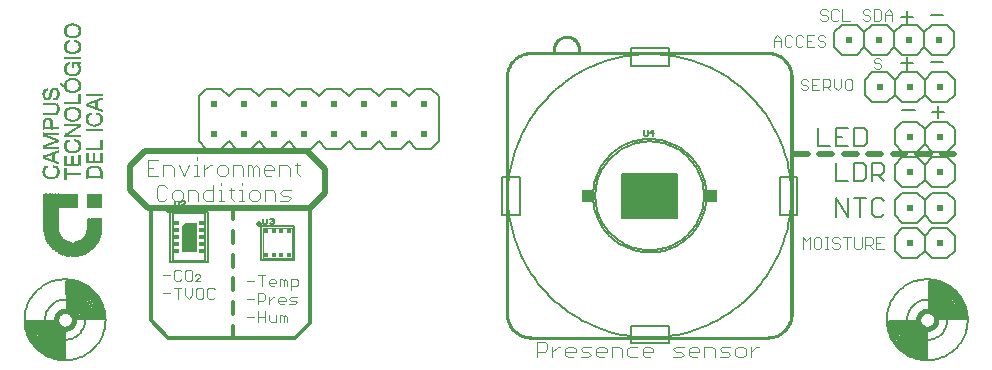
<source format=gto>
G75*
%MOIN*%
%OFA0B0*%
%FSLAX24Y24*%
%IPPOS*%
%LPD*%
%AMOC8*
5,1,8,0,0,1.08239X$1,22.5*
%
%ADD10C,0.0030*%
%ADD11C,0.0050*%
%ADD12C,0.0197*%
%ADD13C,0.0040*%
%ADD14C,0.0020*%
%ADD15C,0.0120*%
%ADD16R,0.0039X0.0354*%
%ADD17R,0.0039X0.0315*%
%ADD18R,0.0039X0.4016*%
%ADD19R,0.0827X0.0039*%
%ADD20R,0.0630X0.0039*%
%ADD21R,0.0236X0.0039*%
%ADD22R,0.0197X0.0039*%
%ADD23R,0.0039X0.0236*%
%ADD24R,0.0039X0.0157*%
%ADD25R,0.0039X0.0630*%
%ADD26R,0.0945X0.0039*%
%ADD27R,0.0787X0.0039*%
%ADD28R,0.0039X0.0787*%
%ADD29R,0.1063X0.0039*%
%ADD30R,0.0906X0.0039*%
%ADD31R,0.0039X0.0276*%
%ADD32R,0.0039X0.0906*%
%ADD33R,0.0039X0.0866*%
%ADD34R,0.1102X0.0039*%
%ADD35R,0.0039X0.0945*%
%ADD36R,0.1142X0.0039*%
%ADD37R,0.0984X0.0039*%
%ADD38R,0.0039X0.0984*%
%ADD39R,0.0039X0.1024*%
%ADD40R,0.1181X0.0039*%
%ADD41R,0.1024X0.0039*%
%ADD42R,0.0039X0.0394*%
%ADD43R,0.0354X0.0039*%
%ADD44R,0.0276X0.0039*%
%ADD45R,0.0039X0.0472*%
%ADD46R,0.0039X0.0197*%
%ADD47R,0.0039X0.0551*%
%ADD48R,0.1339X0.0039*%
%ADD49R,0.0039X0.0512*%
%ADD50R,0.0039X0.0709*%
%ADD51R,0.1299X0.0039*%
%ADD52R,0.0039X0.0669*%
%ADD53R,0.0039X0.0433*%
%ADD54R,0.1260X0.0039*%
%ADD55R,0.0039X0.0827*%
%ADD56R,0.0709X0.0039*%
%ADD57R,0.0472X0.0039*%
%ADD58R,0.0315X0.0039*%
%ADD59R,0.0039X0.0079*%
%ADD60R,0.0005X0.0077*%
%ADD61R,0.0005X0.0128*%
%ADD62R,0.0005X0.0189*%
%ADD63R,0.0005X0.0358*%
%ADD64R,0.0005X0.0343*%
%ADD65R,0.0005X0.0067*%
%ADD66R,0.0005X0.0164*%
%ADD67R,0.0005X0.0072*%
%ADD68R,0.0005X0.0241*%
%ADD69R,0.0005X0.0363*%
%ADD70R,0.0005X0.0348*%
%ADD71R,0.0005X0.0194*%
%ADD72R,0.0005X0.0379*%
%ADD73R,0.0005X0.0491*%
%ADD74R,0.0005X0.0266*%
%ADD75R,0.0005X0.0220*%
%ADD76R,0.0005X0.0430*%
%ADD77R,0.0005X0.0281*%
%ADD78R,0.0005X0.0082*%
%ADD79R,0.0005X0.0466*%
%ADD80R,0.0005X0.0297*%
%ADD81R,0.0005X0.0256*%
%ADD82R,0.0005X0.0307*%
%ADD83R,0.0005X0.0271*%
%ADD84R,0.0005X0.0517*%
%ADD85R,0.0005X0.0317*%
%ADD86R,0.0005X0.0287*%
%ADD87R,0.0005X0.0537*%
%ADD88R,0.0005X0.0328*%
%ADD89R,0.0005X0.0558*%
%ADD90R,0.0005X0.0338*%
%ADD91R,0.0005X0.0312*%
%ADD92R,0.0005X0.0578*%
%ADD93R,0.0005X0.0322*%
%ADD94R,0.0005X0.0594*%
%ADD95R,0.0005X0.0133*%
%ADD96R,0.0005X0.0609*%
%ADD97R,0.0005X0.0353*%
%ADD98R,0.0005X0.0118*%
%ADD99R,0.0005X0.0113*%
%ADD100R,0.0005X0.0624*%
%ADD101R,0.0005X0.0154*%
%ADD102R,0.0005X0.0107*%
%ADD103R,0.0005X0.0102*%
%ADD104R,0.0005X0.0640*%
%ADD105R,0.0005X0.0097*%
%ADD106R,0.0005X0.0655*%
%ADD107R,0.0005X0.0092*%
%ADD108R,0.0005X0.0665*%
%ADD109R,0.0005X0.0681*%
%ADD110R,0.0005X0.0087*%
%ADD111R,0.0005X0.0691*%
%ADD112R,0.0005X0.0701*%
%ADD113R,0.0005X0.0717*%
%ADD114R,0.0005X0.0727*%
%ADD115R,0.0005X0.0737*%
%ADD116R,0.0005X0.0747*%
%ADD117R,0.0005X0.0757*%
%ADD118R,0.0005X0.0768*%
%ADD119R,0.0005X0.0773*%
%ADD120R,0.0005X0.0783*%
%ADD121R,0.0005X0.0793*%
%ADD122R,0.0005X0.0804*%
%ADD123R,0.0005X0.0809*%
%ADD124R,0.0005X0.0819*%
%ADD125R,0.0005X0.0824*%
%ADD126R,0.0005X0.0834*%
%ADD127R,0.0005X0.0844*%
%ADD128R,0.0005X0.0850*%
%ADD129R,0.0005X0.0860*%
%ADD130R,0.0005X0.0865*%
%ADD131R,0.0005X0.0870*%
%ADD132R,0.0005X0.0880*%
%ADD133R,0.0005X0.0333*%
%ADD134R,0.0005X0.0885*%
%ADD135R,0.0005X0.0891*%
%ADD136R,0.0005X0.0901*%
%ADD137R,0.0005X0.0906*%
%ADD138R,0.0005X0.0911*%
%ADD139R,0.0005X0.0916*%
%ADD140R,0.0005X0.0926*%
%ADD141R,0.0005X0.0931*%
%ADD142R,0.0005X0.0937*%
%ADD143R,0.0005X0.0942*%
%ADD144R,0.0005X0.0947*%
%ADD145R,0.0005X0.0957*%
%ADD146R,0.0005X0.0962*%
%ADD147R,0.0005X0.0967*%
%ADD148R,0.0005X0.0972*%
%ADD149R,0.0005X0.0978*%
%ADD150R,0.0005X0.0983*%
%ADD151R,0.0005X0.0988*%
%ADD152R,0.0005X0.0993*%
%ADD153R,0.0005X0.0998*%
%ADD154R,0.0005X0.1003*%
%ADD155R,0.0005X0.1008*%
%ADD156R,0.0005X0.1013*%
%ADD157R,0.0005X0.1019*%
%ADD158R,0.0005X0.1024*%
%ADD159R,0.0005X0.1029*%
%ADD160R,0.0005X0.1034*%
%ADD161R,0.0005X0.1039*%
%ADD162R,0.0005X0.1044*%
%ADD163R,0.0005X0.1049*%
%ADD164R,0.0005X0.1054*%
%ADD165R,0.0005X0.1059*%
%ADD166R,0.0005X0.0061*%
%ADD167R,0.0005X0.1065*%
%ADD168R,0.0005X0.1070*%
%ADD169R,0.0005X0.1075*%
%ADD170R,0.0005X0.1080*%
%ADD171R,0.0005X0.1085*%
%ADD172R,0.0005X0.1090*%
%ADD173R,0.0005X0.1095*%
%ADD174R,0.0005X0.1100*%
%ADD175R,0.0005X0.1106*%
%ADD176R,0.0005X0.1111*%
%ADD177R,0.0005X0.1116*%
%ADD178R,0.0005X0.1121*%
%ADD179R,0.0005X0.1126*%
%ADD180R,0.0005X0.0123*%
%ADD181R,0.0005X0.0143*%
%ADD182R,0.0005X0.1131*%
%ADD183R,0.0005X0.1136*%
%ADD184R,0.0005X0.1141*%
%ADD185R,0.0005X0.0302*%
%ADD186R,0.0005X0.1146*%
%ADD187R,0.0005X0.0292*%
%ADD188R,0.0005X0.1152*%
%ADD189R,0.0005X0.0261*%
%ADD190R,0.0005X0.0251*%
%ADD191R,0.0005X0.0200*%
%ADD192R,0.0005X0.0711*%
%ADD193R,0.0005X0.0210*%
%ADD194R,0.0005X0.0169*%
%ADD195R,0.0005X0.0138*%
%ADD196R,0.0005X0.0686*%
%ADD197R,0.0005X0.0670*%
%ADD198R,0.0005X0.0650*%
%ADD199R,0.0005X0.0635*%
%ADD200R,0.0005X0.0630*%
%ADD201R,0.0005X0.0614*%
%ADD202R,0.0005X0.0604*%
%ADD203R,0.0005X0.0599*%
%ADD204R,0.0005X0.0583*%
%ADD205R,0.0005X0.0573*%
%ADD206R,0.0005X0.0568*%
%ADD207R,0.0005X0.0563*%
%ADD208R,0.0005X0.0553*%
%ADD209R,0.0005X0.0548*%
%ADD210R,0.0005X0.0543*%
%ADD211R,0.0005X0.0532*%
%ADD212R,0.0005X0.0041*%
%ADD213R,0.0005X0.0184*%
%ADD214R,0.0005X0.0046*%
%ADD215R,0.0005X0.0527*%
%ADD216R,0.0005X0.0215*%
%ADD217R,0.0005X0.0205*%
%ADD218R,0.0005X0.0235*%
%ADD219R,0.0005X0.0230*%
%ADD220R,0.0005X0.0051*%
%ADD221R,0.0005X0.0246*%
%ADD222R,0.0005X0.0522*%
%ADD223R,0.0005X0.0056*%
%ADD224R,0.0005X0.0512*%
%ADD225R,0.0005X0.0148*%
%ADD226R,0.0005X0.0507*%
%ADD227R,0.0005X0.0502*%
%ADD228R,0.0005X0.0496*%
%ADD229R,0.0005X0.0225*%
%ADD230R,0.0005X0.0420*%
%ADD231R,0.0005X0.0276*%
%ADD232R,0.0005X0.0174*%
%ADD233R,0.0005X0.0619*%
%ADD234R,0.0005X0.0732*%
%ADD235R,0.0005X0.0814*%
%ADD236R,0.0005X0.1976*%
%ADD237R,0.0005X0.1970*%
%ADD238R,0.0005X0.1965*%
%ADD239R,0.0005X0.1960*%
%ADD240R,0.0005X0.1955*%
%ADD241R,0.0005X0.1950*%
%ADD242R,0.0005X0.1945*%
%ADD243R,0.0005X0.1940*%
%ADD244R,0.0005X0.1935*%
%ADD245R,0.0005X0.1930*%
%ADD246R,0.0005X0.1924*%
%ADD247R,0.0005X0.1919*%
%ADD248R,0.0005X0.1914*%
%ADD249R,0.0005X0.1909*%
%ADD250R,0.0005X0.1904*%
%ADD251R,0.0005X0.1899*%
%ADD252R,0.0005X0.1894*%
%ADD253R,0.0005X0.1889*%
%ADD254R,0.0005X0.1883*%
%ADD255R,0.0005X0.1878*%
%ADD256R,0.0005X0.1873*%
%ADD257R,0.0005X0.1868*%
%ADD258R,0.0005X0.1863*%
%ADD259R,0.0005X0.1858*%
%ADD260R,0.0005X0.1853*%
%ADD261R,0.0005X0.1848*%
%ADD262R,0.0005X0.1843*%
%ADD263R,0.0005X0.1837*%
%ADD264R,0.0005X0.1832*%
%ADD265R,0.0005X0.1827*%
%ADD266R,0.0005X0.1822*%
%ADD267R,0.0005X0.1817*%
%ADD268R,0.0005X0.1812*%
%ADD269R,0.0005X0.1807*%
%ADD270R,0.0005X0.1802*%
%ADD271R,0.0005X0.1796*%
%ADD272R,0.0005X0.1791*%
%ADD273R,0.0005X0.1786*%
%ADD274R,0.0005X0.1776*%
%ADD275R,0.0005X0.1771*%
%ADD276R,0.0005X0.1766*%
%ADD277R,0.0005X0.1761*%
%ADD278R,0.0005X0.1756*%
%ADD279R,0.0005X0.1750*%
%ADD280R,0.0005X0.1740*%
%ADD281R,0.0005X0.1735*%
%ADD282R,0.0005X0.1730*%
%ADD283R,0.0005X0.1725*%
%ADD284R,0.0005X0.0159*%
%ADD285R,0.0005X0.1715*%
%ADD286R,0.0005X0.1709*%
%ADD287R,0.0005X0.1704*%
%ADD288R,0.0005X0.1694*%
%ADD289R,0.0005X0.1689*%
%ADD290R,0.0005X0.1679*%
%ADD291R,0.0005X0.1674*%
%ADD292R,0.0005X0.1669*%
%ADD293R,0.0005X0.1658*%
%ADD294R,0.0005X0.1648*%
%ADD295R,0.0005X0.1643*%
%ADD296R,0.0005X0.1633*%
%ADD297R,0.0005X0.1628*%
%ADD298R,0.0005X0.1617*%
%ADD299R,0.0005X0.1607*%
%ADD300R,0.0005X0.1597*%
%ADD301R,0.0005X0.1587*%
%ADD302R,0.0005X0.1581*%
%ADD303R,0.0005X0.1571*%
%ADD304R,0.0005X0.1561*%
%ADD305R,0.0005X0.1551*%
%ADD306R,0.0005X0.1535*%
%ADD307R,0.0005X0.1525*%
%ADD308R,0.0005X0.1515*%
%ADD309R,0.0005X0.1505*%
%ADD310R,0.0005X0.1489*%
%ADD311R,0.0005X0.1479*%
%ADD312R,0.0005X0.1464*%
%ADD313R,0.0005X0.1448*%
%ADD314R,0.0005X0.1433*%
%ADD315R,0.0005X0.1418*%
%ADD316R,0.0005X0.1402*%
%ADD317R,0.0005X0.1382*%
%ADD318R,0.0005X0.1361*%
%ADD319R,0.0005X0.1341*%
%ADD320R,0.0005X0.1315*%
%ADD321R,0.0005X0.1290*%
%ADD322R,0.0005X0.1254*%
%ADD323R,0.0005X0.1203*%
%ADD324C,0.0098*%
%ADD325C,0.0060*%
%ADD326C,0.0180*%
%ADD327R,0.0200X0.0200*%
%ADD328C,0.0201*%
%ADD329R,0.0197X0.0118*%
%ADD330C,0.0000*%
%ADD331C,0.0001*%
%ADD332C,0.0200*%
%ADD333R,0.0138X0.0138*%
%ADD334R,0.1850X0.1457*%
%ADD335R,0.0236X0.0197*%
%ADD336C,0.0080*%
%ADD337R,0.0394X0.0394*%
D10*
X005555Y002504D02*
X005555Y002874D01*
X005678Y002874D02*
X005431Y002874D01*
X005310Y002689D02*
X005063Y002689D01*
X005800Y002627D02*
X005923Y002504D01*
X006047Y002627D01*
X006047Y002874D01*
X006168Y002813D02*
X006168Y002566D01*
X006230Y002504D01*
X006353Y002504D01*
X006415Y002566D01*
X006415Y002813D01*
X006353Y002874D01*
X006230Y002874D01*
X006168Y002813D01*
X006536Y002813D02*
X006536Y002566D01*
X006598Y002504D01*
X006721Y002504D01*
X006783Y002566D01*
X006783Y002813D02*
X006721Y002874D01*
X006598Y002874D01*
X006536Y002813D01*
X006047Y003166D02*
X005985Y003104D01*
X005861Y003104D01*
X005800Y003166D01*
X005800Y003413D01*
X005861Y003474D01*
X005985Y003474D01*
X006047Y003413D01*
X006047Y003166D01*
X005678Y003166D02*
X005617Y003104D01*
X005493Y003104D01*
X005431Y003166D01*
X005431Y003413D01*
X005493Y003474D01*
X005617Y003474D01*
X005678Y003413D01*
X005310Y003289D02*
X005063Y003289D01*
X005800Y002874D02*
X005800Y002627D01*
X007858Y002502D02*
X008105Y002502D01*
X008227Y002440D02*
X008412Y002440D01*
X008473Y002502D01*
X008473Y002625D01*
X008412Y002687D01*
X008227Y002687D01*
X008227Y002317D01*
X008595Y002317D02*
X008595Y002563D01*
X008595Y002440D02*
X008718Y002563D01*
X008780Y002563D01*
X008902Y002502D02*
X008964Y002563D01*
X009087Y002563D01*
X009149Y002502D01*
X009149Y002440D01*
X008902Y002440D01*
X008902Y002378D02*
X008902Y002502D01*
X008902Y002378D02*
X008964Y002317D01*
X009087Y002317D01*
X009270Y002317D02*
X009455Y002317D01*
X009517Y002378D01*
X009455Y002440D01*
X009332Y002440D01*
X009270Y002502D01*
X009332Y002563D01*
X009517Y002563D01*
X009332Y002793D02*
X009332Y003163D01*
X009517Y003163D01*
X009578Y003102D01*
X009578Y002978D01*
X009517Y002917D01*
X009332Y002917D01*
X009210Y002917D02*
X009210Y003102D01*
X009148Y003163D01*
X009087Y003102D01*
X009087Y002917D01*
X008963Y002917D02*
X008963Y003163D01*
X009025Y003163D01*
X009087Y003102D01*
X008842Y003102D02*
X008780Y003163D01*
X008657Y003163D01*
X008595Y003102D01*
X008595Y002978D01*
X008657Y002917D01*
X008780Y002917D01*
X008842Y003040D02*
X008595Y003040D01*
X008842Y003040D02*
X008842Y003102D01*
X008473Y003287D02*
X008227Y003287D01*
X008350Y003287D02*
X008350Y002917D01*
X008105Y003102D02*
X007858Y003102D01*
X008227Y002087D02*
X008227Y001717D01*
X008473Y001717D02*
X008473Y002087D01*
X008595Y001963D02*
X008595Y001778D01*
X008657Y001717D01*
X008842Y001717D01*
X008842Y001963D01*
X008963Y001963D02*
X009025Y001963D01*
X009087Y001902D01*
X009148Y001963D01*
X009210Y001902D01*
X009210Y001717D01*
X009087Y001717D02*
X009087Y001902D01*
X008963Y001963D02*
X008963Y001717D01*
X008473Y001902D02*
X008227Y001902D01*
X008105Y001902D02*
X007858Y001902D01*
X026387Y004174D02*
X026387Y004544D01*
X026511Y004421D01*
X026634Y004544D01*
X026634Y004174D01*
X026756Y004236D02*
X026817Y004174D01*
X026941Y004174D01*
X027003Y004236D01*
X027003Y004483D01*
X026941Y004544D01*
X026817Y004544D01*
X026756Y004483D01*
X026756Y004236D01*
X027124Y004174D02*
X027247Y004174D01*
X027186Y004174D02*
X027186Y004544D01*
X027247Y004544D02*
X027124Y004544D01*
X027370Y004483D02*
X027431Y004544D01*
X027555Y004544D01*
X027616Y004483D01*
X027738Y004544D02*
X027985Y004544D01*
X028106Y004544D02*
X028106Y004236D01*
X028168Y004174D01*
X028291Y004174D01*
X028353Y004236D01*
X028353Y004544D01*
X028474Y004544D02*
X028660Y004544D01*
X028721Y004483D01*
X028721Y004359D01*
X028660Y004297D01*
X028474Y004297D01*
X028474Y004174D02*
X028474Y004544D01*
X028598Y004297D02*
X028721Y004174D01*
X028843Y004174D02*
X029090Y004174D01*
X028966Y004359D02*
X028843Y004359D01*
X028843Y004544D02*
X028843Y004174D01*
X028843Y004544D02*
X029090Y004544D01*
X027861Y004544D02*
X027861Y004174D01*
X027616Y004236D02*
X027616Y004297D01*
X027555Y004359D01*
X027431Y004359D01*
X027370Y004421D01*
X027370Y004483D01*
X027370Y004236D02*
X027431Y004174D01*
X027555Y004174D01*
X027616Y004236D01*
X027556Y009450D02*
X027679Y009573D01*
X027679Y009820D01*
X027801Y009758D02*
X027801Y009511D01*
X027862Y009450D01*
X027986Y009450D01*
X028047Y009511D01*
X028047Y009758D01*
X027986Y009820D01*
X027862Y009820D01*
X027801Y009758D01*
X027432Y009820D02*
X027432Y009573D01*
X027556Y009450D01*
X027311Y009450D02*
X027187Y009573D01*
X027249Y009573D02*
X027064Y009573D01*
X027064Y009450D02*
X027064Y009820D01*
X027249Y009820D01*
X027311Y009758D01*
X027311Y009635D01*
X027249Y009573D01*
X026942Y009450D02*
X026696Y009450D01*
X026696Y009820D01*
X026942Y009820D01*
X026819Y009635D02*
X026696Y009635D01*
X026574Y009573D02*
X026574Y009511D01*
X026512Y009450D01*
X026389Y009450D01*
X026327Y009511D01*
X026389Y009635D02*
X026512Y009635D01*
X026574Y009573D01*
X026389Y009635D02*
X026327Y009697D01*
X026327Y009758D01*
X026389Y009820D01*
X026512Y009820D01*
X026574Y009758D01*
X028757Y010220D02*
X028819Y010158D01*
X028942Y010158D01*
X029004Y010220D01*
X029004Y010282D01*
X028942Y010343D01*
X028819Y010343D01*
X028757Y010405D01*
X028757Y010467D01*
X028819Y010529D01*
X028942Y010529D01*
X029004Y010467D01*
X027142Y010968D02*
X027080Y010906D01*
X026957Y010906D01*
X026895Y010968D01*
X026774Y010906D02*
X026527Y010906D01*
X026527Y011277D01*
X026774Y011277D01*
X026895Y011215D02*
X026895Y011153D01*
X026957Y011091D01*
X027080Y011091D01*
X027142Y011030D01*
X027142Y010968D01*
X026650Y011091D02*
X026527Y011091D01*
X026405Y010968D02*
X026344Y010906D01*
X026220Y010906D01*
X026158Y010968D01*
X026158Y011215D01*
X026220Y011277D01*
X026344Y011277D01*
X026405Y011215D01*
X026037Y011215D02*
X025975Y011277D01*
X025852Y011277D01*
X025790Y011215D01*
X025790Y010968D01*
X025852Y010906D01*
X025975Y010906D01*
X026037Y010968D01*
X025669Y010906D02*
X025669Y011153D01*
X025545Y011277D01*
X025422Y011153D01*
X025422Y010906D01*
X025422Y011091D02*
X025669Y011091D01*
X026895Y011215D02*
X026957Y011277D01*
X027080Y011277D01*
X027142Y011215D01*
X027156Y011772D02*
X027033Y011772D01*
X026971Y011834D01*
X027033Y011958D02*
X027156Y011958D01*
X027218Y011896D01*
X027218Y011834D01*
X027156Y011772D01*
X027340Y011834D02*
X027401Y011772D01*
X027525Y011772D01*
X027586Y011834D01*
X027708Y011772D02*
X027955Y011772D01*
X027708Y011772D02*
X027708Y012143D01*
X027586Y012081D02*
X027525Y012143D01*
X027401Y012143D01*
X027340Y012081D01*
X027340Y011834D01*
X027033Y011958D02*
X026971Y012019D01*
X026971Y012081D01*
X027033Y012143D01*
X027156Y012143D01*
X027218Y012081D01*
X028389Y012081D02*
X028389Y012019D01*
X028450Y011958D01*
X028574Y011958D01*
X028635Y011896D01*
X028635Y011834D01*
X028574Y011772D01*
X028450Y011772D01*
X028389Y011834D01*
X028757Y011772D02*
X028942Y011772D01*
X029004Y011834D01*
X029004Y012081D01*
X028942Y012143D01*
X028757Y012143D01*
X028757Y011772D01*
X028635Y012081D02*
X028574Y012143D01*
X028450Y012143D01*
X028389Y012081D01*
X029125Y012019D02*
X029125Y011772D01*
X029125Y011958D02*
X029372Y011958D01*
X029372Y012019D02*
X029372Y011772D01*
X029372Y012019D02*
X029249Y012143D01*
X029125Y012019D01*
D11*
X029671Y011879D02*
X030078Y011879D01*
X029874Y012083D02*
X029874Y011675D01*
X030655Y011973D02*
X031062Y011973D01*
X029874Y010547D02*
X029874Y010140D01*
X029671Y010344D02*
X030078Y010344D01*
X030655Y010398D02*
X031062Y010398D01*
X030898Y008933D02*
X030898Y008526D01*
X030694Y008729D02*
X031101Y008729D01*
X030117Y008784D02*
X029710Y008784D01*
X028520Y008106D02*
X028418Y008208D01*
X028113Y008208D01*
X028113Y007597D01*
X028418Y007597D01*
X028520Y007699D01*
X028520Y008106D01*
X027912Y008208D02*
X027505Y008208D01*
X027505Y007597D01*
X027912Y007597D01*
X027709Y007903D02*
X027505Y007903D01*
X027305Y007597D02*
X026898Y007597D01*
X026898Y008208D01*
X027488Y007027D02*
X027488Y006416D01*
X027895Y006416D01*
X028096Y006416D02*
X028401Y006416D01*
X028503Y006518D01*
X028503Y006925D01*
X028401Y007027D01*
X028096Y007027D01*
X028096Y006416D01*
X028704Y006416D02*
X028704Y007027D01*
X029009Y007027D01*
X029111Y006925D01*
X029111Y006722D01*
X029009Y006620D01*
X028704Y006620D01*
X028907Y006620D02*
X029111Y006416D01*
X029009Y005846D02*
X028805Y005846D01*
X028704Y005744D01*
X028704Y005337D01*
X028805Y005235D01*
X029009Y005235D01*
X029111Y005337D01*
X029111Y005744D02*
X029009Y005846D01*
X028503Y005846D02*
X028096Y005846D01*
X027895Y005846D02*
X027895Y005235D01*
X027488Y005846D01*
X027488Y005235D01*
X028299Y005235D02*
X028299Y005846D01*
X026209Y005304D02*
X026209Y006564D01*
X025619Y006564D01*
X025619Y005304D01*
X026209Y005304D01*
X023099Y005855D02*
X023099Y006013D01*
X022213Y006662D02*
X020363Y006662D01*
X020363Y005206D01*
X022213Y005206D01*
X022213Y006662D01*
X020363Y006662D01*
X020363Y005206D01*
X022213Y005206D01*
X022213Y006662D01*
X019477Y005934D02*
X019479Y006019D01*
X019485Y006104D01*
X019495Y006188D01*
X019509Y006272D01*
X019527Y006355D01*
X019548Y006437D01*
X019574Y006518D01*
X019603Y006598D01*
X019636Y006676D01*
X019672Y006752D01*
X019713Y006827D01*
X019756Y006900D01*
X019803Y006971D01*
X019853Y007039D01*
X019907Y007105D01*
X019963Y007169D01*
X020023Y007229D01*
X020085Y007287D01*
X020149Y007342D01*
X020217Y007394D01*
X020286Y007443D01*
X020358Y007488D01*
X020432Y007530D01*
X020508Y007568D01*
X020585Y007603D01*
X020664Y007634D01*
X020745Y007662D01*
X020826Y007685D01*
X020909Y007705D01*
X020992Y007721D01*
X021076Y007733D01*
X021161Y007741D01*
X021246Y007745D01*
X021330Y007745D01*
X021415Y007741D01*
X021500Y007733D01*
X021584Y007721D01*
X021667Y007705D01*
X021750Y007685D01*
X021831Y007662D01*
X021912Y007634D01*
X021991Y007603D01*
X022068Y007568D01*
X022144Y007530D01*
X022218Y007488D01*
X022290Y007443D01*
X022359Y007394D01*
X022427Y007342D01*
X022491Y007287D01*
X022553Y007229D01*
X022613Y007169D01*
X022669Y007105D01*
X022723Y007039D01*
X022773Y006971D01*
X022820Y006900D01*
X022863Y006827D01*
X022904Y006752D01*
X022940Y006676D01*
X022973Y006598D01*
X023002Y006518D01*
X023028Y006437D01*
X023049Y006355D01*
X023067Y006272D01*
X023081Y006188D01*
X023091Y006104D01*
X023097Y006019D01*
X023099Y005934D01*
X023097Y005849D01*
X023091Y005764D01*
X023081Y005680D01*
X023067Y005596D01*
X023049Y005513D01*
X023028Y005431D01*
X023002Y005350D01*
X022973Y005270D01*
X022940Y005192D01*
X022904Y005116D01*
X022863Y005041D01*
X022820Y004968D01*
X022773Y004897D01*
X022723Y004829D01*
X022669Y004763D01*
X022613Y004699D01*
X022553Y004639D01*
X022491Y004581D01*
X022427Y004526D01*
X022359Y004474D01*
X022290Y004425D01*
X022218Y004380D01*
X022144Y004338D01*
X022068Y004300D01*
X021991Y004265D01*
X021912Y004234D01*
X021831Y004206D01*
X021750Y004183D01*
X021667Y004163D01*
X021584Y004147D01*
X021500Y004135D01*
X021415Y004127D01*
X021330Y004123D01*
X021246Y004123D01*
X021161Y004127D01*
X021076Y004135D01*
X020992Y004147D01*
X020909Y004163D01*
X020826Y004183D01*
X020745Y004206D01*
X020664Y004234D01*
X020585Y004265D01*
X020508Y004300D01*
X020432Y004338D01*
X020358Y004380D01*
X020286Y004425D01*
X020217Y004474D01*
X020149Y004526D01*
X020085Y004581D01*
X020023Y004639D01*
X019963Y004699D01*
X019907Y004763D01*
X019853Y004829D01*
X019803Y004897D01*
X019756Y004968D01*
X019713Y005041D01*
X019672Y005116D01*
X019636Y005192D01*
X019603Y005270D01*
X019574Y005350D01*
X019548Y005431D01*
X019527Y005513D01*
X019509Y005596D01*
X019495Y005680D01*
X019485Y005764D01*
X019479Y005849D01*
X019477Y005934D01*
X019477Y005855D02*
X019477Y006013D01*
X016564Y005934D02*
X016566Y006071D01*
X016572Y006209D01*
X016582Y006346D01*
X016596Y006482D01*
X016614Y006619D01*
X016636Y006754D01*
X016662Y006889D01*
X016691Y007023D01*
X016725Y007157D01*
X016762Y007289D01*
X016804Y007420D01*
X016849Y007550D01*
X016898Y007678D01*
X016950Y007805D01*
X017007Y007930D01*
X017066Y008054D01*
X017130Y008176D01*
X017197Y008296D01*
X017267Y008414D01*
X017341Y008530D01*
X017418Y008644D01*
X017499Y008755D01*
X017582Y008864D01*
X017669Y008971D01*
X017759Y009074D01*
X017852Y009176D01*
X017948Y009274D01*
X018046Y009370D01*
X018148Y009463D01*
X018251Y009553D01*
X018358Y009640D01*
X018467Y009723D01*
X018578Y009804D01*
X018692Y009881D01*
X018808Y009955D01*
X018926Y010025D01*
X019046Y010092D01*
X019168Y010156D01*
X019292Y010215D01*
X019417Y010272D01*
X019544Y010324D01*
X019672Y010373D01*
X019802Y010418D01*
X019933Y010460D01*
X020065Y010497D01*
X020199Y010531D01*
X020333Y010560D01*
X020468Y010586D01*
X020603Y010608D01*
X020740Y010626D01*
X020876Y010640D01*
X021013Y010650D01*
X021151Y010656D01*
X021288Y010658D01*
X021425Y010656D01*
X021563Y010650D01*
X021700Y010640D01*
X021836Y010626D01*
X021973Y010608D01*
X022108Y010586D01*
X022243Y010560D01*
X022377Y010531D01*
X022511Y010497D01*
X022643Y010460D01*
X022774Y010418D01*
X022904Y010373D01*
X023032Y010324D01*
X023159Y010272D01*
X023284Y010215D01*
X023408Y010156D01*
X023530Y010092D01*
X023650Y010025D01*
X023768Y009955D01*
X023884Y009881D01*
X023998Y009804D01*
X024109Y009723D01*
X024218Y009640D01*
X024325Y009553D01*
X024428Y009463D01*
X024530Y009370D01*
X024628Y009274D01*
X024724Y009176D01*
X024817Y009074D01*
X024907Y008971D01*
X024994Y008864D01*
X025077Y008755D01*
X025158Y008644D01*
X025235Y008530D01*
X025309Y008414D01*
X025379Y008296D01*
X025446Y008176D01*
X025510Y008054D01*
X025569Y007930D01*
X025626Y007805D01*
X025678Y007678D01*
X025727Y007550D01*
X025772Y007420D01*
X025814Y007289D01*
X025851Y007157D01*
X025885Y007023D01*
X025914Y006889D01*
X025940Y006754D01*
X025962Y006619D01*
X025980Y006482D01*
X025994Y006346D01*
X026004Y006209D01*
X026010Y006071D01*
X026012Y005934D01*
X026010Y005797D01*
X026004Y005659D01*
X025994Y005522D01*
X025980Y005386D01*
X025962Y005249D01*
X025940Y005114D01*
X025914Y004979D01*
X025885Y004845D01*
X025851Y004711D01*
X025814Y004579D01*
X025772Y004448D01*
X025727Y004318D01*
X025678Y004190D01*
X025626Y004063D01*
X025569Y003938D01*
X025510Y003814D01*
X025446Y003692D01*
X025379Y003572D01*
X025309Y003454D01*
X025235Y003338D01*
X025158Y003224D01*
X025077Y003113D01*
X024994Y003004D01*
X024907Y002897D01*
X024817Y002794D01*
X024724Y002692D01*
X024628Y002594D01*
X024530Y002498D01*
X024428Y002405D01*
X024325Y002315D01*
X024218Y002228D01*
X024109Y002145D01*
X023998Y002064D01*
X023884Y001987D01*
X023768Y001913D01*
X023650Y001843D01*
X023530Y001776D01*
X023408Y001712D01*
X023284Y001653D01*
X023159Y001596D01*
X023032Y001544D01*
X022904Y001495D01*
X022774Y001450D01*
X022643Y001408D01*
X022511Y001371D01*
X022377Y001337D01*
X022243Y001308D01*
X022108Y001282D01*
X021973Y001260D01*
X021836Y001242D01*
X021700Y001228D01*
X021563Y001218D01*
X021425Y001212D01*
X021288Y001210D01*
X021151Y001212D01*
X021013Y001218D01*
X020876Y001228D01*
X020740Y001242D01*
X020603Y001260D01*
X020468Y001282D01*
X020333Y001308D01*
X020199Y001337D01*
X020065Y001371D01*
X019933Y001408D01*
X019802Y001450D01*
X019672Y001495D01*
X019544Y001544D01*
X019417Y001596D01*
X019292Y001653D01*
X019168Y001712D01*
X019046Y001776D01*
X018926Y001843D01*
X018808Y001913D01*
X018692Y001987D01*
X018578Y002064D01*
X018467Y002145D01*
X018358Y002228D01*
X018251Y002315D01*
X018148Y002405D01*
X018046Y002498D01*
X017948Y002594D01*
X017852Y002692D01*
X017759Y002794D01*
X017669Y002897D01*
X017582Y003004D01*
X017499Y003113D01*
X017418Y003224D01*
X017341Y003338D01*
X017267Y003454D01*
X017197Y003572D01*
X017130Y003692D01*
X017066Y003814D01*
X017007Y003938D01*
X016950Y004063D01*
X016898Y004190D01*
X016849Y004318D01*
X016804Y004448D01*
X016762Y004579D01*
X016725Y004711D01*
X016691Y004845D01*
X016662Y004979D01*
X016636Y005114D01*
X016614Y005249D01*
X016596Y005386D01*
X016582Y005522D01*
X016572Y005659D01*
X016566Y005797D01*
X016564Y005934D01*
X016367Y006564D02*
X016367Y005304D01*
X016957Y005304D01*
X016957Y006564D01*
X016367Y006564D01*
X021092Y007951D02*
X021124Y007919D01*
X021187Y007919D01*
X021219Y007951D01*
X021219Y008110D01*
X021092Y008110D02*
X021092Y007951D01*
X021313Y008015D02*
X021440Y008015D01*
X021408Y008110D02*
X021408Y007919D01*
X021313Y008015D02*
X021408Y008110D01*
X025225Y010658D02*
X025279Y010656D01*
X025332Y010651D01*
X025385Y010642D01*
X025437Y010629D01*
X025489Y010613D01*
X025539Y010593D01*
X025587Y010570D01*
X025634Y010543D01*
X025679Y010514D01*
X025722Y010481D01*
X025762Y010446D01*
X025800Y010408D01*
X025835Y010368D01*
X025868Y010325D01*
X025897Y010280D01*
X025924Y010233D01*
X025947Y010185D01*
X025967Y010135D01*
X025983Y010083D01*
X025996Y010031D01*
X026005Y009978D01*
X026010Y009925D01*
X026012Y009871D01*
X026013Y009871D02*
X026013Y001997D01*
X026012Y001997D02*
X026010Y001943D01*
X026005Y001890D01*
X025996Y001837D01*
X025983Y001785D01*
X025967Y001733D01*
X025947Y001683D01*
X025924Y001635D01*
X025897Y001588D01*
X025868Y001543D01*
X025835Y001500D01*
X025800Y001460D01*
X025762Y001422D01*
X025722Y001387D01*
X025679Y001354D01*
X025634Y001325D01*
X025587Y001298D01*
X025539Y001275D01*
X025489Y001255D01*
X025437Y001239D01*
X025385Y001226D01*
X025332Y001217D01*
X025279Y001212D01*
X025225Y001210D01*
X025225Y001209D02*
X017351Y001209D01*
X017351Y001210D02*
X017297Y001212D01*
X017244Y001217D01*
X017191Y001226D01*
X017139Y001239D01*
X017087Y001255D01*
X017037Y001275D01*
X016989Y001298D01*
X016942Y001325D01*
X016897Y001354D01*
X016854Y001387D01*
X016814Y001422D01*
X016776Y001460D01*
X016741Y001500D01*
X016708Y001543D01*
X016679Y001588D01*
X016652Y001635D01*
X016629Y001683D01*
X016609Y001733D01*
X016593Y001785D01*
X016580Y001837D01*
X016571Y001890D01*
X016566Y001943D01*
X016564Y001997D01*
X016564Y009871D01*
X016566Y009925D01*
X016571Y009978D01*
X016580Y010031D01*
X016593Y010083D01*
X016609Y010135D01*
X016629Y010185D01*
X016652Y010233D01*
X016679Y010280D01*
X016708Y010325D01*
X016741Y010368D01*
X016776Y010408D01*
X016814Y010446D01*
X016854Y010481D01*
X016897Y010514D01*
X016942Y010543D01*
X016989Y010570D01*
X017037Y010593D01*
X017087Y010613D01*
X017139Y010629D01*
X017191Y010642D01*
X017244Y010651D01*
X017297Y010656D01*
X017351Y010658D01*
X018139Y010658D01*
X018139Y010802D01*
X018139Y010658D02*
X018926Y010658D01*
X018926Y010802D01*
X018926Y010658D02*
X025225Y010658D01*
X021918Y010855D02*
X021918Y010265D01*
X020658Y010265D01*
X020658Y010855D01*
X021918Y010855D01*
X018926Y010802D02*
X018924Y010841D01*
X018918Y010879D01*
X018909Y010916D01*
X018896Y010953D01*
X018879Y010988D01*
X018860Y011021D01*
X018837Y011052D01*
X018811Y011081D01*
X018782Y011107D01*
X018751Y011130D01*
X018718Y011149D01*
X018683Y011166D01*
X018646Y011179D01*
X018609Y011188D01*
X018571Y011194D01*
X018532Y011196D01*
X018493Y011194D01*
X018455Y011188D01*
X018418Y011179D01*
X018381Y011166D01*
X018346Y011149D01*
X018313Y011130D01*
X018282Y011107D01*
X018253Y011081D01*
X018227Y011052D01*
X018204Y011021D01*
X018185Y010988D01*
X018168Y010953D01*
X018155Y010916D01*
X018146Y010879D01*
X018140Y010841D01*
X018138Y010802D01*
X019477Y005934D02*
X019479Y006019D01*
X019485Y006104D01*
X019495Y006188D01*
X019509Y006272D01*
X019527Y006355D01*
X019548Y006437D01*
X019574Y006518D01*
X019603Y006598D01*
X019636Y006676D01*
X019672Y006752D01*
X019713Y006827D01*
X019756Y006900D01*
X019803Y006971D01*
X019853Y007039D01*
X019907Y007105D01*
X019963Y007169D01*
X020023Y007229D01*
X020085Y007287D01*
X020149Y007342D01*
X020217Y007394D01*
X020286Y007443D01*
X020358Y007488D01*
X020432Y007530D01*
X020508Y007568D01*
X020585Y007603D01*
X020664Y007634D01*
X020745Y007662D01*
X020826Y007685D01*
X020909Y007705D01*
X020992Y007721D01*
X021076Y007733D01*
X021161Y007741D01*
X021246Y007745D01*
X021330Y007745D01*
X021415Y007741D01*
X021500Y007733D01*
X021584Y007721D01*
X021667Y007705D01*
X021750Y007685D01*
X021831Y007662D01*
X021912Y007634D01*
X021991Y007603D01*
X022068Y007568D01*
X022144Y007530D01*
X022218Y007488D01*
X022290Y007443D01*
X022359Y007394D01*
X022427Y007342D01*
X022491Y007287D01*
X022553Y007229D01*
X022613Y007169D01*
X022669Y007105D01*
X022723Y007039D01*
X022773Y006971D01*
X022820Y006900D01*
X022863Y006827D01*
X022904Y006752D01*
X022940Y006676D01*
X022973Y006598D01*
X023002Y006518D01*
X023028Y006437D01*
X023049Y006355D01*
X023067Y006272D01*
X023081Y006188D01*
X023091Y006104D01*
X023097Y006019D01*
X023099Y005934D01*
X023097Y005849D01*
X023091Y005764D01*
X023081Y005680D01*
X023067Y005596D01*
X023049Y005513D01*
X023028Y005431D01*
X023002Y005350D01*
X022973Y005270D01*
X022940Y005192D01*
X022904Y005116D01*
X022863Y005041D01*
X022820Y004968D01*
X022773Y004897D01*
X022723Y004829D01*
X022669Y004763D01*
X022613Y004699D01*
X022553Y004639D01*
X022491Y004581D01*
X022427Y004526D01*
X022359Y004474D01*
X022290Y004425D01*
X022218Y004380D01*
X022144Y004338D01*
X022068Y004300D01*
X021991Y004265D01*
X021912Y004234D01*
X021831Y004206D01*
X021750Y004183D01*
X021667Y004163D01*
X021584Y004147D01*
X021500Y004135D01*
X021415Y004127D01*
X021330Y004123D01*
X021246Y004123D01*
X021161Y004127D01*
X021076Y004135D01*
X020992Y004147D01*
X020909Y004163D01*
X020826Y004183D01*
X020745Y004206D01*
X020664Y004234D01*
X020585Y004265D01*
X020508Y004300D01*
X020432Y004338D01*
X020358Y004380D01*
X020286Y004425D01*
X020217Y004474D01*
X020149Y004526D01*
X020085Y004581D01*
X020023Y004639D01*
X019963Y004699D01*
X019907Y004763D01*
X019853Y004829D01*
X019803Y004897D01*
X019756Y004968D01*
X019713Y005041D01*
X019672Y005116D01*
X019636Y005192D01*
X019603Y005270D01*
X019574Y005350D01*
X019548Y005431D01*
X019527Y005513D01*
X019509Y005596D01*
X019495Y005680D01*
X019485Y005764D01*
X019479Y005849D01*
X019477Y005934D01*
X009434Y004927D02*
X009434Y003792D01*
X008339Y003792D01*
X008339Y004927D01*
X009434Y004927D01*
X008759Y005016D02*
X008728Y004984D01*
X008664Y004984D01*
X008633Y005016D01*
X008696Y005079D02*
X008728Y005079D01*
X008759Y005047D01*
X008759Y005016D01*
X008728Y005079D02*
X008759Y005111D01*
X008759Y005143D01*
X008728Y005174D01*
X008664Y005174D01*
X008633Y005143D01*
X008538Y005174D02*
X008538Y005016D01*
X008507Y004984D01*
X008443Y004984D01*
X008412Y005016D01*
X008412Y005174D01*
X006564Y005383D02*
X006564Y003729D01*
X005304Y003729D01*
X005304Y005383D01*
X006564Y005383D01*
X006465Y005343D02*
X006465Y003769D01*
X005402Y003769D01*
X005402Y005343D01*
X006465Y005343D01*
X005807Y005581D02*
X005680Y005581D01*
X005807Y005708D01*
X005807Y005739D01*
X005775Y005771D01*
X005712Y005771D01*
X005680Y005739D01*
X005586Y005771D02*
X005586Y005613D01*
X005554Y005581D01*
X005491Y005581D01*
X005459Y005613D01*
X005459Y005771D01*
X020658Y001603D02*
X020658Y001013D01*
X021918Y001013D01*
X021918Y001603D01*
X020658Y001603D01*
D12*
X010461Y006032D02*
X009969Y005540D01*
X007410Y005540D01*
X004654Y005540D01*
X004556Y005540D01*
X003965Y006131D01*
X003965Y006918D01*
X004457Y007410D01*
X009871Y007410D01*
X010461Y006820D01*
X010461Y006032D01*
X026131Y007312D02*
X026553Y007312D01*
X026946Y007312D02*
X027368Y007312D01*
X027762Y007312D02*
X028184Y007312D01*
X028577Y007312D02*
X028999Y007312D01*
X029393Y007312D02*
X029815Y007312D01*
X030208Y007312D02*
X030630Y007312D01*
X031024Y007312D02*
X031446Y007312D01*
D13*
X017874Y000989D02*
X017787Y001076D01*
X017527Y001076D01*
X017527Y000556D01*
X017527Y000729D02*
X017787Y000729D01*
X017874Y000816D01*
X017874Y000989D01*
X018042Y000903D02*
X018042Y000556D01*
X018042Y000729D02*
X018216Y000903D01*
X018303Y000903D01*
X018472Y000816D02*
X018559Y000903D01*
X018732Y000903D01*
X018819Y000816D01*
X018819Y000729D01*
X018472Y000729D01*
X018472Y000642D02*
X018472Y000816D01*
X018472Y000642D02*
X018559Y000556D01*
X018732Y000556D01*
X018988Y000556D02*
X019248Y000556D01*
X019335Y000642D01*
X019248Y000729D01*
X019075Y000729D01*
X018988Y000816D01*
X019075Y000903D01*
X019335Y000903D01*
X019503Y000816D02*
X019590Y000903D01*
X019764Y000903D01*
X019850Y000816D01*
X019850Y000729D01*
X019503Y000729D01*
X019503Y000642D02*
X019503Y000816D01*
X019503Y000642D02*
X019590Y000556D01*
X019764Y000556D01*
X020019Y000556D02*
X020019Y000903D01*
X020279Y000903D01*
X020366Y000816D01*
X020366Y000556D01*
X020535Y000642D02*
X020621Y000556D01*
X020882Y000556D01*
X021050Y000642D02*
X021050Y000816D01*
X021137Y000903D01*
X021311Y000903D01*
X021397Y000816D01*
X021397Y000729D01*
X021050Y000729D01*
X021050Y000642D02*
X021137Y000556D01*
X021311Y000556D01*
X020621Y000903D02*
X020535Y000816D01*
X020535Y000642D01*
X020621Y000903D02*
X020882Y000903D01*
X022082Y000816D02*
X022168Y000729D01*
X022342Y000729D01*
X022429Y000642D01*
X022342Y000556D01*
X022082Y000556D01*
X022597Y000642D02*
X022597Y000816D01*
X022684Y000903D01*
X022858Y000903D01*
X022944Y000816D01*
X022944Y000729D01*
X022597Y000729D01*
X022597Y000642D02*
X022684Y000556D01*
X022858Y000556D01*
X023113Y000556D02*
X023113Y000903D01*
X023373Y000903D01*
X023460Y000816D01*
X023460Y000556D01*
X023629Y000556D02*
X023889Y000556D01*
X023976Y000642D01*
X023889Y000729D01*
X023715Y000729D01*
X023629Y000816D01*
X023715Y000903D01*
X023976Y000903D01*
X024144Y000816D02*
X024231Y000903D01*
X024404Y000903D01*
X024491Y000816D01*
X024491Y000642D01*
X024404Y000556D01*
X024231Y000556D01*
X024144Y000642D01*
X024144Y000816D01*
X024660Y000903D02*
X024660Y000556D01*
X024660Y000729D02*
X024833Y000903D01*
X024920Y000903D01*
X022429Y000903D02*
X022168Y000903D01*
X022082Y000816D01*
X009326Y005852D02*
X009239Y005939D01*
X009066Y005939D01*
X008979Y006026D01*
X009066Y006113D01*
X009326Y006113D01*
X008810Y006026D02*
X008810Y005766D01*
X008979Y005766D02*
X009239Y005766D01*
X009326Y005852D01*
X008810Y006026D02*
X008724Y006113D01*
X008463Y006113D01*
X008463Y005766D01*
X008295Y005852D02*
X008295Y006026D01*
X008208Y006113D01*
X008035Y006113D01*
X007948Y006026D01*
X007948Y005852D01*
X008035Y005766D01*
X008208Y005766D01*
X008295Y005852D01*
X007778Y005766D02*
X007604Y005766D01*
X007691Y005766D02*
X007691Y006113D01*
X007604Y006113D01*
X007434Y006113D02*
X007260Y006113D01*
X007347Y006199D02*
X007347Y005852D01*
X007434Y005766D01*
X007090Y005766D02*
X006917Y005766D01*
X007003Y005766D02*
X007003Y006113D01*
X006917Y006113D01*
X006748Y006113D02*
X006488Y006113D01*
X006401Y006026D01*
X006401Y005852D01*
X006488Y005766D01*
X006748Y005766D01*
X006748Y006286D01*
X007003Y006286D02*
X007003Y006373D01*
X006960Y006606D02*
X006874Y006692D01*
X006874Y006866D01*
X006960Y006953D01*
X007134Y006953D01*
X007220Y006866D01*
X007220Y006692D01*
X007134Y006606D01*
X006960Y006606D01*
X007389Y006606D02*
X007389Y006953D01*
X007649Y006953D01*
X007736Y006866D01*
X007736Y006606D01*
X007905Y006606D02*
X007905Y006953D01*
X007992Y006953D01*
X008078Y006866D01*
X008165Y006953D01*
X008252Y006866D01*
X008252Y006606D01*
X008078Y006606D02*
X008078Y006866D01*
X008420Y006866D02*
X008420Y006692D01*
X008507Y006606D01*
X008681Y006606D01*
X008767Y006779D02*
X008420Y006779D01*
X008420Y006866D02*
X008507Y006953D01*
X008681Y006953D01*
X008767Y006866D01*
X008767Y006779D01*
X008936Y006606D02*
X008936Y006953D01*
X009196Y006953D01*
X009283Y006866D01*
X009283Y006606D01*
X009538Y006692D02*
X009625Y006606D01*
X009538Y006692D02*
X009538Y007039D01*
X009452Y006953D02*
X009625Y006953D01*
X007691Y006373D02*
X007691Y006286D01*
X006617Y006953D02*
X006444Y006779D01*
X006444Y006606D02*
X006444Y006953D01*
X006617Y006953D02*
X006704Y006953D01*
X006187Y006953D02*
X006187Y006606D01*
X006100Y006606D02*
X006274Y006606D01*
X005931Y006953D02*
X005758Y006606D01*
X005584Y006953D01*
X005416Y006866D02*
X005416Y006606D01*
X005069Y006606D02*
X005069Y006953D01*
X005329Y006953D01*
X005416Y006866D01*
X004900Y007126D02*
X004553Y007126D01*
X004553Y006606D01*
X004900Y006606D01*
X004727Y006866D02*
X004553Y006866D01*
X006100Y006953D02*
X006187Y006953D01*
X006187Y007126D02*
X006187Y007213D01*
X005201Y006199D02*
X005114Y006286D01*
X004941Y006286D01*
X004854Y006199D01*
X004854Y005852D01*
X004941Y005766D01*
X005114Y005766D01*
X005201Y005852D01*
X005370Y005852D02*
X005456Y005766D01*
X005630Y005766D01*
X005717Y005852D01*
X005717Y006026D01*
X005630Y006113D01*
X005456Y006113D01*
X005370Y006026D01*
X005370Y005852D01*
X005885Y005766D02*
X005885Y006113D01*
X006145Y006113D01*
X006232Y006026D01*
X006232Y005766D01*
D14*
X006251Y003310D02*
X006177Y003310D01*
X006141Y003273D01*
X006251Y003310D02*
X006288Y003273D01*
X006288Y003236D01*
X006141Y003090D01*
X006288Y003090D01*
D15*
X007410Y003178D02*
X007410Y002784D01*
X007410Y002391D02*
X007410Y001997D01*
X007410Y001603D02*
X007410Y001209D01*
X005245Y001209D01*
X004654Y001800D01*
X004654Y005540D01*
X007410Y005540D02*
X007410Y005146D01*
X007410Y004753D02*
X007410Y004359D01*
X007410Y003965D02*
X007410Y003572D01*
X009477Y001209D02*
X009969Y001702D01*
X009969Y005540D01*
X009477Y001209D02*
X007410Y001209D01*
D16*
X010855Y002115D03*
X010894Y002115D03*
X010934Y002115D03*
X010973Y002115D03*
X011013Y002115D03*
X011052Y002115D03*
X011091Y002115D03*
X011131Y002115D03*
X011170Y002115D03*
X011209Y002115D03*
X011249Y002115D03*
X011288Y002115D03*
X012863Y001682D03*
X012902Y001682D03*
X013729Y002272D03*
X012942Y002824D03*
X012902Y002824D03*
X011288Y003493D03*
X011249Y003493D03*
X011209Y003493D03*
X011170Y003493D03*
X011131Y003493D03*
X011091Y003493D03*
X011052Y003493D03*
X011013Y003493D03*
X010973Y003493D03*
X010934Y003493D03*
X010894Y003493D03*
X010855Y003493D03*
X010855Y004162D03*
X010894Y004162D03*
X010934Y004162D03*
X010973Y004162D03*
X011013Y004162D03*
X011052Y004162D03*
X011091Y004162D03*
X011131Y004162D03*
X011170Y004162D03*
X011209Y004162D03*
X011249Y004162D03*
X011288Y004162D03*
X011288Y004831D03*
X011249Y004831D03*
X011209Y004831D03*
X011170Y004831D03*
X011131Y004831D03*
X011091Y004831D03*
X011052Y004831D03*
X011013Y004831D03*
X010973Y004831D03*
X010934Y004831D03*
X010894Y004831D03*
X010855Y004831D03*
X015422Y004910D03*
X015461Y004910D03*
X015501Y004910D03*
X015540Y004910D03*
X015580Y004910D03*
X015619Y004910D03*
X015658Y004910D03*
X015698Y004910D03*
X015737Y004910D03*
X015776Y004910D03*
X015816Y004910D03*
X015855Y004910D03*
X015894Y004910D03*
X015894Y004241D03*
X015855Y004241D03*
X015816Y004241D03*
X015776Y004241D03*
X015737Y004241D03*
X015698Y004241D03*
X015658Y004241D03*
X015619Y004241D03*
X015580Y004241D03*
X015540Y004241D03*
X015501Y004241D03*
X015461Y004241D03*
X015422Y004241D03*
X015422Y002863D03*
X015461Y002863D03*
X015501Y002863D03*
X015540Y002863D03*
X015580Y002863D03*
X015619Y002863D03*
X015658Y002863D03*
X015698Y002863D03*
X015737Y002863D03*
X015776Y002863D03*
X015816Y002863D03*
X015855Y002863D03*
X015894Y002863D03*
X015894Y002194D03*
X015855Y002194D03*
X015816Y002194D03*
X015776Y002194D03*
X015737Y002194D03*
X015698Y002194D03*
X015658Y002194D03*
X015619Y002194D03*
X015580Y002194D03*
X015540Y002194D03*
X015501Y002194D03*
X015461Y002194D03*
X015422Y002194D03*
D17*
X013769Y002253D03*
X012824Y001662D03*
X012824Y002843D03*
X012863Y002843D03*
X011288Y002804D03*
X011249Y002804D03*
X011209Y002804D03*
X011170Y002804D03*
X011131Y002804D03*
X011091Y002804D03*
X011052Y002804D03*
X011013Y002804D03*
X010973Y002804D03*
X010934Y002804D03*
X010894Y002804D03*
X010855Y002804D03*
X015422Y003552D03*
X015461Y003552D03*
X015501Y003552D03*
X015540Y003552D03*
X015580Y003552D03*
X015619Y003552D03*
X015658Y003552D03*
X015698Y003552D03*
X015737Y003552D03*
X015776Y003552D03*
X015816Y003552D03*
X015855Y003552D03*
X015894Y003552D03*
D18*
X015383Y003552D03*
X015343Y003552D03*
X015304Y003552D03*
X015265Y003552D03*
X015225Y003552D03*
X015186Y003552D03*
X015146Y003552D03*
X015107Y003552D03*
X015068Y003552D03*
X015028Y003552D03*
X014989Y003552D03*
X014950Y003552D03*
X014910Y003552D03*
X014871Y003552D03*
X014831Y003552D03*
X014792Y003552D03*
X014753Y003552D03*
X014713Y003552D03*
X014674Y003552D03*
X014635Y003552D03*
X014595Y003552D03*
X014556Y003552D03*
X014517Y003552D03*
X014477Y003552D03*
X014438Y003552D03*
X014398Y003552D03*
X012312Y003473D03*
X012272Y003473D03*
X012233Y003473D03*
X012194Y003473D03*
X012154Y003473D03*
X012115Y003473D03*
X012076Y003473D03*
X012036Y003473D03*
X011997Y003473D03*
X011957Y003473D03*
X011918Y003473D03*
X011879Y003473D03*
X011839Y003473D03*
X011800Y003473D03*
X011761Y003473D03*
X011721Y003473D03*
X011682Y003473D03*
X011643Y003473D03*
X011603Y003473D03*
X011564Y003473D03*
X011524Y003473D03*
X011485Y003473D03*
X011446Y003473D03*
X011406Y003473D03*
X011367Y003473D03*
X011328Y003473D03*
D19*
X011249Y005934D03*
X012745Y006800D03*
X015540Y006800D03*
D20*
X015560Y005934D03*
X013828Y006839D03*
X012765Y005934D03*
D21*
X013158Y006170D03*
X013158Y006209D03*
X013158Y006249D03*
X013158Y006288D03*
X013158Y006328D03*
X013158Y006367D03*
X013158Y006406D03*
X013158Y006446D03*
X013158Y006485D03*
X013158Y006524D03*
X013158Y006564D03*
X013158Y006603D03*
X013591Y006603D03*
X013591Y006564D03*
X013591Y006524D03*
X013591Y006485D03*
X013591Y006446D03*
X013591Y006406D03*
X013591Y006367D03*
X013591Y006328D03*
X013591Y006288D03*
X013591Y006249D03*
X013591Y006209D03*
X013591Y006170D03*
X013591Y006131D03*
X013591Y006091D03*
X013591Y006052D03*
X013591Y006013D03*
X013591Y005973D03*
X013591Y005934D03*
X014733Y005934D03*
X014733Y005973D03*
X014733Y006013D03*
X014733Y006052D03*
X014733Y006091D03*
X014733Y006131D03*
X014733Y006170D03*
X014733Y006209D03*
X014733Y006249D03*
X014733Y006288D03*
X014733Y006328D03*
X014733Y006367D03*
X014733Y006406D03*
X014733Y006446D03*
X014733Y006485D03*
X014733Y006524D03*
X014733Y006564D03*
X014694Y006603D03*
X015127Y006603D03*
X015127Y006564D03*
X015127Y006524D03*
X015127Y006485D03*
X015127Y006446D03*
X015127Y006406D03*
X015127Y006367D03*
X015127Y006328D03*
X015127Y006288D03*
X015127Y006249D03*
X015127Y006209D03*
X015954Y006209D03*
X015954Y006170D03*
X015954Y006249D03*
X015954Y006288D03*
X015954Y006328D03*
X015954Y006367D03*
X015954Y006406D03*
X015954Y006446D03*
X015954Y006485D03*
X015954Y006524D03*
X015954Y006564D03*
X015954Y006603D03*
X014182Y006603D03*
X012331Y006603D03*
X012331Y006564D03*
X012331Y006524D03*
X012331Y006485D03*
X012331Y006446D03*
X012331Y006406D03*
X012331Y006367D03*
X012331Y006328D03*
X012331Y006288D03*
X012331Y006249D03*
X012331Y006209D03*
X011898Y006288D03*
X011898Y006328D03*
X011898Y006367D03*
X011938Y006406D03*
X011938Y006446D03*
X011938Y006485D03*
X011938Y006524D03*
X011938Y006564D03*
X011938Y006603D03*
X011938Y006643D03*
X011938Y006682D03*
X011898Y006761D03*
X011898Y006800D03*
X010875Y006800D03*
X010875Y006761D03*
X010875Y006721D03*
X010875Y006682D03*
X010875Y006643D03*
X010875Y006603D03*
X010875Y006564D03*
X010875Y006524D03*
X010875Y006485D03*
X010875Y006446D03*
X010875Y006406D03*
X010875Y006367D03*
X010875Y006328D03*
X010875Y006288D03*
X010875Y006249D03*
X010875Y006209D03*
X010875Y006170D03*
X010875Y006839D03*
X010875Y006879D03*
X010875Y006918D03*
D22*
X011918Y006721D03*
X014202Y006564D03*
X014202Y006524D03*
X014202Y006485D03*
X014202Y006446D03*
X014202Y006406D03*
X014202Y006367D03*
X014202Y006328D03*
X014202Y006288D03*
X014202Y006249D03*
X014202Y006209D03*
X014202Y006170D03*
X014202Y006131D03*
X014202Y006091D03*
X014202Y006052D03*
X014202Y006013D03*
X014202Y005973D03*
X014202Y005934D03*
D23*
X013650Y005363D03*
X013611Y005363D03*
X013650Y004576D03*
X013572Y004536D03*
X013532Y004536D03*
X013493Y004536D03*
X013454Y004536D03*
X013414Y004536D03*
X013375Y004536D03*
X013335Y004536D03*
X013296Y004536D03*
X013257Y004536D03*
X013217Y004576D03*
X013217Y004103D03*
X013257Y004103D03*
X013296Y004103D03*
X013335Y004103D03*
X013375Y004103D03*
X013414Y004103D03*
X013454Y004103D03*
X013493Y004103D03*
X013532Y004103D03*
X013572Y004103D03*
X013611Y004103D03*
X013650Y004103D03*
X013611Y003276D03*
X013572Y003276D03*
X013532Y003276D03*
X013493Y003276D03*
X013454Y003276D03*
X013414Y003276D03*
X013375Y003276D03*
X013335Y003276D03*
X013296Y003276D03*
X013257Y003276D03*
X013217Y003276D03*
X013217Y002883D03*
X013257Y002883D03*
X013296Y002883D03*
X013335Y002883D03*
X013375Y002883D03*
X013414Y002883D03*
X013454Y002883D03*
X013493Y002883D03*
X013532Y002883D03*
X013572Y002883D03*
X013611Y002883D03*
X013650Y002883D03*
X013690Y002883D03*
X013729Y002883D03*
X013769Y002883D03*
X013808Y002883D03*
X013847Y002883D03*
X013887Y002883D03*
X013335Y002528D03*
X013257Y002568D03*
X013414Y002489D03*
X013532Y002410D03*
X013847Y002253D03*
X013532Y002095D03*
X013454Y002056D03*
X013335Y001977D03*
X013257Y001938D03*
X013178Y001898D03*
X013178Y001623D03*
X013217Y001623D03*
X013257Y001623D03*
X013296Y001623D03*
X013335Y001623D03*
X013375Y001623D03*
X013414Y001623D03*
X013454Y001623D03*
X013493Y001623D03*
X013532Y001623D03*
X013572Y001623D03*
X013611Y001623D03*
X013650Y001623D03*
X013690Y001623D03*
X013729Y001623D03*
X013769Y001623D03*
X013808Y001623D03*
X013847Y001623D03*
X013887Y001623D03*
X012706Y001623D03*
X012706Y002883D03*
D24*
X012666Y002883D03*
X013887Y002253D03*
D25*
X013887Y003709D03*
X013020Y004851D03*
X013887Y004969D03*
D26*
X012765Y006052D03*
X011269Y005973D03*
X015560Y006052D03*
D27*
X015560Y005973D03*
X012765Y005973D03*
D28*
X013847Y004969D03*
X013847Y003709D03*
D29*
X011288Y006013D03*
X011288Y007076D03*
D30*
X011249Y007154D03*
X012745Y006761D03*
X012745Y006013D03*
X015540Y006013D03*
X015540Y006761D03*
D31*
X013650Y003296D03*
X012784Y002863D03*
X012745Y002863D03*
X013217Y002587D03*
X013296Y002548D03*
X013375Y002509D03*
X013454Y002469D03*
X013493Y002430D03*
X013808Y002272D03*
X013493Y002076D03*
X013414Y002036D03*
X013375Y001997D03*
X013296Y001957D03*
X013217Y001918D03*
X012784Y001643D03*
X012745Y001643D03*
D32*
X013060Y003690D03*
X013808Y003690D03*
D33*
X013808Y004969D03*
D34*
X011308Y006052D03*
D35*
X013769Y004969D03*
X013769Y003709D03*
D36*
X011328Y006091D03*
X011328Y007036D03*
D37*
X011288Y007115D03*
X012745Y006721D03*
X012745Y006682D03*
X012745Y006091D03*
X015540Y006091D03*
X015540Y006682D03*
X015540Y006721D03*
D38*
X013729Y003690D03*
X013139Y003690D03*
X013099Y003690D03*
D39*
X013178Y003709D03*
X013690Y003709D03*
X013690Y004969D03*
X013729Y004969D03*
D40*
X011347Y006131D03*
X011347Y006957D03*
X011347Y006997D03*
D41*
X012765Y006643D03*
X012765Y006131D03*
X015560Y006131D03*
X015560Y006643D03*
D42*
X012981Y002804D03*
X013690Y002253D03*
X012981Y001702D03*
X012942Y001702D03*
D43*
X011800Y006170D03*
D44*
X011839Y006209D03*
X011879Y006249D03*
X012351Y006170D03*
X011879Y006839D03*
X011839Y006879D03*
X015146Y006170D03*
D45*
X013139Y002765D03*
X013099Y002765D03*
X013611Y002253D03*
X013650Y002253D03*
X013099Y001741D03*
D46*
X012666Y001643D03*
X013611Y004556D03*
X013572Y005383D03*
X013532Y005383D03*
X013493Y005383D03*
X013454Y005383D03*
X013414Y005383D03*
X013375Y005383D03*
X013335Y005383D03*
X013296Y005383D03*
X013257Y005383D03*
X013217Y005383D03*
X013178Y005383D03*
X013139Y005383D03*
X013099Y005383D03*
X013060Y005383D03*
X013020Y005383D03*
X012981Y005383D03*
X012942Y005383D03*
X012902Y005383D03*
X012863Y005383D03*
X012824Y005383D03*
X012784Y005383D03*
X012745Y005383D03*
X012706Y005383D03*
X012666Y005383D03*
X012627Y005383D03*
X012587Y005383D03*
X012548Y005383D03*
D47*
X012981Y004891D03*
X013572Y002253D03*
D48*
X014143Y006643D03*
X014143Y006682D03*
D49*
X013178Y002745D03*
X013139Y001761D03*
D50*
X012981Y003709D03*
X013139Y004812D03*
X013178Y004812D03*
D51*
X014123Y006721D03*
X014123Y006761D03*
D52*
X013099Y004831D03*
X013060Y004831D03*
D53*
X013060Y002784D03*
X013020Y002784D03*
X013020Y001721D03*
X013060Y001721D03*
D54*
X014103Y006800D03*
D55*
X013020Y003690D03*
D56*
X012765Y006839D03*
X015560Y006839D03*
D57*
X014418Y006839D03*
D58*
X011820Y006918D03*
D59*
X012627Y002883D03*
X012627Y001623D03*
D60*
X001478Y006542D03*
X001473Y006542D03*
X001468Y006537D03*
X001463Y006537D03*
X001453Y006531D03*
X001448Y006531D03*
X001432Y006526D03*
X001427Y006526D03*
X001407Y006521D03*
X001402Y006521D03*
X001253Y006531D03*
X001238Y006537D03*
X001228Y006542D03*
X001222Y006542D03*
X001217Y006547D03*
X001212Y006547D03*
X001207Y006552D03*
X001197Y006557D03*
X001192Y006890D03*
X001197Y006895D03*
X001202Y006895D03*
X001212Y006900D03*
X001228Y006905D03*
X001463Y006905D03*
X001478Y006900D03*
X001489Y006895D03*
X001494Y006895D03*
X001499Y006890D03*
X001504Y006890D03*
X001509Y006885D03*
X001560Y007028D03*
X001586Y007018D03*
X001601Y007013D03*
X001473Y007366D03*
X001468Y007366D03*
X001458Y007361D03*
X001483Y007371D03*
X001494Y007376D03*
X001499Y007376D03*
X001509Y007381D03*
X001514Y007381D03*
X001519Y007386D03*
X001524Y007386D03*
X001530Y007386D03*
X001535Y007391D03*
X001540Y007391D03*
X001545Y007396D03*
X001550Y007396D03*
X001555Y007396D03*
X001560Y007402D03*
X001565Y007402D03*
X001570Y007402D03*
X001576Y007407D03*
X001581Y007407D03*
X001591Y007412D03*
X001596Y007412D03*
X001601Y007417D03*
X001606Y007417D03*
X001376Y007330D03*
X001919Y007422D03*
X001929Y007417D03*
X001934Y007412D03*
X001939Y007412D03*
X001944Y007407D03*
X001949Y007407D03*
X001959Y007402D03*
X002128Y007386D03*
X002154Y007391D03*
X002169Y007396D03*
X002174Y007396D03*
X002185Y007402D03*
X002190Y007402D03*
X002195Y007407D03*
X002200Y007407D03*
X002210Y007412D03*
X002231Y007750D03*
X002220Y007755D03*
X002210Y007760D03*
X002200Y007765D03*
X001949Y007770D03*
X001934Y007765D03*
X001924Y007760D03*
X001913Y007755D03*
X001591Y007770D03*
X001924Y008011D03*
X001929Y008011D03*
X001934Y008016D03*
X001939Y008021D03*
X001944Y008021D03*
X001949Y008026D03*
X001954Y008031D03*
X001959Y008031D03*
X001965Y008036D03*
X001975Y008041D03*
X001980Y008046D03*
X001990Y008052D03*
X001995Y008057D03*
X002006Y008062D03*
X002011Y008067D03*
X002021Y008072D03*
X002026Y008077D03*
X002031Y008077D03*
X002036Y008082D03*
X002041Y008087D03*
X002046Y008087D03*
X002052Y008093D03*
X002057Y008098D03*
X002062Y008098D03*
X002067Y008103D03*
X002077Y008108D03*
X002082Y008113D03*
X002093Y008118D03*
X002098Y008123D03*
X002108Y008128D03*
X002113Y008133D03*
X002123Y008139D03*
X002128Y008144D03*
X002133Y008144D03*
X002139Y008149D03*
X002144Y008154D03*
X002149Y008154D03*
X002154Y008159D03*
X002164Y008164D03*
X002169Y008169D03*
X002180Y008174D03*
X002185Y008180D03*
X002195Y008185D03*
X002200Y008190D03*
X002210Y008195D03*
X002215Y008200D03*
X002226Y008205D03*
X002333Y008277D03*
X002195Y008456D03*
X002190Y008456D03*
X002200Y008461D03*
X002205Y008461D03*
X002210Y008466D03*
X002220Y008471D03*
X002180Y008451D03*
X002164Y008446D03*
X001980Y008446D03*
X001965Y008451D03*
X001954Y008456D03*
X001949Y008456D03*
X001944Y008461D03*
X001939Y008461D03*
X001934Y008466D03*
X001924Y008471D03*
X001509Y008666D03*
X001499Y008661D03*
X001494Y008661D03*
X001489Y008656D03*
X001483Y008656D03*
X001478Y008656D03*
X001458Y008650D03*
X001299Y008487D03*
X001294Y008487D03*
X001289Y008492D03*
X001284Y008492D03*
X001248Y008497D03*
X001243Y008497D03*
X001238Y008497D03*
X001202Y008492D03*
X001192Y008487D03*
X001187Y008487D03*
X001622Y008824D03*
X001919Y008819D03*
X001929Y008824D03*
X001934Y008830D03*
X001939Y008830D03*
X001944Y008835D03*
X001949Y008835D03*
X001954Y008840D03*
X001959Y008840D03*
X001970Y008845D03*
X001985Y008850D03*
X002006Y008855D03*
X002041Y008860D03*
X002103Y008860D03*
X002159Y008850D03*
X002174Y008845D03*
X002185Y008840D03*
X002190Y008840D03*
X002195Y008835D03*
X002200Y008835D03*
X002205Y008830D03*
X002215Y008824D03*
X002533Y008973D03*
X002830Y009091D03*
X002906Y009121D03*
X002911Y009121D03*
X002922Y009126D03*
X002927Y009126D03*
X002937Y009131D03*
X002947Y009137D03*
X002952Y009137D03*
X002963Y009142D03*
X002968Y009142D03*
X002973Y009147D03*
X002978Y009147D03*
X002983Y009147D03*
X002988Y009152D03*
X002993Y009152D03*
X003004Y009157D03*
X003009Y009157D03*
X003014Y009162D03*
X003019Y009162D03*
X003024Y009162D03*
X003029Y009167D03*
X003034Y009167D03*
X003044Y009172D03*
X003050Y009172D03*
X002993Y008789D03*
X003034Y008773D03*
X003050Y008768D03*
X002947Y008645D03*
X002942Y008645D03*
X002937Y008650D03*
X002927Y008656D03*
X002911Y008661D03*
X003065Y008481D03*
X002666Y008661D03*
X002656Y008656D03*
X002650Y008656D03*
X002645Y008650D03*
X002640Y008650D03*
X002635Y008318D03*
X002645Y008313D03*
X002650Y008307D03*
X002656Y008307D03*
X002661Y008302D03*
X002671Y008297D03*
X002686Y008292D03*
X002835Y008277D03*
X002865Y008282D03*
X002870Y008282D03*
X002886Y008287D03*
X002891Y008287D03*
X002901Y008292D03*
X002906Y008292D03*
X002911Y008297D03*
X002917Y008297D03*
X002927Y008302D03*
X002937Y008307D03*
X001514Y008978D03*
X001504Y008983D03*
X001499Y008983D03*
X001489Y008988D03*
X001468Y008993D03*
X001499Y009157D03*
X001509Y009162D03*
X001253Y009167D03*
X001248Y009167D03*
X001181Y009172D03*
X001171Y009178D03*
X001176Y009459D03*
X001181Y009459D03*
X001187Y009464D03*
X001432Y009490D03*
X001443Y009495D03*
X001448Y009495D03*
X001509Y009490D03*
X001519Y009485D03*
X001530Y009480D03*
X001683Y009654D03*
X001678Y009659D03*
X001698Y009643D03*
X001929Y009787D03*
X001939Y009792D03*
X001944Y009792D03*
X001949Y009797D03*
X001954Y009797D03*
X001959Y009802D03*
X001965Y009802D03*
X001975Y009807D03*
X001975Y009966D03*
X001965Y009971D03*
X001959Y009971D03*
X001949Y009976D03*
X001939Y009981D03*
X001929Y009986D03*
X002072Y009950D03*
X002087Y009950D03*
X002133Y009956D03*
X002154Y009961D03*
X002169Y009966D03*
X002174Y009966D03*
X002185Y009971D03*
X002195Y009976D03*
X002200Y009976D03*
X002205Y009981D03*
X002215Y009986D03*
X002169Y009807D03*
X002180Y009802D03*
X002185Y009802D03*
X002190Y009797D03*
X002195Y009797D03*
X002200Y009792D03*
X002205Y009792D03*
X002210Y009787D03*
X002220Y009781D03*
X002149Y009812D03*
X002215Y009428D03*
X002205Y009423D03*
X002200Y009418D03*
X002195Y009418D03*
X002185Y009413D03*
X002169Y009408D03*
X002154Y009403D03*
X002087Y009393D03*
X002011Y009398D03*
X001990Y009403D03*
X001975Y009408D03*
X001959Y009413D03*
X001949Y009418D03*
X001944Y009418D03*
X001939Y009423D03*
X001929Y009428D03*
X001908Y010329D03*
X001919Y010334D03*
X001924Y010339D03*
X001929Y010339D03*
X001939Y010344D03*
X002190Y010355D03*
X002195Y010355D03*
X002133Y010698D03*
X002128Y010698D03*
X002154Y010703D03*
X002159Y010703D03*
X002169Y010708D03*
X002174Y010708D03*
X002185Y010713D03*
X002190Y010713D03*
X002195Y010718D03*
X002200Y010718D03*
X002210Y010723D03*
X001959Y010713D03*
X001949Y010718D03*
X001944Y010718D03*
X001939Y010723D03*
X001934Y010723D03*
X001929Y010728D03*
X001924Y010728D03*
X001919Y010733D03*
X001913Y011066D03*
X001924Y011071D03*
X001929Y011071D03*
X001934Y011076D03*
X001939Y011076D03*
X001995Y011225D03*
X001980Y011230D03*
X001965Y011235D03*
X001954Y011240D03*
X001949Y011240D03*
X001944Y011245D03*
X001939Y011245D03*
X001934Y011250D03*
X001924Y011256D03*
X002164Y011230D03*
X002180Y011235D03*
X002190Y011240D03*
X002195Y011240D03*
X002200Y011245D03*
X002205Y011245D03*
X002210Y011250D03*
X002220Y011256D03*
X002210Y011071D03*
X002220Y011066D03*
X002231Y011061D03*
X002215Y011609D03*
X002205Y011614D03*
X002200Y011619D03*
X002195Y011619D03*
X002190Y011624D03*
X002185Y011624D03*
X002174Y011629D03*
X002159Y011634D03*
X002041Y011644D03*
X002006Y011639D03*
X001985Y011634D03*
X001970Y011629D03*
X001959Y011624D03*
X001954Y011624D03*
X001949Y011619D03*
X001944Y011619D03*
X001939Y011614D03*
X001934Y011614D03*
X001929Y011609D03*
X001919Y011604D03*
X002707Y006895D03*
X002691Y006890D03*
X002686Y006890D03*
X002676Y006885D03*
X002671Y006885D03*
X002666Y006880D03*
X002661Y006880D03*
X002737Y006900D03*
X002886Y006890D03*
X002901Y006885D03*
X002906Y006885D03*
X002911Y006880D03*
X002917Y006880D03*
X002922Y006874D03*
D61*
X002988Y006808D03*
X001617Y006726D03*
X001560Y006823D03*
X001141Y006833D03*
X001141Y006624D03*
X001161Y007570D03*
X001166Y007570D03*
X001171Y007570D03*
X001862Y007489D03*
X001862Y007698D03*
X002282Y007688D03*
X001888Y007959D03*
X002256Y008251D03*
X002584Y008379D03*
X002584Y008589D03*
X002338Y008645D03*
X001862Y008543D03*
X001862Y008753D03*
X001560Y008927D03*
X001294Y009208D03*
X001560Y009433D03*
X001862Y009500D03*
X002338Y009607D03*
X001862Y010058D03*
X001862Y010273D03*
X002256Y010329D03*
X001862Y010800D03*
X001862Y011010D03*
X001862Y011327D03*
X001862Y011537D03*
X002338Y011430D03*
X002282Y011000D03*
X002338Y010897D03*
X002594Y008973D03*
X002599Y008973D03*
X003004Y008584D03*
X003060Y008481D03*
X001151Y008446D03*
X001171Y007965D03*
X001176Y007965D03*
D62*
X003055Y006603D03*
X002328Y009607D03*
D63*
X002891Y008970D03*
X001350Y008320D03*
X001345Y008320D03*
X001141Y008320D03*
X001135Y008320D03*
X001443Y007215D03*
X001448Y007215D03*
X001453Y007215D03*
X001811Y007107D03*
X001816Y007107D03*
X001821Y007107D03*
X001826Y007107D03*
X001831Y007107D03*
X001837Y007107D03*
X001842Y007107D03*
X001847Y007107D03*
X001852Y007107D03*
X001857Y007107D03*
X001862Y007107D03*
X001867Y007107D03*
X002333Y007107D03*
X003055Y007205D03*
X002589Y006688D03*
D64*
X002574Y006680D03*
X003009Y006680D03*
X002814Y007192D03*
X002809Y007192D03*
X002804Y007192D03*
X002799Y007192D03*
X002794Y007192D03*
X002789Y007192D03*
X002783Y007192D03*
X002778Y007192D03*
X002773Y007192D03*
X002768Y007192D03*
X002763Y007192D03*
X002758Y007192D03*
X003055Y007642D03*
X001427Y007217D03*
X001366Y008313D03*
X001125Y008313D03*
X002870Y008973D03*
X002333Y009152D03*
D65*
X002533Y009300D03*
X002645Y009024D03*
X002650Y009024D03*
X002656Y009024D03*
X002661Y009029D03*
X002666Y009029D03*
X002676Y009034D03*
X002681Y009034D03*
X002691Y009039D03*
X002696Y009039D03*
X002707Y009044D03*
X002717Y009050D03*
X002722Y009050D03*
X002732Y009055D03*
X002748Y009060D03*
X002640Y009019D03*
X002635Y009019D03*
X002630Y009014D03*
X002625Y009014D03*
X002620Y009014D03*
X002615Y009009D03*
X002609Y009009D03*
X002604Y008937D03*
X002615Y008932D03*
X002630Y008927D03*
X002640Y008922D03*
X002645Y008922D03*
X002656Y008917D03*
X002661Y008917D03*
X002666Y008911D03*
X002671Y008911D03*
X002681Y008906D03*
X002686Y008906D03*
X002696Y008901D03*
X002702Y008901D03*
X002707Y008896D03*
X002712Y008896D03*
X002717Y008896D03*
X002722Y008891D03*
X002727Y008891D03*
X002732Y008886D03*
X002737Y008886D03*
X002743Y008886D03*
X002748Y008881D03*
X002753Y008881D03*
X002763Y008876D03*
X002768Y008876D03*
X002778Y008870D03*
X002789Y008865D03*
X002794Y008865D03*
X002804Y008860D03*
X002809Y008860D03*
X002819Y008855D03*
X002835Y008850D03*
X002927Y008814D03*
X003055Y009300D03*
X001724Y009623D03*
X001719Y009628D03*
X001714Y009633D03*
X001228Y009474D03*
X001222Y009474D03*
X001217Y009474D03*
X001443Y009147D03*
X001448Y009147D03*
X001453Y009147D03*
X001458Y009147D03*
X001463Y009147D03*
X001483Y009152D03*
X001089Y008998D03*
X001811Y008282D03*
X001816Y008282D03*
X001821Y008282D03*
X001826Y008282D03*
X001831Y008282D03*
X001837Y008282D03*
X001842Y008282D03*
X001847Y008282D03*
X001852Y008282D03*
X001857Y008282D03*
X001862Y008282D03*
X001867Y008282D03*
X001872Y008282D03*
X001878Y008282D03*
X001883Y008282D03*
X001888Y008282D03*
X001893Y008282D03*
X001898Y008282D03*
X001903Y008282D03*
X001908Y008282D03*
X001913Y008282D03*
X001919Y008282D03*
X001924Y008282D03*
X001929Y008282D03*
X001934Y008282D03*
X001939Y008282D03*
X001944Y008282D03*
X001949Y008282D03*
X001954Y008282D03*
X001959Y008282D03*
X001965Y008282D03*
X001970Y008282D03*
X001975Y008282D03*
X001980Y008282D03*
X001985Y008282D03*
X001990Y008282D03*
X001995Y008282D03*
X002000Y008282D03*
X002006Y008282D03*
X002011Y008282D03*
X002016Y008282D03*
X002021Y008282D03*
X002026Y008282D03*
X002031Y008282D03*
X002036Y008282D03*
X002041Y008282D03*
X002046Y008282D03*
X002052Y008282D03*
X002057Y008282D03*
X002062Y008282D03*
X002067Y008282D03*
X002072Y008282D03*
X002077Y008282D03*
X002082Y008282D03*
X002087Y008282D03*
X002093Y008282D03*
X002098Y008282D03*
X002103Y008282D03*
X002108Y008282D03*
X002113Y008282D03*
X002118Y008282D03*
X002123Y008282D03*
X002128Y008282D03*
X002133Y008282D03*
X002139Y008282D03*
X002144Y008282D03*
X002149Y008282D03*
X002154Y008282D03*
X002159Y008282D03*
X002164Y008282D03*
X002169Y008282D03*
X002174Y008282D03*
X002180Y008282D03*
X002185Y008282D03*
X002190Y008282D03*
X002195Y008282D03*
X002200Y008282D03*
X002205Y008282D03*
X002210Y008282D03*
X002215Y008282D03*
X002220Y008282D03*
X002226Y008282D03*
X002533Y008113D03*
X003055Y008113D03*
X002533Y007504D03*
X002016Y007386D03*
X001422Y007698D03*
X001407Y007693D03*
X001381Y007683D03*
X001366Y007678D03*
X001340Y007668D03*
X001325Y007663D03*
X001299Y007652D03*
X001284Y007647D03*
X001258Y007637D03*
X001243Y007632D03*
X001217Y007622D03*
X001202Y007617D03*
X001448Y007709D03*
X001463Y007714D03*
X001489Y007724D03*
X001504Y007729D03*
X001509Y007806D03*
X001494Y007811D03*
X001468Y007821D03*
X001453Y007826D03*
X001427Y007837D03*
X001412Y007842D03*
X001386Y007852D03*
X001371Y007857D03*
X001345Y007867D03*
X001330Y007872D03*
X001320Y007878D03*
X001304Y007883D03*
X001289Y007888D03*
X001279Y007893D03*
X001263Y007898D03*
X001238Y007908D03*
X001222Y007913D03*
X001197Y007924D03*
X001197Y007995D03*
X001202Y007995D03*
X001207Y007995D03*
X001212Y007995D03*
X001217Y007995D03*
X001222Y007995D03*
X001228Y007995D03*
X001233Y007995D03*
X001238Y007995D03*
X001243Y007995D03*
X001248Y007995D03*
X001253Y007995D03*
X001258Y007995D03*
X001263Y007995D03*
X001269Y007995D03*
X001274Y007995D03*
X001279Y007995D03*
X001284Y007995D03*
X001289Y007995D03*
X001294Y007995D03*
X001299Y007995D03*
X001304Y007995D03*
X001309Y007995D03*
X001315Y007995D03*
X001320Y007995D03*
X001325Y007995D03*
X001330Y007995D03*
X001335Y007995D03*
X001340Y007995D03*
X001345Y007995D03*
X001350Y007995D03*
X001356Y007995D03*
X001361Y007995D03*
X001366Y007995D03*
X001371Y007995D03*
X001376Y007995D03*
X001381Y007995D03*
X001386Y007995D03*
X001391Y007995D03*
X001396Y007995D03*
X001402Y007995D03*
X001407Y007995D03*
X001412Y007995D03*
X001417Y007995D03*
X001422Y007995D03*
X001427Y007995D03*
X001432Y007995D03*
X001437Y007995D03*
X001443Y007995D03*
X001448Y007995D03*
X001453Y007995D03*
X001458Y007995D03*
X001463Y007995D03*
X001468Y007995D03*
X001473Y007995D03*
X001478Y007995D03*
X001483Y007995D03*
X001489Y007995D03*
X001494Y007995D03*
X001499Y007995D03*
X001504Y007995D03*
X001509Y007995D03*
X001514Y007995D03*
X001519Y007995D03*
X001524Y007995D03*
X001530Y007995D03*
X001535Y007995D03*
X001540Y007995D03*
X001545Y007995D03*
X001550Y007995D03*
X001555Y007995D03*
X001560Y007995D03*
X001565Y007995D03*
X001570Y007995D03*
X001576Y007995D03*
X001581Y007995D03*
X001586Y007995D03*
X001591Y007995D03*
X001596Y007995D03*
X001601Y007995D03*
X001606Y007995D03*
X001611Y007995D03*
X001611Y008180D03*
X001192Y007995D03*
X001187Y007995D03*
X001601Y007770D03*
X001335Y007315D03*
X001294Y007299D03*
X001279Y007294D03*
X001269Y007289D03*
X001263Y007289D03*
X001253Y007284D03*
X001243Y007279D03*
X001238Y007279D03*
X001228Y007274D03*
X001222Y007274D03*
X001217Y007269D03*
X001212Y007269D03*
X001207Y007269D03*
X001202Y007263D03*
X001197Y007263D03*
X001192Y007263D03*
X001187Y007258D03*
X001181Y007258D03*
X001176Y007253D03*
X001171Y007253D03*
X001166Y007253D03*
X001161Y007248D03*
X001166Y007176D03*
X001181Y007171D03*
X001197Y007166D03*
X001207Y007161D03*
X001212Y007161D03*
X001222Y007156D03*
X001233Y007151D03*
X001238Y007151D03*
X001248Y007146D03*
X001253Y007146D03*
X001258Y007141D03*
X001263Y007141D03*
X001269Y007141D03*
X001274Y007135D03*
X001279Y007135D03*
X001284Y007130D03*
X001289Y007130D03*
X001294Y007130D03*
X001299Y007125D03*
X001304Y007125D03*
X001309Y007125D03*
X001315Y007120D03*
X001320Y007120D03*
X001330Y007115D03*
X001335Y007115D03*
X001345Y007110D03*
X001356Y007105D03*
X001361Y007105D03*
X001371Y007100D03*
X001386Y007094D03*
X001443Y006910D03*
X002333Y006659D03*
X002835Y006900D03*
X002169Y010360D03*
X002164Y010360D03*
X002159Y010360D03*
X002154Y010360D03*
X002149Y010360D03*
X002144Y010360D03*
X002333Y010534D03*
X002159Y011087D03*
D66*
X002333Y010900D03*
X002333Y011432D03*
X002333Y009605D03*
X001376Y009416D03*
X002333Y008648D03*
X003055Y008479D03*
X002333Y007588D03*
X001611Y006723D03*
D67*
X001622Y006723D03*
X001483Y006897D03*
X001473Y006903D03*
X001468Y006903D03*
X001458Y006908D03*
X001453Y006908D03*
X001448Y006908D03*
X001437Y006913D03*
X001432Y006913D03*
X001427Y006913D03*
X001422Y006913D03*
X001417Y006913D03*
X001468Y007061D03*
X001473Y007061D03*
X001478Y007061D03*
X001483Y007056D03*
X001489Y007056D03*
X001494Y007051D03*
X001499Y007051D03*
X001504Y007051D03*
X001509Y007046D03*
X001514Y007046D03*
X001519Y007046D03*
X001524Y007041D03*
X001530Y007041D03*
X001535Y007036D03*
X001540Y007036D03*
X001545Y007036D03*
X001550Y007031D03*
X001555Y007031D03*
X001565Y007025D03*
X001570Y007025D03*
X001576Y007020D03*
X001581Y007020D03*
X001591Y007015D03*
X001596Y007015D03*
X001606Y007010D03*
X001611Y007010D03*
X001463Y007066D03*
X001458Y007066D03*
X001391Y007092D03*
X001381Y007097D03*
X001376Y007097D03*
X001366Y007102D03*
X001350Y007107D03*
X001340Y007112D03*
X001325Y007118D03*
X001248Y007281D03*
X001258Y007286D03*
X001274Y007292D03*
X001284Y007297D03*
X001289Y007297D03*
X001299Y007302D03*
X001304Y007302D03*
X001309Y007307D03*
X001315Y007307D03*
X001320Y007307D03*
X001325Y007312D03*
X001330Y007312D03*
X001340Y007317D03*
X001345Y007317D03*
X001350Y007322D03*
X001356Y007322D03*
X001361Y007322D03*
X001366Y007327D03*
X001371Y007327D03*
X001381Y007332D03*
X001386Y007332D03*
X001391Y007338D03*
X001463Y007363D03*
X001478Y007368D03*
X001489Y007373D03*
X001504Y007379D03*
X001611Y007419D03*
X001606Y007542D03*
X001601Y007542D03*
X001596Y007542D03*
X001591Y007542D03*
X001586Y007542D03*
X001581Y007542D03*
X001576Y007542D03*
X001570Y007542D03*
X001565Y007542D03*
X001560Y007542D03*
X001555Y007542D03*
X001550Y007542D03*
X001545Y007542D03*
X001540Y007542D03*
X001535Y007542D03*
X001530Y007542D03*
X001524Y007542D03*
X001519Y007542D03*
X001514Y007542D03*
X001509Y007542D03*
X001504Y007542D03*
X001499Y007542D03*
X001494Y007542D03*
X001489Y007542D03*
X001483Y007542D03*
X001478Y007542D03*
X001473Y007542D03*
X001468Y007542D03*
X001463Y007542D03*
X001458Y007542D03*
X001453Y007542D03*
X001448Y007542D03*
X001443Y007542D03*
X001437Y007542D03*
X001432Y007542D03*
X001427Y007542D03*
X001422Y007542D03*
X001417Y007542D03*
X001412Y007542D03*
X001407Y007542D03*
X001402Y007542D03*
X001396Y007542D03*
X001391Y007542D03*
X001386Y007542D03*
X001381Y007542D03*
X001376Y007542D03*
X001371Y007542D03*
X001366Y007542D03*
X001361Y007542D03*
X001356Y007542D03*
X001350Y007542D03*
X001345Y007542D03*
X001340Y007542D03*
X001335Y007542D03*
X001330Y007542D03*
X001325Y007542D03*
X001320Y007542D03*
X001315Y007542D03*
X001309Y007542D03*
X001304Y007542D03*
X001299Y007542D03*
X001294Y007542D03*
X001289Y007542D03*
X001284Y007542D03*
X001279Y007542D03*
X001274Y007542D03*
X001269Y007542D03*
X001263Y007542D03*
X001258Y007542D03*
X001253Y007542D03*
X001248Y007542D03*
X001243Y007542D03*
X001238Y007542D03*
X001233Y007542D03*
X001228Y007542D03*
X001222Y007542D03*
X001217Y007542D03*
X001212Y007542D03*
X001207Y007542D03*
X001202Y007542D03*
X001197Y007542D03*
X001192Y007542D03*
X001233Y007276D03*
X001872Y006964D03*
X001878Y006964D03*
X001883Y006964D03*
X001888Y006964D03*
X001893Y006964D03*
X001898Y006964D03*
X001903Y006964D03*
X001908Y006964D03*
X001913Y006964D03*
X001919Y006964D03*
X001924Y006964D03*
X001929Y006964D03*
X001934Y006964D03*
X001939Y006964D03*
X001944Y006964D03*
X001949Y006964D03*
X001954Y006964D03*
X001959Y006964D03*
X001965Y006964D03*
X001970Y006964D03*
X001975Y006964D03*
X001980Y006964D03*
X001985Y006964D03*
X001990Y006964D03*
X001995Y006964D03*
X002000Y006964D03*
X002006Y006964D03*
X002011Y006964D03*
X002016Y006964D03*
X002021Y006964D03*
X002026Y006964D03*
X002031Y006964D03*
X002098Y006964D03*
X002103Y006964D03*
X002108Y006964D03*
X002113Y006964D03*
X002118Y006964D03*
X002123Y006964D03*
X002128Y006964D03*
X002133Y006964D03*
X002139Y006964D03*
X002144Y006964D03*
X002149Y006964D03*
X002154Y006964D03*
X002159Y006964D03*
X002164Y006964D03*
X002169Y006964D03*
X002174Y006964D03*
X002180Y006964D03*
X002185Y006964D03*
X002190Y006964D03*
X002195Y006964D03*
X002200Y006964D03*
X002205Y006964D03*
X002210Y006964D03*
X002215Y006964D03*
X002220Y006964D03*
X002226Y006964D03*
X002231Y006964D03*
X002236Y006964D03*
X002241Y006964D03*
X002246Y006964D03*
X002251Y006964D03*
X002256Y006964D03*
X002261Y006964D03*
X002267Y006964D03*
X002272Y006964D03*
X002594Y007056D03*
X002599Y007056D03*
X002604Y007056D03*
X002609Y007056D03*
X002615Y007056D03*
X002620Y007056D03*
X002625Y007056D03*
X002630Y007056D03*
X002635Y007056D03*
X002640Y007056D03*
X002645Y007056D03*
X002650Y007056D03*
X002656Y007056D03*
X002661Y007056D03*
X002666Y007056D03*
X002671Y007056D03*
X002676Y007056D03*
X002681Y007056D03*
X002686Y007056D03*
X002691Y007056D03*
X002696Y007056D03*
X002702Y007056D03*
X002707Y007056D03*
X002712Y007056D03*
X002717Y007056D03*
X002722Y007056D03*
X002727Y007056D03*
X002732Y007056D03*
X002737Y007056D03*
X002743Y007056D03*
X002748Y007056D03*
X002753Y007056D03*
X002819Y007056D03*
X002824Y007056D03*
X002830Y007056D03*
X002835Y007056D03*
X002840Y007056D03*
X002845Y007056D03*
X002850Y007056D03*
X002855Y007056D03*
X002860Y007056D03*
X002865Y007056D03*
X002870Y007056D03*
X002876Y007056D03*
X002881Y007056D03*
X002886Y007056D03*
X002891Y007056D03*
X002896Y007056D03*
X002901Y007056D03*
X002906Y007056D03*
X002911Y007056D03*
X002917Y007056D03*
X002922Y007056D03*
X002927Y007056D03*
X002932Y007056D03*
X002937Y007056D03*
X002942Y007056D03*
X002947Y007056D03*
X002952Y007056D03*
X002957Y007056D03*
X002963Y007056D03*
X002968Y007056D03*
X002973Y007056D03*
X002978Y007056D03*
X002983Y007056D03*
X002988Y007056D03*
X002993Y007056D03*
X002896Y006887D03*
X002891Y006887D03*
X002881Y006892D03*
X002876Y006892D03*
X002870Y006892D03*
X002865Y006897D03*
X002860Y006897D03*
X002855Y006897D03*
X002850Y006897D03*
X002845Y006897D03*
X002840Y006897D03*
X002830Y006903D03*
X002824Y006903D03*
X002819Y006903D03*
X002814Y006903D03*
X002809Y006903D03*
X002804Y006903D03*
X002799Y006903D03*
X002794Y006903D03*
X002789Y006903D03*
X002783Y006903D03*
X002778Y006903D03*
X002773Y006903D03*
X002768Y006903D03*
X002763Y006903D03*
X002758Y006903D03*
X002753Y006903D03*
X002748Y006903D03*
X002743Y006903D03*
X002732Y006897D03*
X002727Y006897D03*
X002722Y006897D03*
X002717Y006897D03*
X002712Y006897D03*
X002702Y006892D03*
X002696Y006892D03*
X002681Y006887D03*
X002328Y006662D03*
X002323Y006662D03*
X002318Y006662D03*
X002313Y006662D03*
X002307Y006662D03*
X002302Y006662D03*
X002297Y006662D03*
X002292Y006662D03*
X002287Y006662D03*
X002282Y006662D03*
X002277Y006662D03*
X002272Y006662D03*
X002267Y006662D03*
X002261Y006662D03*
X002256Y006662D03*
X002251Y006662D03*
X002246Y006662D03*
X002241Y006662D03*
X002236Y006662D03*
X002231Y006662D03*
X002226Y006662D03*
X002220Y006662D03*
X002215Y006662D03*
X002210Y006662D03*
X002205Y006662D03*
X002200Y006662D03*
X002195Y006662D03*
X002190Y006662D03*
X002185Y006662D03*
X002180Y006662D03*
X002174Y006662D03*
X002169Y006662D03*
X002164Y006662D03*
X002159Y006662D03*
X002154Y006662D03*
X002149Y006662D03*
X002144Y006662D03*
X002139Y006662D03*
X002133Y006662D03*
X002128Y006662D03*
X002123Y006662D03*
X002118Y006662D03*
X002113Y006662D03*
X002108Y006662D03*
X002103Y006662D03*
X002098Y006662D03*
X002093Y006662D03*
X002087Y006662D03*
X002082Y006662D03*
X002077Y006662D03*
X002072Y006662D03*
X002067Y006662D03*
X002062Y006662D03*
X002057Y006662D03*
X002052Y006662D03*
X002046Y006662D03*
X002041Y006662D03*
X002036Y006662D03*
X002031Y006662D03*
X002026Y006662D03*
X002021Y006662D03*
X002016Y006662D03*
X002011Y006662D03*
X002006Y006662D03*
X002000Y006662D03*
X001995Y006662D03*
X001990Y006662D03*
X001985Y006662D03*
X001980Y006662D03*
X001975Y006662D03*
X001970Y006662D03*
X001965Y006662D03*
X001959Y006662D03*
X001954Y006662D03*
X001949Y006662D03*
X001944Y006662D03*
X001939Y006662D03*
X001934Y006662D03*
X001929Y006662D03*
X001924Y006662D03*
X001919Y006662D03*
X001913Y006662D03*
X001908Y006662D03*
X001903Y006662D03*
X001898Y006662D03*
X001893Y006662D03*
X001888Y006662D03*
X001883Y006662D03*
X001878Y006662D03*
X001872Y006662D03*
X001458Y006534D03*
X001443Y006529D03*
X001437Y006529D03*
X001422Y006524D03*
X001417Y006524D03*
X001412Y006524D03*
X001396Y006519D03*
X001391Y006519D03*
X001386Y006519D03*
X001381Y006519D03*
X001376Y006519D03*
X001371Y006519D03*
X001366Y006519D03*
X001361Y006519D03*
X001356Y006519D03*
X001350Y006519D03*
X001345Y006519D03*
X001340Y006519D03*
X001335Y006519D03*
X001330Y006519D03*
X001325Y006519D03*
X001320Y006519D03*
X001315Y006519D03*
X001309Y006519D03*
X001304Y006519D03*
X001299Y006519D03*
X001294Y006524D03*
X001289Y006524D03*
X001284Y006524D03*
X001279Y006524D03*
X001274Y006524D03*
X001269Y006529D03*
X001263Y006529D03*
X001258Y006529D03*
X001248Y006534D03*
X001243Y006534D03*
X001233Y006539D03*
X001207Y006897D03*
X001217Y006903D03*
X001222Y006903D03*
X001233Y006908D03*
X001238Y006908D03*
X001243Y006908D03*
X001954Y007404D03*
X001965Y007399D03*
X001970Y007399D03*
X001975Y007394D03*
X001980Y007394D03*
X001985Y007394D03*
X001990Y007394D03*
X001995Y007389D03*
X002000Y007389D03*
X002006Y007389D03*
X002011Y007389D03*
X002021Y007384D03*
X002026Y007384D03*
X002031Y007384D03*
X002036Y007384D03*
X002041Y007384D03*
X002046Y007384D03*
X002052Y007384D03*
X002057Y007384D03*
X002062Y007384D03*
X002067Y007384D03*
X002072Y007384D03*
X002077Y007384D03*
X002082Y007384D03*
X002087Y007384D03*
X002093Y007384D03*
X002098Y007384D03*
X002103Y007384D03*
X002108Y007384D03*
X002113Y007384D03*
X002118Y007384D03*
X002123Y007384D03*
X002133Y007389D03*
X002139Y007389D03*
X002144Y007389D03*
X002149Y007389D03*
X002159Y007394D03*
X002164Y007394D03*
X002180Y007399D03*
X002538Y007501D03*
X002543Y007501D03*
X002548Y007501D03*
X002553Y007501D03*
X002558Y007501D03*
X002563Y007501D03*
X002569Y007501D03*
X002574Y007501D03*
X002579Y007501D03*
X002584Y007501D03*
X002589Y007501D03*
X002594Y007501D03*
X002599Y007501D03*
X002604Y007501D03*
X002609Y007501D03*
X002615Y007501D03*
X002620Y007501D03*
X002625Y007501D03*
X002630Y007501D03*
X002635Y007501D03*
X002640Y007501D03*
X002645Y007501D03*
X002650Y007501D03*
X002656Y007501D03*
X002661Y007501D03*
X002666Y007501D03*
X002671Y007501D03*
X002676Y007501D03*
X002681Y007501D03*
X002686Y007501D03*
X002691Y007501D03*
X002696Y007501D03*
X002702Y007501D03*
X002707Y007501D03*
X002712Y007501D03*
X002717Y007501D03*
X002722Y007501D03*
X002727Y007501D03*
X002732Y007501D03*
X002737Y007501D03*
X002743Y007501D03*
X002748Y007501D03*
X002753Y007501D03*
X002758Y007501D03*
X002763Y007501D03*
X002768Y007501D03*
X002773Y007501D03*
X002778Y007501D03*
X002783Y007501D03*
X002789Y007501D03*
X002794Y007501D03*
X002799Y007501D03*
X002804Y007501D03*
X002809Y007501D03*
X002814Y007501D03*
X002819Y007501D03*
X002824Y007501D03*
X002830Y007501D03*
X002835Y007501D03*
X002840Y007501D03*
X002845Y007501D03*
X002850Y007501D03*
X002855Y007501D03*
X002860Y007501D03*
X002865Y007501D03*
X002870Y007501D03*
X002876Y007501D03*
X002881Y007501D03*
X002886Y007501D03*
X002891Y007501D03*
X002896Y007501D03*
X002901Y007501D03*
X002906Y007501D03*
X002911Y007501D03*
X002917Y007501D03*
X002922Y007501D03*
X002927Y007501D03*
X002932Y007501D03*
X002937Y007501D03*
X002942Y007501D03*
X002947Y007501D03*
X002952Y007501D03*
X002957Y007501D03*
X002963Y007501D03*
X002968Y007501D03*
X002973Y007501D03*
X002978Y007501D03*
X002983Y007501D03*
X002988Y007501D03*
X002993Y007501D03*
X002343Y007588D03*
X002215Y007757D03*
X002205Y007762D03*
X002195Y007768D03*
X002190Y007768D03*
X002185Y007768D03*
X002180Y007773D03*
X002174Y007773D03*
X002169Y007773D03*
X002164Y007773D03*
X002159Y007778D03*
X002154Y007778D03*
X002149Y007778D03*
X002144Y007778D03*
X002139Y007778D03*
X002139Y007931D03*
X002144Y007931D03*
X002149Y007931D03*
X002154Y007931D03*
X002159Y007931D03*
X002164Y007931D03*
X002169Y007931D03*
X002174Y007931D03*
X002180Y007931D03*
X002185Y007931D03*
X002190Y007931D03*
X002195Y007931D03*
X002200Y007931D03*
X002205Y007931D03*
X002210Y007931D03*
X002215Y007931D03*
X002220Y007931D03*
X002226Y007931D03*
X002231Y007931D03*
X002236Y007931D03*
X002241Y007931D03*
X002246Y007931D03*
X002251Y007931D03*
X002256Y007931D03*
X002261Y007931D03*
X002267Y007931D03*
X002272Y007931D03*
X002277Y007931D03*
X002282Y007931D03*
X002287Y007931D03*
X002292Y007931D03*
X002297Y007931D03*
X002302Y007931D03*
X002307Y007931D03*
X002313Y007931D03*
X002318Y007931D03*
X002323Y007931D03*
X002328Y007931D03*
X002133Y007931D03*
X002128Y007931D03*
X002123Y007931D03*
X002118Y007931D03*
X002113Y007931D03*
X002108Y007931D03*
X002103Y007931D03*
X002098Y007931D03*
X002093Y007931D03*
X002087Y007931D03*
X002082Y007931D03*
X002077Y007931D03*
X002072Y007931D03*
X002067Y007931D03*
X002062Y007931D03*
X002057Y007931D03*
X002052Y007931D03*
X002046Y007931D03*
X002041Y007931D03*
X002036Y007931D03*
X002031Y007931D03*
X002026Y007931D03*
X002021Y007931D03*
X002016Y007931D03*
X002011Y007931D03*
X002006Y007931D03*
X002000Y007931D03*
X001995Y007931D03*
X001990Y007931D03*
X001985Y007931D03*
X001980Y007931D03*
X001975Y007931D03*
X001970Y007931D03*
X001965Y007931D03*
X001959Y007931D03*
X001954Y007931D03*
X001949Y007931D03*
X001944Y007931D03*
X001939Y007931D03*
X001934Y007931D03*
X001929Y007931D03*
X001924Y007931D03*
X001811Y007936D03*
X001970Y008039D03*
X001985Y008049D03*
X002000Y008059D03*
X002016Y008069D03*
X002072Y008105D03*
X002087Y008116D03*
X002103Y008126D03*
X002118Y008136D03*
X002159Y008162D03*
X002174Y008172D03*
X002190Y008182D03*
X002205Y008192D03*
X002220Y008203D03*
X002538Y008116D03*
X002543Y008116D03*
X002548Y008116D03*
X002553Y008116D03*
X002558Y008116D03*
X002563Y008116D03*
X002569Y008116D03*
X002574Y008116D03*
X002579Y008116D03*
X002584Y008116D03*
X002589Y008116D03*
X002594Y008116D03*
X002599Y008116D03*
X002604Y008116D03*
X002609Y008116D03*
X002615Y008116D03*
X002620Y008116D03*
X002625Y008116D03*
X002630Y008116D03*
X002635Y008116D03*
X002640Y008116D03*
X002645Y008116D03*
X002650Y008116D03*
X002656Y008116D03*
X002661Y008116D03*
X002666Y008116D03*
X002671Y008116D03*
X002676Y008116D03*
X002681Y008116D03*
X002686Y008116D03*
X002691Y008116D03*
X002696Y008116D03*
X002702Y008116D03*
X002707Y008116D03*
X002712Y008116D03*
X002717Y008116D03*
X002722Y008116D03*
X002727Y008116D03*
X002732Y008116D03*
X002737Y008116D03*
X002743Y008116D03*
X002748Y008116D03*
X002753Y008116D03*
X002758Y008116D03*
X002763Y008116D03*
X002768Y008116D03*
X002773Y008116D03*
X002778Y008116D03*
X002783Y008116D03*
X002789Y008116D03*
X002794Y008116D03*
X002799Y008116D03*
X002804Y008116D03*
X002809Y008116D03*
X002814Y008116D03*
X002819Y008116D03*
X002824Y008116D03*
X002830Y008116D03*
X002835Y008116D03*
X002840Y008116D03*
X002845Y008116D03*
X002850Y008116D03*
X002855Y008116D03*
X002860Y008116D03*
X002865Y008116D03*
X002870Y008116D03*
X002876Y008116D03*
X002881Y008116D03*
X002886Y008116D03*
X002891Y008116D03*
X002896Y008116D03*
X002901Y008116D03*
X002906Y008116D03*
X002911Y008116D03*
X002917Y008116D03*
X002922Y008116D03*
X002927Y008116D03*
X002932Y008116D03*
X002937Y008116D03*
X002942Y008116D03*
X002947Y008116D03*
X002952Y008116D03*
X002957Y008116D03*
X002963Y008116D03*
X002968Y008116D03*
X002973Y008116D03*
X002978Y008116D03*
X002983Y008116D03*
X002988Y008116D03*
X002993Y008116D03*
X002998Y008116D03*
X003004Y008116D03*
X003009Y008116D03*
X003014Y008116D03*
X003019Y008116D03*
X003024Y008116D03*
X003029Y008116D03*
X003034Y008116D03*
X003039Y008116D03*
X003044Y008116D03*
X003050Y008116D03*
X002896Y008290D03*
X002881Y008284D03*
X002876Y008284D03*
X002860Y008279D03*
X002855Y008279D03*
X002850Y008279D03*
X002845Y008279D03*
X002840Y008279D03*
X002830Y008274D03*
X002824Y008274D03*
X002819Y008274D03*
X002814Y008274D03*
X002809Y008274D03*
X002804Y008274D03*
X002799Y008274D03*
X002794Y008274D03*
X002789Y008274D03*
X002783Y008274D03*
X002778Y008274D03*
X002773Y008274D03*
X002768Y008274D03*
X002763Y008274D03*
X002758Y008274D03*
X002753Y008274D03*
X002748Y008279D03*
X002743Y008279D03*
X002737Y008279D03*
X002732Y008279D03*
X002727Y008279D03*
X002722Y008279D03*
X002717Y008284D03*
X002712Y008284D03*
X002707Y008284D03*
X002702Y008284D03*
X002696Y008290D03*
X002691Y008290D03*
X002681Y008295D03*
X002676Y008295D03*
X002666Y008300D03*
X002185Y008453D03*
X002174Y008448D03*
X002169Y008448D03*
X002159Y008443D03*
X002154Y008443D03*
X002149Y008443D03*
X002144Y008438D03*
X002139Y008438D03*
X002133Y008438D03*
X002128Y008438D03*
X002123Y008438D03*
X002118Y008433D03*
X002113Y008433D03*
X002108Y008433D03*
X002103Y008433D03*
X002098Y008433D03*
X002093Y008433D03*
X002087Y008433D03*
X002082Y008433D03*
X002077Y008433D03*
X002072Y008433D03*
X002067Y008433D03*
X002062Y008433D03*
X002057Y008433D03*
X002052Y008433D03*
X002046Y008433D03*
X002041Y008433D03*
X002036Y008433D03*
X002031Y008433D03*
X002026Y008433D03*
X002021Y008438D03*
X002016Y008438D03*
X002011Y008438D03*
X002006Y008438D03*
X002000Y008438D03*
X001995Y008443D03*
X001990Y008443D03*
X001985Y008443D03*
X001975Y008448D03*
X001970Y008448D03*
X001959Y008453D03*
X002343Y008648D03*
X002661Y008658D03*
X002671Y008663D03*
X002676Y008663D03*
X002681Y008663D03*
X002686Y008663D03*
X002860Y008673D03*
X002865Y008668D03*
X002870Y008668D03*
X002876Y008668D03*
X002881Y008668D03*
X002886Y008668D03*
X002891Y008668D03*
X002896Y008663D03*
X002901Y008663D03*
X002906Y008663D03*
X002917Y008658D03*
X002922Y008658D03*
X002932Y008653D03*
X002983Y008791D03*
X002988Y008791D03*
X002978Y008796D03*
X002973Y008796D03*
X002968Y008796D03*
X002963Y008801D03*
X002957Y008801D03*
X002952Y008806D03*
X002947Y008806D03*
X002942Y008806D03*
X002937Y008812D03*
X002932Y008812D03*
X002922Y008817D03*
X002917Y008817D03*
X002911Y008822D03*
X002906Y008822D03*
X002901Y008822D03*
X002830Y008853D03*
X002824Y008853D03*
X002814Y008858D03*
X002799Y008863D03*
X002783Y008868D03*
X002773Y008873D03*
X002758Y008878D03*
X002702Y009042D03*
X002712Y009047D03*
X002727Y009052D03*
X002737Y009057D03*
X002743Y009057D03*
X002753Y009062D03*
X002758Y009062D03*
X002763Y009068D03*
X002768Y009068D03*
X002773Y009068D03*
X002778Y009073D03*
X002783Y009073D03*
X002789Y009078D03*
X002794Y009078D03*
X002799Y009078D03*
X002804Y009083D03*
X002809Y009083D03*
X002814Y009083D03*
X002819Y009088D03*
X002824Y009088D03*
X002835Y009093D03*
X002901Y009119D03*
X002917Y009124D03*
X002932Y009129D03*
X002942Y009134D03*
X002957Y009139D03*
X003055Y009175D03*
X003050Y009303D03*
X003044Y009303D03*
X003039Y009303D03*
X003034Y009303D03*
X003029Y009303D03*
X003024Y009303D03*
X003019Y009303D03*
X003014Y009303D03*
X003009Y009303D03*
X003004Y009303D03*
X002998Y009303D03*
X002993Y009303D03*
X002988Y009303D03*
X002983Y009303D03*
X002978Y009303D03*
X002973Y009303D03*
X002968Y009303D03*
X002963Y009303D03*
X002957Y009303D03*
X002952Y009303D03*
X002947Y009303D03*
X002942Y009303D03*
X002937Y009303D03*
X002932Y009303D03*
X002927Y009303D03*
X002922Y009303D03*
X002917Y009303D03*
X002911Y009303D03*
X002906Y009303D03*
X002901Y009303D03*
X002896Y009303D03*
X002891Y009303D03*
X002886Y009303D03*
X002881Y009303D03*
X002876Y009303D03*
X002870Y009303D03*
X002865Y009303D03*
X002860Y009303D03*
X002855Y009303D03*
X002850Y009303D03*
X002845Y009303D03*
X002840Y009303D03*
X002835Y009303D03*
X002830Y009303D03*
X002824Y009303D03*
X002819Y009303D03*
X002814Y009303D03*
X002809Y009303D03*
X002804Y009303D03*
X002799Y009303D03*
X002794Y009303D03*
X002789Y009303D03*
X002783Y009303D03*
X002778Y009303D03*
X002773Y009303D03*
X002768Y009303D03*
X002763Y009303D03*
X002758Y009303D03*
X002753Y009303D03*
X002748Y009303D03*
X002743Y009303D03*
X002737Y009303D03*
X002732Y009303D03*
X002727Y009303D03*
X002722Y009303D03*
X002717Y009303D03*
X002712Y009303D03*
X002707Y009303D03*
X002702Y009303D03*
X002696Y009303D03*
X002691Y009303D03*
X002686Y009303D03*
X002681Y009303D03*
X002676Y009303D03*
X002671Y009303D03*
X002666Y009303D03*
X002661Y009303D03*
X002656Y009303D03*
X002650Y009303D03*
X002645Y009303D03*
X002640Y009303D03*
X002635Y009303D03*
X002630Y009303D03*
X002625Y009303D03*
X002620Y009303D03*
X002615Y009303D03*
X002609Y009303D03*
X002604Y009303D03*
X002599Y009303D03*
X002594Y009303D03*
X002589Y009303D03*
X002584Y009303D03*
X002579Y009303D03*
X002574Y009303D03*
X002569Y009303D03*
X002563Y009303D03*
X002558Y009303D03*
X002553Y009303D03*
X002548Y009303D03*
X002543Y009303D03*
X002538Y009303D03*
X002190Y009416D03*
X002180Y009410D03*
X002174Y009410D03*
X002164Y009405D03*
X002159Y009405D03*
X002149Y009400D03*
X002144Y009400D03*
X002139Y009400D03*
X002133Y009400D03*
X002128Y009395D03*
X002123Y009395D03*
X002118Y009395D03*
X002113Y009395D03*
X002108Y009395D03*
X002103Y009395D03*
X002098Y009395D03*
X002093Y009395D03*
X002082Y009390D03*
X002077Y009390D03*
X002072Y009390D03*
X002067Y009390D03*
X002062Y009390D03*
X002057Y009390D03*
X002052Y009395D03*
X002046Y009395D03*
X002041Y009395D03*
X002036Y009395D03*
X002031Y009395D03*
X002026Y009395D03*
X002021Y009395D03*
X002016Y009395D03*
X002006Y009400D03*
X002000Y009400D03*
X001995Y009400D03*
X001985Y009405D03*
X001980Y009405D03*
X001970Y009410D03*
X001965Y009410D03*
X001954Y009416D03*
X001622Y009329D03*
X001504Y009160D03*
X001494Y009155D03*
X001489Y009155D03*
X001478Y009149D03*
X001473Y009149D03*
X001468Y009149D03*
X001463Y008996D03*
X001458Y008996D03*
X001453Y008996D03*
X001448Y008996D03*
X001443Y008996D03*
X001437Y008996D03*
X001432Y008996D03*
X001427Y008996D03*
X001422Y008996D03*
X001417Y008996D03*
X001412Y008996D03*
X001407Y008996D03*
X001402Y008996D03*
X001396Y008996D03*
X001391Y008996D03*
X001386Y008996D03*
X001381Y008996D03*
X001376Y008996D03*
X001371Y008996D03*
X001366Y008996D03*
X001361Y008996D03*
X001356Y008996D03*
X001350Y008996D03*
X001345Y008996D03*
X001340Y008996D03*
X001335Y008996D03*
X001330Y008996D03*
X001325Y008996D03*
X001320Y008996D03*
X001315Y008996D03*
X001309Y008996D03*
X001304Y008996D03*
X001299Y008996D03*
X001294Y008996D03*
X001289Y008996D03*
X001284Y008996D03*
X001279Y008996D03*
X001274Y008996D03*
X001269Y008996D03*
X001263Y008996D03*
X001258Y008996D03*
X001253Y008996D03*
X001248Y008996D03*
X001243Y008996D03*
X001238Y008996D03*
X001233Y008996D03*
X001228Y008996D03*
X001222Y008996D03*
X001217Y008996D03*
X001212Y008996D03*
X001207Y008996D03*
X001202Y008996D03*
X001197Y008996D03*
X001192Y008996D03*
X001187Y008996D03*
X001181Y008996D03*
X001176Y008996D03*
X001171Y008996D03*
X001166Y008996D03*
X001161Y008996D03*
X001156Y008996D03*
X001151Y008996D03*
X001146Y008996D03*
X001141Y008996D03*
X001135Y008996D03*
X001130Y008996D03*
X001125Y008996D03*
X001120Y008996D03*
X001115Y008996D03*
X001110Y008996D03*
X001105Y008996D03*
X001100Y008996D03*
X001094Y008996D03*
X001187Y009170D03*
X001192Y009170D03*
X001197Y009165D03*
X001202Y009165D03*
X001207Y009165D03*
X001212Y009165D03*
X001217Y009165D03*
X001222Y009165D03*
X001228Y009165D03*
X001233Y009165D03*
X001238Y009165D03*
X001243Y009165D03*
X001176Y009175D03*
X001473Y008991D03*
X001478Y008991D03*
X001483Y008991D03*
X001494Y008986D03*
X001811Y009016D03*
X001816Y009016D03*
X001821Y009016D03*
X001826Y009016D03*
X001831Y009016D03*
X001837Y009016D03*
X001842Y009016D03*
X001847Y009016D03*
X001852Y009016D03*
X001857Y009016D03*
X001862Y009016D03*
X001867Y009016D03*
X001872Y009016D03*
X001878Y009016D03*
X001883Y009016D03*
X001888Y009016D03*
X001893Y009016D03*
X001898Y009016D03*
X001903Y009016D03*
X001908Y009016D03*
X001913Y009016D03*
X001919Y009016D03*
X001924Y009016D03*
X001929Y009016D03*
X001934Y009016D03*
X001939Y009016D03*
X001944Y009016D03*
X001949Y009016D03*
X001954Y009016D03*
X001959Y009016D03*
X001965Y009016D03*
X001970Y009016D03*
X001975Y009016D03*
X001980Y009016D03*
X001985Y009016D03*
X001990Y009016D03*
X001995Y009016D03*
X002000Y009016D03*
X002006Y009016D03*
X002011Y009016D03*
X002016Y009016D03*
X002021Y009016D03*
X002026Y009016D03*
X002031Y009016D03*
X002036Y009016D03*
X002041Y009016D03*
X002046Y009016D03*
X002052Y009016D03*
X002057Y009016D03*
X002062Y009016D03*
X002067Y009016D03*
X002072Y009016D03*
X002077Y009016D03*
X002082Y009016D03*
X002087Y009016D03*
X002093Y009016D03*
X002098Y009016D03*
X002103Y009016D03*
X002108Y009016D03*
X002113Y009016D03*
X002118Y009016D03*
X002123Y009016D03*
X002128Y009016D03*
X002133Y009016D03*
X002139Y009016D03*
X002144Y009016D03*
X002149Y009016D03*
X002154Y009016D03*
X002159Y009016D03*
X002164Y009016D03*
X002169Y009016D03*
X002174Y009016D03*
X002180Y009016D03*
X002185Y009016D03*
X002190Y009016D03*
X002195Y009016D03*
X002200Y009016D03*
X002205Y009016D03*
X002210Y009016D03*
X002215Y009016D03*
X002220Y009016D03*
X002226Y009016D03*
X002231Y009016D03*
X002236Y009016D03*
X002241Y009016D03*
X002246Y009016D03*
X002251Y009016D03*
X002256Y009016D03*
X002261Y009016D03*
X002267Y009016D03*
X002272Y009016D03*
X002180Y008842D03*
X002169Y008847D03*
X002164Y008847D03*
X002154Y008853D03*
X002149Y008853D03*
X002144Y008853D03*
X002139Y008853D03*
X002133Y008858D03*
X002128Y008858D03*
X002123Y008858D03*
X002118Y008858D03*
X002113Y008858D03*
X002108Y008858D03*
X002098Y008863D03*
X002093Y008863D03*
X002087Y008863D03*
X002082Y008863D03*
X002077Y008863D03*
X002072Y008863D03*
X002067Y008863D03*
X002062Y008863D03*
X002057Y008863D03*
X002052Y008863D03*
X002046Y008863D03*
X002036Y008858D03*
X002031Y008858D03*
X002026Y008858D03*
X002021Y008858D03*
X002016Y008858D03*
X002011Y008858D03*
X002000Y008853D03*
X001995Y008853D03*
X001990Y008853D03*
X001980Y008847D03*
X001975Y008847D03*
X001965Y008842D03*
X001473Y008653D03*
X001468Y008653D03*
X001463Y008653D03*
X001453Y008648D03*
X001448Y008648D03*
X001443Y008648D03*
X001437Y008648D03*
X001432Y008648D03*
X001427Y008648D03*
X001422Y008648D03*
X001417Y008648D03*
X001412Y008648D03*
X001407Y008648D03*
X001402Y008648D03*
X001396Y008648D03*
X001391Y008648D03*
X001386Y008648D03*
X001381Y008648D03*
X001376Y008648D03*
X001371Y008648D03*
X001366Y008648D03*
X001361Y008648D03*
X001356Y008648D03*
X001350Y008648D03*
X001345Y008648D03*
X001340Y008648D03*
X001335Y008648D03*
X001330Y008648D03*
X001325Y008648D03*
X001320Y008648D03*
X001315Y008648D03*
X001309Y008648D03*
X001304Y008648D03*
X001299Y008648D03*
X001294Y008648D03*
X001289Y008648D03*
X001284Y008648D03*
X001279Y008648D03*
X001274Y008648D03*
X001269Y008648D03*
X001263Y008648D03*
X001258Y008648D03*
X001253Y008648D03*
X001248Y008648D03*
X001243Y008648D03*
X001238Y008648D03*
X001233Y008648D03*
X001228Y008648D03*
X001222Y008648D03*
X001217Y008648D03*
X001212Y008648D03*
X001207Y008648D03*
X001202Y008648D03*
X001197Y008648D03*
X001192Y008648D03*
X001187Y008648D03*
X001181Y008648D03*
X001176Y008648D03*
X001171Y008648D03*
X001166Y008648D03*
X001161Y008648D03*
X001156Y008648D03*
X001151Y008648D03*
X001146Y008648D03*
X001141Y008648D03*
X001135Y008648D03*
X001130Y008648D03*
X001125Y008648D03*
X001120Y008648D03*
X001115Y008648D03*
X001110Y008648D03*
X001105Y008648D03*
X001100Y008648D03*
X001094Y008648D03*
X001089Y008648D03*
X001197Y008489D03*
X001207Y008494D03*
X001212Y008494D03*
X001217Y008494D03*
X001222Y008494D03*
X001228Y008494D03*
X001233Y008494D03*
X001253Y008494D03*
X001258Y008494D03*
X001263Y008494D03*
X001269Y008494D03*
X001274Y008494D03*
X001279Y008494D03*
X001279Y008177D03*
X001284Y008177D03*
X001289Y008177D03*
X001294Y008177D03*
X001299Y008177D03*
X001304Y008177D03*
X001309Y008177D03*
X001315Y008177D03*
X001320Y008177D03*
X001325Y008177D03*
X001330Y008177D03*
X001335Y008177D03*
X001274Y008177D03*
X001269Y008177D03*
X001263Y008177D03*
X001258Y008177D03*
X001253Y008177D03*
X001248Y008177D03*
X001243Y008177D03*
X001238Y008177D03*
X001233Y008177D03*
X001228Y008177D03*
X001222Y008177D03*
X001217Y008177D03*
X001212Y008177D03*
X001207Y008177D03*
X001202Y008177D03*
X001197Y008177D03*
X001192Y008177D03*
X001187Y008177D03*
X001181Y008177D03*
X001176Y008177D03*
X001171Y008177D03*
X001166Y008177D03*
X001161Y008177D03*
X001156Y008177D03*
X001151Y008177D03*
X001402Y008177D03*
X001407Y008177D03*
X001412Y008177D03*
X001417Y008177D03*
X001422Y008177D03*
X001427Y008177D03*
X001432Y008177D03*
X001437Y008177D03*
X001443Y008177D03*
X001448Y008177D03*
X001453Y008177D03*
X001458Y008177D03*
X001463Y008177D03*
X001468Y008177D03*
X001473Y008177D03*
X001478Y008177D03*
X001483Y008177D03*
X001489Y008177D03*
X001494Y008177D03*
X001499Y008177D03*
X001504Y008177D03*
X001509Y008177D03*
X001514Y008177D03*
X001519Y008177D03*
X001524Y008177D03*
X001530Y008177D03*
X001535Y008177D03*
X001540Y008177D03*
X001545Y008177D03*
X001550Y008177D03*
X001555Y008177D03*
X001560Y008177D03*
X001565Y008177D03*
X001570Y008177D03*
X001576Y008177D03*
X001581Y008177D03*
X001586Y008177D03*
X001591Y008177D03*
X001596Y008177D03*
X001601Y008177D03*
X001606Y008177D03*
X001596Y007768D03*
X001929Y007762D03*
X001939Y007768D03*
X001944Y007768D03*
X001954Y007773D03*
X001959Y007773D03*
X001965Y007773D03*
X002998Y008786D03*
X003004Y008786D03*
X003009Y008781D03*
X003014Y008781D03*
X003019Y008781D03*
X003024Y008776D03*
X003029Y008776D03*
X003039Y008771D03*
X003044Y008771D03*
X003055Y008766D03*
X002686Y009037D03*
X002671Y009032D03*
X001514Y009487D03*
X001504Y009492D03*
X001499Y009492D03*
X001494Y009492D03*
X001489Y009497D03*
X001483Y009497D03*
X001478Y009497D03*
X001473Y009497D03*
X001468Y009497D03*
X001463Y009497D03*
X001458Y009497D03*
X001453Y009497D03*
X001437Y009492D03*
X001238Y009477D03*
X001233Y009477D03*
X001212Y009472D03*
X001207Y009472D03*
X001202Y009472D03*
X001197Y009467D03*
X001192Y009467D03*
X001688Y009651D03*
X001693Y009646D03*
X001704Y009641D03*
X001709Y009636D03*
X001970Y009805D03*
X001980Y009810D03*
X001985Y009810D03*
X001990Y009810D03*
X001995Y009815D03*
X002000Y009815D03*
X002006Y009815D03*
X002011Y009815D03*
X002016Y009815D03*
X002021Y009820D03*
X002026Y009820D03*
X002031Y009820D03*
X002036Y009820D03*
X002041Y009820D03*
X002046Y009820D03*
X002052Y009820D03*
X002057Y009820D03*
X002062Y009820D03*
X002067Y009820D03*
X002072Y009820D03*
X002077Y009820D03*
X002082Y009820D03*
X002087Y009820D03*
X002093Y009820D03*
X002098Y009820D03*
X002103Y009820D03*
X002108Y009820D03*
X002113Y009820D03*
X002118Y009820D03*
X002123Y009820D03*
X002128Y009815D03*
X002133Y009815D03*
X002139Y009815D03*
X002144Y009815D03*
X002154Y009810D03*
X002159Y009810D03*
X002164Y009810D03*
X002174Y009805D03*
X002128Y009953D03*
X002123Y009953D03*
X002118Y009953D03*
X002113Y009953D03*
X002108Y009953D03*
X002103Y009953D03*
X002098Y009953D03*
X002093Y009953D03*
X002082Y009948D03*
X002077Y009948D03*
X002067Y009953D03*
X002062Y009953D03*
X002057Y009953D03*
X002052Y009953D03*
X002046Y009953D03*
X002041Y009953D03*
X002036Y009953D03*
X002031Y009953D03*
X002026Y009953D03*
X002021Y009953D03*
X002016Y009958D03*
X002011Y009958D03*
X002006Y009958D03*
X002000Y009958D03*
X001995Y009958D03*
X001990Y009963D03*
X001985Y009963D03*
X001980Y009963D03*
X001970Y009968D03*
X001954Y009973D03*
X001944Y009979D03*
X002139Y009958D03*
X002144Y009958D03*
X002149Y009958D03*
X002159Y009963D03*
X002164Y009963D03*
X002180Y009968D03*
X002190Y009973D03*
X001954Y010347D03*
X001949Y010347D03*
X001944Y010347D03*
X001934Y010342D03*
X001959Y010352D03*
X001965Y010352D03*
X001970Y010352D03*
X001970Y010531D03*
X001975Y010531D03*
X001980Y010531D03*
X001985Y010531D03*
X001990Y010531D03*
X001995Y010531D03*
X002000Y010531D03*
X002006Y010531D03*
X002011Y010531D03*
X002016Y010531D03*
X002021Y010531D03*
X002026Y010531D03*
X002031Y010531D03*
X002036Y010531D03*
X002041Y010531D03*
X002046Y010531D03*
X002052Y010531D03*
X002057Y010531D03*
X002062Y010531D03*
X002067Y010531D03*
X002072Y010531D03*
X002077Y010531D03*
X002082Y010531D03*
X002087Y010531D03*
X002093Y010531D03*
X002098Y010531D03*
X002103Y010531D03*
X002108Y010531D03*
X002113Y010531D03*
X002118Y010531D03*
X002123Y010531D03*
X002128Y010531D03*
X002133Y010531D03*
X002139Y010531D03*
X002144Y010531D03*
X002149Y010531D03*
X002154Y010531D03*
X002159Y010531D03*
X002164Y010531D03*
X002169Y010531D03*
X002174Y010531D03*
X002180Y010531D03*
X002185Y010531D03*
X002190Y010531D03*
X002195Y010531D03*
X002200Y010531D03*
X002205Y010531D03*
X002210Y010531D03*
X002215Y010531D03*
X002220Y010531D03*
X002226Y010531D03*
X002231Y010531D03*
X002236Y010531D03*
X002241Y010531D03*
X002246Y010531D03*
X002251Y010531D03*
X002256Y010531D03*
X002261Y010531D03*
X002267Y010531D03*
X002272Y010531D03*
X002277Y010531D03*
X002282Y010531D03*
X002287Y010531D03*
X002292Y010531D03*
X002297Y010531D03*
X002302Y010531D03*
X002307Y010531D03*
X002313Y010531D03*
X002318Y010531D03*
X002323Y010531D03*
X002328Y010531D03*
X002185Y010357D03*
X002180Y010357D03*
X002174Y010357D03*
X001965Y010531D03*
X001959Y010531D03*
X001954Y010531D03*
X001949Y010531D03*
X001944Y010531D03*
X001939Y010531D03*
X001934Y010531D03*
X001929Y010531D03*
X001924Y010531D03*
X001919Y010531D03*
X001913Y010531D03*
X001908Y010531D03*
X001903Y010531D03*
X001898Y010531D03*
X001893Y010531D03*
X001888Y010531D03*
X001883Y010531D03*
X001878Y010531D03*
X001872Y010531D03*
X001867Y010531D03*
X001862Y010531D03*
X001857Y010531D03*
X001852Y010531D03*
X001847Y010531D03*
X001842Y010531D03*
X001837Y010531D03*
X001831Y010531D03*
X001826Y010531D03*
X001821Y010531D03*
X001816Y010531D03*
X001811Y010531D03*
X001954Y010716D03*
X001965Y010710D03*
X001970Y010710D03*
X001975Y010705D03*
X001980Y010705D03*
X001985Y010705D03*
X001990Y010700D03*
X001995Y010700D03*
X002000Y010700D03*
X002006Y010700D03*
X002011Y010700D03*
X002016Y010695D03*
X002021Y010695D03*
X002026Y010695D03*
X002031Y010695D03*
X002036Y010695D03*
X002041Y010695D03*
X002046Y010695D03*
X002052Y010695D03*
X002057Y010695D03*
X002062Y010695D03*
X002067Y010695D03*
X002072Y010695D03*
X002077Y010695D03*
X002082Y010695D03*
X002087Y010695D03*
X002093Y010695D03*
X002098Y010695D03*
X002103Y010695D03*
X002108Y010695D03*
X002113Y010695D03*
X002118Y010695D03*
X002123Y010695D03*
X002139Y010700D03*
X002144Y010700D03*
X002149Y010700D03*
X002164Y010705D03*
X002180Y010710D03*
X002343Y010900D03*
X002215Y011069D03*
X002205Y011074D03*
X002200Y011074D03*
X002195Y011079D03*
X002190Y011079D03*
X002185Y011079D03*
X002180Y011084D03*
X002174Y011084D03*
X002169Y011084D03*
X002164Y011084D03*
X002154Y011089D03*
X002149Y011089D03*
X002144Y011089D03*
X002139Y011089D03*
X002118Y011217D03*
X002113Y011217D03*
X002108Y011217D03*
X002103Y011217D03*
X002098Y011217D03*
X002093Y011217D03*
X002087Y011217D03*
X002082Y011217D03*
X002077Y011217D03*
X002072Y011217D03*
X002067Y011217D03*
X002062Y011217D03*
X002057Y011217D03*
X002052Y011217D03*
X002046Y011217D03*
X002041Y011217D03*
X002036Y011217D03*
X002031Y011217D03*
X002026Y011217D03*
X002021Y011222D03*
X002016Y011222D03*
X002011Y011222D03*
X002006Y011222D03*
X002000Y011222D03*
X001990Y011227D03*
X001985Y011227D03*
X001975Y011232D03*
X001970Y011232D03*
X001959Y011238D03*
X002123Y011222D03*
X002128Y011222D03*
X002133Y011222D03*
X002139Y011222D03*
X002144Y011222D03*
X002149Y011227D03*
X002154Y011227D03*
X002159Y011227D03*
X002169Y011232D03*
X002174Y011232D03*
X002185Y011238D03*
X002343Y011432D03*
X002180Y011627D03*
X002169Y011632D03*
X002164Y011632D03*
X002154Y011637D03*
X002149Y011637D03*
X002144Y011637D03*
X002139Y011637D03*
X002133Y011642D03*
X002128Y011642D03*
X002123Y011642D03*
X002118Y011642D03*
X002113Y011642D03*
X002108Y011642D03*
X002103Y011642D03*
X002098Y011647D03*
X002093Y011647D03*
X002087Y011647D03*
X002082Y011647D03*
X002077Y011647D03*
X002072Y011647D03*
X002067Y011647D03*
X002062Y011647D03*
X002057Y011647D03*
X002052Y011647D03*
X002046Y011647D03*
X002036Y011642D03*
X002031Y011642D03*
X002026Y011642D03*
X002021Y011642D03*
X002016Y011642D03*
X002011Y011642D03*
X002000Y011637D03*
X001995Y011637D03*
X001990Y011637D03*
X001980Y011632D03*
X001975Y011632D03*
X001965Y011627D03*
X001965Y011084D03*
X001959Y011084D03*
X001954Y011084D03*
X001949Y011079D03*
X001944Y011079D03*
X002343Y009605D03*
X002594Y006544D03*
X002599Y006544D03*
X002604Y006544D03*
X002609Y006544D03*
X002615Y006544D03*
X002620Y006544D03*
X002625Y006544D03*
X002630Y006544D03*
X002635Y006544D03*
X002640Y006544D03*
X002645Y006544D03*
X002650Y006544D03*
X002656Y006544D03*
X002661Y006544D03*
X002666Y006544D03*
X002671Y006544D03*
X002676Y006544D03*
X002681Y006544D03*
X002686Y006544D03*
X002691Y006544D03*
X002696Y006544D03*
X002702Y006544D03*
X002707Y006544D03*
X002712Y006544D03*
X002717Y006544D03*
X002722Y006544D03*
X002727Y006544D03*
X002732Y006544D03*
X002737Y006544D03*
X002743Y006544D03*
X002748Y006544D03*
X002753Y006544D03*
X002758Y006544D03*
X002763Y006544D03*
X002768Y006544D03*
X002773Y006544D03*
X002778Y006544D03*
X002783Y006544D03*
X002789Y006544D03*
X002794Y006544D03*
X002799Y006544D03*
X002804Y006544D03*
X002809Y006544D03*
X002814Y006544D03*
X002819Y006544D03*
X002824Y006544D03*
X002830Y006544D03*
X002835Y006544D03*
X002840Y006544D03*
X002845Y006544D03*
X002850Y006544D03*
X002855Y006544D03*
X002860Y006544D03*
X002865Y006544D03*
X002870Y006544D03*
X002876Y006544D03*
X002881Y006544D03*
X002886Y006544D03*
X002891Y006544D03*
X002896Y006544D03*
X002901Y006544D03*
X002906Y006544D03*
X002911Y006544D03*
X002917Y006544D03*
X002922Y006544D03*
X002927Y006544D03*
X002932Y006544D03*
X002937Y006544D03*
X002942Y006544D03*
X002947Y006544D03*
X002952Y006544D03*
X002957Y006544D03*
X002963Y006544D03*
X002968Y006544D03*
X002973Y006544D03*
X002978Y006544D03*
X002983Y006544D03*
X002988Y006544D03*
X002993Y006544D03*
D68*
X003050Y006629D03*
X003039Y008481D03*
X002548Y008487D03*
X001335Y009311D03*
X001345Y009336D03*
X001826Y009607D03*
X002318Y009607D03*
X002318Y010897D03*
X002318Y011430D03*
D69*
X002896Y008973D03*
X001340Y008323D03*
X001146Y008323D03*
X002538Y007202D03*
X002543Y007202D03*
X002548Y007202D03*
X002553Y007202D03*
X002558Y007202D03*
X002563Y007202D03*
X002569Y007202D03*
X002574Y007202D03*
X002579Y007202D03*
X002584Y007202D03*
X002589Y007202D03*
X002328Y007110D03*
X002323Y007110D03*
X002318Y007110D03*
X002313Y007110D03*
X002307Y007110D03*
X002302Y007110D03*
X002297Y007110D03*
X002292Y007110D03*
X002287Y007110D03*
X002282Y007110D03*
X002277Y007110D03*
X002998Y007202D03*
X003004Y007202D03*
X003009Y007202D03*
X003014Y007202D03*
X003019Y007202D03*
X003024Y007202D03*
X003029Y007202D03*
X003034Y007202D03*
X003039Y007202D03*
X003044Y007202D03*
X003050Y007202D03*
D70*
X003050Y007640D03*
X003044Y007640D03*
X003039Y007640D03*
X003034Y007640D03*
X003029Y007640D03*
X003024Y007640D03*
X003019Y007640D03*
X003014Y007640D03*
X003009Y007640D03*
X003004Y007640D03*
X002998Y007640D03*
X001437Y007215D03*
X001432Y007215D03*
X002579Y006682D03*
X003004Y006682D03*
X001361Y008315D03*
X002876Y008970D03*
X002328Y009155D03*
X002323Y009155D03*
X002318Y009155D03*
X002313Y009155D03*
X002307Y009155D03*
X002302Y009155D03*
X002297Y009155D03*
X002292Y009155D03*
X002287Y009155D03*
X002282Y009155D03*
X002277Y009155D03*
D71*
X001315Y009262D03*
X001094Y009318D03*
X002328Y008648D03*
X003050Y008479D03*
X002328Y007588D03*
X001816Y007594D03*
X001606Y006723D03*
X001816Y010905D03*
X002328Y010900D03*
X002328Y011432D03*
D72*
X003044Y004983D03*
D73*
X003029Y004927D03*
X003029Y005751D03*
X003024Y005751D03*
X003019Y005751D03*
X003014Y005751D03*
X003009Y005751D03*
X003004Y005751D03*
X002998Y005751D03*
X002993Y005751D03*
X002988Y005751D03*
X002983Y005751D03*
X002978Y005751D03*
X002973Y005751D03*
X002968Y005751D03*
X002963Y005751D03*
X002957Y005751D03*
X002952Y005751D03*
X002947Y005751D03*
X002942Y005751D03*
X002937Y005751D03*
X002932Y005751D03*
X002927Y005751D03*
X002922Y005751D03*
X002917Y005751D03*
X002911Y005751D03*
X002906Y005751D03*
X002901Y005751D03*
X002896Y005751D03*
X002891Y005751D03*
X002886Y005751D03*
X002881Y005751D03*
X002876Y005751D03*
X002870Y005751D03*
X002865Y005751D03*
X002860Y005751D03*
X002855Y005751D03*
X002850Y005751D03*
X002845Y005751D03*
X002840Y005751D03*
X002835Y005751D03*
X002830Y005751D03*
X002824Y005751D03*
X002819Y005751D03*
X002814Y005751D03*
X002809Y005751D03*
X002804Y005751D03*
X002799Y005751D03*
X002794Y005751D03*
X002789Y005751D03*
X002783Y005751D03*
X002778Y005751D03*
X002773Y005751D03*
X002768Y005751D03*
X002763Y005751D03*
X002758Y005751D03*
X002753Y005751D03*
X002748Y005751D03*
X002743Y005751D03*
X002737Y005751D03*
X002732Y005751D03*
X002727Y005751D03*
X002722Y005751D03*
X002717Y005751D03*
X002712Y005751D03*
X002707Y005751D03*
X002702Y005751D03*
X002696Y005751D03*
X002691Y005751D03*
X002686Y005751D03*
X002681Y005751D03*
X002676Y005751D03*
X002671Y005751D03*
X002666Y005751D03*
X002661Y005751D03*
X002656Y005751D03*
X002650Y005751D03*
X002645Y005751D03*
X002640Y005751D03*
X002635Y005751D03*
X002630Y005751D03*
X002625Y005751D03*
X002620Y005751D03*
X002615Y005751D03*
X002609Y005751D03*
X002604Y005751D03*
X002599Y005751D03*
X002594Y005751D03*
X002589Y005751D03*
X002584Y005751D03*
X002579Y005751D03*
X002574Y005751D03*
X002569Y005751D03*
X002563Y005751D03*
X002558Y005751D03*
X002231Y005751D03*
X002226Y005751D03*
X002220Y005751D03*
X002215Y005751D03*
X002210Y005751D03*
X002205Y005751D03*
X002200Y005751D03*
X002195Y005751D03*
X002190Y005751D03*
X002185Y005751D03*
X002180Y005751D03*
X002174Y005751D03*
X002169Y005751D03*
X002164Y005751D03*
X002159Y005751D03*
X002154Y005751D03*
X002149Y005751D03*
X002144Y005751D03*
X002139Y005751D03*
X002133Y005751D03*
X002128Y005751D03*
X002123Y005751D03*
X002118Y005751D03*
X002113Y005751D03*
X002108Y005751D03*
X002103Y005751D03*
X002098Y005751D03*
X002093Y005751D03*
X002087Y005751D03*
X002082Y005751D03*
X002077Y005751D03*
X002072Y005751D03*
X002067Y005751D03*
X002062Y005751D03*
X002057Y005751D03*
X002052Y005751D03*
X002046Y005751D03*
X002041Y005751D03*
X002036Y005751D03*
X002031Y005751D03*
X002026Y005751D03*
X002021Y005751D03*
X002016Y005751D03*
X002011Y005751D03*
X002006Y005751D03*
X002000Y005751D03*
X001995Y005751D03*
X001990Y005751D03*
X001985Y005751D03*
X001980Y005751D03*
X001975Y005751D03*
X001970Y005751D03*
X001965Y005751D03*
X001959Y005751D03*
X001954Y005751D03*
X001949Y005751D03*
X001944Y005751D03*
X001939Y005751D03*
X001934Y005751D03*
X001929Y005751D03*
X001924Y005751D03*
X001919Y005751D03*
X001913Y005751D03*
X001908Y005751D03*
X001903Y005751D03*
X001898Y005751D03*
X001893Y005751D03*
X001888Y005751D03*
X001883Y005751D03*
X001878Y005751D03*
X001872Y005751D03*
X001867Y005751D03*
X001862Y005751D03*
X001857Y005751D03*
X001852Y005751D03*
X001847Y005751D03*
X001842Y005751D03*
X001837Y005751D03*
X001831Y005751D03*
X001826Y005751D03*
X001821Y005751D03*
X001816Y005751D03*
X001811Y005751D03*
X001806Y005751D03*
X001801Y005751D03*
X001796Y005751D03*
X001791Y005751D03*
X001785Y005751D03*
X001780Y005751D03*
X001775Y005751D03*
X001770Y005751D03*
X001765Y005751D03*
X001760Y005751D03*
X001755Y005751D03*
X001750Y005751D03*
X001744Y005751D03*
X001739Y005751D03*
X001734Y005751D03*
X001729Y005751D03*
X001724Y005751D03*
X001719Y005751D03*
X001714Y005751D03*
X001709Y005751D03*
X001704Y005751D03*
X001698Y005751D03*
X001693Y005751D03*
X001688Y005751D03*
X001683Y005751D03*
X001678Y005751D03*
X001673Y005751D03*
X001668Y005751D03*
X001663Y005751D03*
X001657Y005751D03*
X001652Y005751D03*
X001647Y005751D03*
X001642Y005751D03*
X001637Y005751D03*
X001632Y005751D03*
X001627Y005751D03*
X001622Y005751D03*
X001617Y005751D03*
X001611Y005751D03*
X001606Y005751D03*
X001601Y005751D03*
X001596Y005751D03*
X003034Y005751D03*
X003039Y005751D03*
X003044Y005751D03*
X002144Y004144D03*
X002139Y004144D03*
X002133Y004144D03*
X002128Y004144D03*
X002021Y004144D03*
X002016Y004144D03*
X002011Y004144D03*
X002006Y004144D03*
D74*
X003044Y006642D03*
X001591Y008822D03*
X001591Y009329D03*
X001115Y009318D03*
X001831Y010168D03*
D75*
X001821Y009607D03*
X002323Y009607D03*
X001361Y009372D03*
X001100Y009321D03*
X002543Y008487D03*
X003044Y008481D03*
X002323Y010897D03*
D76*
X003039Y004958D03*
D77*
X003039Y006649D03*
X001586Y008824D03*
X001586Y009326D03*
D78*
X001519Y009170D03*
X001514Y009165D03*
X001509Y008981D03*
X001519Y008975D03*
X001524Y008970D03*
X001263Y009175D03*
X001258Y009170D03*
X001166Y009180D03*
X001161Y009185D03*
X001166Y009451D03*
X001171Y009456D03*
X001422Y009487D03*
X001427Y009487D03*
X001524Y009482D03*
X001673Y009661D03*
X001913Y009774D03*
X001919Y009779D03*
X001924Y009784D03*
X001934Y009789D03*
X002215Y009784D03*
X002226Y009779D03*
X002231Y009774D03*
X002210Y009984D03*
X002220Y009989D03*
X002226Y009994D03*
X002231Y009999D03*
X001934Y009984D03*
X001924Y009989D03*
X001919Y009994D03*
X001913Y009999D03*
X001908Y009999D03*
X001903Y010004D03*
X001898Y010321D03*
X001903Y010327D03*
X001913Y010332D03*
X002200Y010352D03*
X002205Y010352D03*
X002205Y010721D03*
X002215Y010726D03*
X002220Y010731D03*
X002226Y010731D03*
X002231Y010736D03*
X001913Y010736D03*
X001908Y010741D03*
X001903Y011058D03*
X001908Y011064D03*
X001919Y011069D03*
X002226Y011064D03*
X002236Y011058D03*
X002241Y011053D03*
X002246Y011048D03*
X002215Y011253D03*
X002226Y011258D03*
X002231Y011263D03*
X001929Y011253D03*
X001919Y011258D03*
X001913Y011263D03*
X001908Y011596D03*
X001913Y011601D03*
X001924Y011606D03*
X002210Y011611D03*
X002220Y011606D03*
X002226Y011601D03*
X002236Y011596D03*
X002241Y011591D03*
X002226Y009436D03*
X002220Y009431D03*
X002210Y009426D03*
X001934Y009426D03*
X001924Y009431D03*
X001919Y009436D03*
X001913Y009436D03*
X001908Y009441D03*
X001903Y009446D03*
X002538Y008970D03*
X002241Y008806D03*
X002236Y008812D03*
X002226Y008817D03*
X002220Y008822D03*
X002210Y008827D03*
X001924Y008822D03*
X001913Y008817D03*
X001908Y008812D03*
X001514Y008668D03*
X001504Y008663D03*
X001309Y008479D03*
X001304Y008484D03*
X001181Y008484D03*
X001176Y008479D03*
X001913Y008479D03*
X001919Y008474D03*
X001929Y008469D03*
X002215Y008469D03*
X002226Y008474D03*
X002231Y008479D03*
X002323Y008274D03*
X002328Y008274D03*
X002620Y008331D03*
X002625Y008325D03*
X002630Y008320D03*
X002640Y008315D03*
X002922Y008300D03*
X002932Y008305D03*
X002942Y008310D03*
X002947Y008315D03*
X002957Y008320D03*
X002963Y008632D03*
X002968Y008632D03*
X002957Y008638D03*
X002952Y008643D03*
X002635Y008648D03*
X002630Y008643D03*
X002620Y008638D03*
X002998Y009155D03*
X003039Y009170D03*
X001816Y007936D03*
X001908Y007752D03*
X001903Y007747D03*
X001919Y007757D03*
X002226Y007752D03*
X002236Y007747D03*
X002241Y007742D03*
X001586Y007768D03*
X001581Y007768D03*
X001586Y007409D03*
X001903Y007435D03*
X001908Y007430D03*
X001913Y007425D03*
X001924Y007419D03*
X002205Y007409D03*
X002215Y007414D03*
X002220Y007419D03*
X002226Y007419D03*
X002231Y007425D03*
X001094Y007215D03*
X001089Y007215D03*
X001187Y006887D03*
X001181Y006882D03*
X001514Y006882D03*
X001519Y006877D03*
X001187Y006565D03*
X001192Y006560D03*
X001202Y006555D03*
X001181Y006570D03*
X001483Y006544D03*
X001489Y006549D03*
X001494Y006549D03*
X001499Y006555D03*
X001509Y006560D03*
X002640Y006867D03*
X002645Y006872D03*
X002650Y006872D03*
X002656Y006877D03*
X002927Y006872D03*
X002932Y006872D03*
X002937Y006867D03*
D79*
X003034Y004940D03*
D80*
X003034Y006657D03*
X001576Y006723D03*
X002297Y007588D03*
X003019Y008479D03*
X001581Y008822D03*
X001581Y009329D03*
X001842Y010168D03*
D81*
X002313Y009605D03*
X001110Y009318D03*
X002313Y008648D03*
X003034Y008479D03*
X001089Y008269D03*
X001831Y007594D03*
X002313Y007588D03*
X001591Y006723D03*
X001110Y006729D03*
X001831Y010905D03*
X002313Y010900D03*
X002313Y011432D03*
D82*
X001847Y011432D03*
X001847Y010168D03*
X001576Y008822D03*
X001847Y008648D03*
X001125Y006729D03*
X003029Y006662D03*
D83*
X002543Y006644D03*
X001586Y006721D03*
X002307Y007586D03*
X002558Y008487D03*
X002307Y008645D03*
X003029Y008481D03*
X002307Y009607D03*
X002302Y010160D03*
X002307Y010897D03*
X002307Y011430D03*
D84*
X003024Y004914D03*
X002287Y004177D03*
X002282Y004177D03*
X002277Y004172D03*
X002272Y004172D03*
X001878Y004172D03*
X001872Y004172D03*
X001867Y004177D03*
X001862Y004177D03*
D85*
X003024Y006667D03*
X001396Y007215D03*
X001852Y007594D03*
X001381Y008300D03*
X001852Y008648D03*
X001570Y008822D03*
X002292Y008648D03*
X002840Y008970D03*
X001852Y009605D03*
X001852Y011432D03*
X002292Y011432D03*
X001130Y006729D03*
D86*
X001120Y006729D03*
X001581Y006723D03*
X002548Y006652D03*
X002302Y007588D03*
X001842Y007594D03*
X001391Y008284D03*
X001094Y008284D03*
X002302Y008648D03*
X003024Y008479D03*
X001837Y010168D03*
X001842Y010905D03*
X002302Y010900D03*
X002302Y011432D03*
D87*
X003019Y004904D03*
X002348Y004203D03*
X002343Y004203D03*
X002338Y004198D03*
X001811Y004198D03*
X001806Y004203D03*
X001801Y004203D03*
D88*
X003019Y006672D03*
X001412Y007215D03*
X001407Y007215D03*
X001857Y007594D03*
X001376Y008305D03*
X001857Y008648D03*
X001565Y008822D03*
X002287Y008648D03*
X002579Y008484D03*
X002850Y008970D03*
X001857Y010905D03*
X001857Y011432D03*
X002287Y011432D03*
X001135Y006729D03*
D89*
X003014Y004894D03*
X002394Y004228D03*
X002389Y004223D03*
X002384Y004223D03*
X001765Y004223D03*
X001755Y004228D03*
D90*
X003014Y006677D03*
X002093Y007097D03*
X002087Y007097D03*
X002082Y007097D03*
X002077Y007097D03*
X002072Y007097D03*
X002067Y007097D03*
X002062Y007097D03*
X002057Y007097D03*
X002052Y007097D03*
X002046Y007097D03*
X002041Y007097D03*
X002036Y007097D03*
X001422Y007215D03*
X001417Y007215D03*
X001120Y008310D03*
X002865Y008970D03*
D91*
X003014Y008481D03*
X002574Y008487D03*
X001105Y008297D03*
X002292Y007586D03*
X001570Y006721D03*
X002558Y006665D03*
X001576Y009326D03*
X001135Y009316D03*
X002292Y009607D03*
X002287Y010160D03*
X002292Y010897D03*
X001852Y010902D03*
D92*
X003009Y004883D03*
X002425Y004249D03*
X001724Y004249D03*
D93*
X002563Y006670D03*
X001565Y006721D03*
X001402Y007217D03*
X002287Y007586D03*
X001110Y008302D03*
X002845Y008973D03*
X003009Y008481D03*
X001570Y009326D03*
X002287Y009607D03*
X001852Y010165D03*
X002287Y010897D03*
D94*
X003004Y004876D03*
X002446Y004267D03*
X002441Y004262D03*
X001709Y004262D03*
X001704Y004267D03*
D95*
X001084Y006729D03*
X001156Y007215D03*
X001176Y007573D03*
X001181Y007573D03*
X001187Y007573D03*
X001806Y007594D03*
X002338Y007588D03*
X001898Y007962D03*
X001893Y007962D03*
X002246Y008249D03*
X002251Y008249D03*
X002282Y008545D03*
X002282Y008750D03*
X003004Y008382D03*
X001181Y007962D03*
X001617Y009329D03*
X001386Y009441D03*
X001862Y009712D03*
X002282Y009707D03*
X002282Y010066D03*
X001806Y010905D03*
X002282Y011330D03*
X002282Y011534D03*
D96*
X002998Y004868D03*
X002461Y004280D03*
X001688Y004280D03*
D97*
X002584Y006685D03*
X002998Y006685D03*
X002533Y007202D03*
X001356Y008318D03*
X001130Y008318D03*
X002881Y008973D03*
X002886Y008973D03*
D98*
X002584Y008973D03*
X002277Y008763D03*
X002277Y008533D03*
X002589Y008369D03*
X002272Y008256D03*
X001872Y007954D03*
X001867Y007709D03*
X001535Y007770D03*
X001151Y007970D03*
X001146Y007970D03*
X001141Y007970D03*
X001141Y007565D03*
X001146Y007565D03*
X001135Y007565D03*
X002983Y006818D03*
X002998Y008369D03*
X001555Y008712D03*
X001141Y009418D03*
X001867Y009490D03*
X001867Y009725D03*
X001867Y010048D03*
X002246Y010334D03*
X002277Y009720D03*
X002277Y009490D03*
X002277Y011317D03*
X002277Y011547D03*
D99*
X002272Y011555D03*
X001867Y011550D03*
X001867Y011314D03*
X001867Y011018D03*
X001867Y010787D03*
X002272Y010777D03*
X002277Y011012D03*
X001867Y010286D03*
X002277Y010050D03*
X002272Y009482D03*
X002579Y008970D03*
X002272Y008771D03*
X002589Y008602D03*
X002998Y008597D03*
X002282Y008259D03*
X002277Y008259D03*
X001867Y008530D03*
X001867Y008766D03*
X001555Y008940D03*
X001289Y009201D03*
X001141Y009216D03*
X001135Y007972D03*
X001130Y007972D03*
X001540Y007768D03*
X001545Y007768D03*
X001862Y007952D03*
X001867Y007952D03*
X002277Y007701D03*
X002272Y007466D03*
X001867Y007476D03*
X001130Y007563D03*
X001125Y007563D03*
X001120Y007563D03*
X001130Y007215D03*
X001135Y007215D03*
X001146Y006846D03*
X001555Y006836D03*
X001550Y006601D03*
X001146Y006611D03*
X002604Y006826D03*
D100*
X002993Y004860D03*
X002476Y004292D03*
X001673Y004292D03*
D101*
X002993Y006790D03*
X002333Y010163D03*
D102*
X002277Y010273D03*
X002241Y010339D03*
X001872Y010293D03*
X001872Y010037D03*
X001872Y009735D03*
X001872Y009480D03*
X001555Y009449D03*
X001396Y009459D03*
X001146Y009428D03*
X001284Y009193D03*
X001550Y009203D03*
X001872Y008773D03*
X001550Y008702D03*
X001330Y008461D03*
X001156Y008456D03*
X001872Y008522D03*
X002272Y008522D03*
X002594Y008609D03*
X002594Y008359D03*
X002287Y008261D03*
X002993Y008359D03*
X001857Y007949D03*
X001852Y007949D03*
X001550Y007770D03*
X001872Y007468D03*
X002267Y007458D03*
X001115Y007560D03*
X001110Y007560D03*
X001115Y007975D03*
X001120Y007975D03*
X001125Y007975D03*
X002569Y008973D03*
X002574Y008973D03*
X002272Y009730D03*
X002272Y010043D03*
X002267Y010769D03*
X001872Y010780D03*
X001872Y011307D03*
X001872Y011557D03*
X002272Y011307D03*
X002978Y006828D03*
X001151Y006603D03*
D103*
X001156Y006595D03*
X001545Y006595D03*
X001550Y006846D03*
X001151Y006851D03*
X001125Y007215D03*
X001120Y007215D03*
X001115Y007215D03*
X001105Y007558D03*
X001100Y007558D03*
X001094Y007558D03*
X001555Y007768D03*
X001872Y007716D03*
X001847Y007947D03*
X002272Y007711D03*
X001878Y007460D03*
X001110Y007977D03*
X001105Y007977D03*
X001100Y007977D03*
X001878Y008515D03*
X001545Y008694D03*
X001878Y008781D03*
X001550Y008945D03*
X001545Y009195D03*
X001146Y009206D03*
X001151Y009436D03*
X001402Y009467D03*
X001550Y009456D03*
X001878Y009472D03*
X002267Y009477D03*
X002267Y009738D03*
X002267Y010035D03*
X002236Y010342D03*
X002231Y010342D03*
X001878Y010301D03*
X001878Y010772D03*
X001872Y011028D03*
X001878Y011299D03*
X001878Y011565D03*
X002267Y011565D03*
X002267Y011299D03*
X002272Y011023D03*
X002563Y008970D03*
X002267Y008781D03*
X002267Y008515D03*
X002292Y008264D03*
X002297Y008264D03*
X002983Y008346D03*
X002988Y008351D03*
X002993Y008602D03*
X002968Y006841D03*
X002973Y006836D03*
X002609Y006836D03*
D104*
X002988Y004853D03*
X002492Y004310D03*
X001657Y004310D03*
D105*
X001530Y006578D03*
X001535Y006583D03*
X001540Y006588D03*
X001161Y006588D03*
X001156Y006859D03*
X001540Y006859D03*
X001545Y006854D03*
X002615Y006844D03*
X002620Y006849D03*
X002256Y007448D03*
X002261Y007453D03*
X001883Y007453D03*
X001878Y007724D03*
X001883Y007729D03*
X001842Y007944D03*
X001837Y007944D03*
X001560Y007770D03*
X001094Y007980D03*
X001089Y007980D03*
X002261Y007724D03*
X002267Y007719D03*
X002302Y008267D03*
X002599Y008354D03*
X002978Y008338D03*
X002988Y008609D03*
X002599Y008615D03*
X002261Y008507D03*
X002256Y008502D03*
X001883Y008507D03*
X001540Y008686D03*
X001325Y008466D03*
X001161Y008466D03*
X001883Y008789D03*
X001545Y008952D03*
X001540Y009188D03*
X001279Y009188D03*
X001545Y009464D03*
X002261Y009469D03*
X002261Y009746D03*
X002256Y009751D03*
X001883Y009746D03*
X001878Y009741D03*
X001878Y010032D03*
X002261Y010027D03*
X002226Y010344D03*
X001883Y010309D03*
X001883Y010764D03*
X002256Y010759D03*
X002261Y010764D03*
X002267Y011030D03*
X002256Y011286D03*
X002261Y011291D03*
X001883Y011291D03*
X001883Y011041D03*
X001878Y011035D03*
X001883Y011573D03*
X002261Y011568D03*
X002553Y008973D03*
X002558Y008973D03*
X002261Y008783D03*
D106*
X002983Y004845D03*
X002502Y004323D03*
X001647Y004323D03*
D107*
X001166Y006585D03*
X001079Y006729D03*
X001161Y006867D03*
X001166Y006872D03*
X001110Y007215D03*
X001105Y007215D03*
X001089Y007558D03*
X001565Y007768D03*
X001570Y007768D03*
X001801Y007594D03*
X001888Y007737D03*
X001831Y007942D03*
X002307Y008269D03*
X002313Y008269D03*
X002604Y008346D03*
X002609Y008341D03*
X002615Y008336D03*
X002968Y008331D03*
X002973Y008336D03*
X002983Y008617D03*
X002978Y008622D03*
X002615Y008632D03*
X002609Y008627D03*
X002604Y008622D03*
X002256Y008791D03*
X002251Y008796D03*
X002246Y008801D03*
X001888Y008791D03*
X001535Y008684D03*
X001530Y008679D03*
X001320Y008474D03*
X001166Y008469D03*
X001888Y008499D03*
X001893Y008494D03*
X001540Y008960D03*
X001535Y009180D03*
X001274Y009180D03*
X001156Y009190D03*
X001151Y009195D03*
X001079Y009318D03*
X001156Y009441D03*
X001161Y009446D03*
X001407Y009472D03*
X001412Y009477D03*
X001883Y009467D03*
X001888Y009462D03*
X001893Y009456D03*
X002246Y009451D03*
X002251Y009456D03*
X002256Y009462D03*
X002251Y009758D03*
X001898Y009764D03*
X001893Y009758D03*
X001888Y009753D03*
X001893Y010014D03*
X001888Y010019D03*
X001883Y010025D03*
X001801Y010168D03*
X001888Y010311D03*
X002220Y010347D03*
X002272Y010281D03*
X002256Y010019D03*
X002251Y010014D03*
X002246Y010746D03*
X002251Y010751D03*
X001801Y010905D03*
X002261Y011033D03*
X001893Y011279D03*
X001888Y011284D03*
X001888Y011575D03*
X002246Y011586D03*
X002251Y011581D03*
X002256Y011575D03*
X002548Y008970D03*
X002251Y007440D03*
X002952Y006856D03*
X002957Y006851D03*
X002963Y006846D03*
D108*
X002978Y004840D03*
X002507Y004328D03*
X001642Y004328D03*
D109*
X001632Y004341D03*
X002517Y004341D03*
X002973Y004832D03*
D110*
X001514Y006562D03*
X001519Y006567D03*
X001524Y006572D03*
X001504Y006557D03*
X001176Y006572D03*
X001171Y006578D03*
X001171Y006874D03*
X001176Y006880D03*
X001524Y006874D03*
X001530Y006869D03*
X001535Y006864D03*
X001100Y007217D03*
X001888Y007448D03*
X001893Y007443D03*
X001898Y007437D03*
X002236Y007427D03*
X002241Y007432D03*
X002246Y007437D03*
X002256Y007729D03*
X002251Y007734D03*
X002246Y007739D03*
X001898Y007744D03*
X001893Y007739D03*
X001826Y007939D03*
X001821Y007939D03*
X001576Y007770D03*
X002318Y008272D03*
X002236Y008481D03*
X002241Y008487D03*
X002246Y008492D03*
X002251Y008497D03*
X002522Y008487D03*
X002625Y008640D03*
X002973Y008625D03*
X002963Y008323D03*
X002952Y008318D03*
X002231Y008814D03*
X001903Y008809D03*
X001898Y008804D03*
X001893Y008799D03*
X001801Y008645D03*
X001898Y008492D03*
X001903Y008487D03*
X001908Y008481D03*
X001524Y008676D03*
X001519Y008671D03*
X001315Y008476D03*
X001171Y008476D03*
X001535Y008963D03*
X001530Y008968D03*
X001524Y009172D03*
X001530Y009178D03*
X001269Y009178D03*
X001898Y009449D03*
X002231Y009439D03*
X002236Y009444D03*
X002241Y009449D03*
X001801Y009607D03*
X001903Y009766D03*
X001908Y009771D03*
X002236Y009771D03*
X002241Y009766D03*
X002246Y009761D03*
X002236Y010002D03*
X002241Y010007D03*
X002246Y010012D03*
X001898Y010007D03*
X001893Y010319D03*
X002210Y010350D03*
X002215Y010350D03*
X002236Y010739D03*
X002241Y010744D03*
X001903Y010744D03*
X001898Y010749D03*
X001893Y010754D03*
X001888Y010759D03*
X001888Y011046D03*
X001893Y011051D03*
X001898Y011056D03*
X002251Y011046D03*
X002256Y011041D03*
X002236Y011266D03*
X002241Y011271D03*
X002246Y011276D03*
X002251Y011281D03*
X001908Y011266D03*
X001903Y011271D03*
X001898Y011276D03*
X001801Y011430D03*
X001893Y011583D03*
X001898Y011588D03*
X001903Y011593D03*
X002231Y011598D03*
X001535Y009474D03*
X001540Y009469D03*
X001417Y009480D03*
X002543Y008973D03*
X002635Y006864D03*
X002630Y006859D03*
X002625Y006854D03*
X002942Y006864D03*
X002947Y006859D03*
D111*
X002968Y004827D03*
D112*
X002963Y004822D03*
X002528Y004356D03*
X001622Y004356D03*
D113*
X002957Y004814D03*
D114*
X002952Y004809D03*
X002538Y004374D03*
D115*
X002947Y004804D03*
D116*
X002942Y004799D03*
X002543Y004390D03*
X001606Y004390D03*
D117*
X002937Y004794D03*
D118*
X002932Y004789D03*
D119*
X002927Y004786D03*
X002548Y004402D03*
X001601Y004402D03*
D120*
X002922Y004781D03*
D121*
X002917Y004776D03*
D122*
X002911Y004771D03*
D123*
X002906Y004768D03*
X002553Y004425D03*
D124*
X002901Y004763D03*
D125*
X002896Y004761D03*
D126*
X002891Y004756D03*
D127*
X002886Y004750D03*
D128*
X002881Y004748D03*
D129*
X002876Y004743D03*
D130*
X002870Y004740D03*
D131*
X002865Y004738D03*
D132*
X002860Y004732D03*
D133*
X002569Y006675D03*
X001371Y008307D03*
X001115Y008307D03*
X002855Y008973D03*
X002860Y008973D03*
X001565Y009326D03*
X001857Y009607D03*
X001857Y010165D03*
D134*
X002855Y004730D03*
D135*
X002850Y004727D03*
D136*
X002845Y004722D03*
D137*
X002840Y004720D03*
D138*
X002835Y004717D03*
D139*
X002830Y004715D03*
D140*
X002824Y004709D03*
D141*
X002819Y004707D03*
D142*
X002814Y004704D03*
D143*
X002809Y004702D03*
D144*
X002804Y004699D03*
D145*
X002799Y004694D03*
D146*
X002794Y004692D03*
D147*
X002789Y004689D03*
D148*
X002783Y004686D03*
D149*
X002778Y004684D03*
D150*
X002773Y004681D03*
D151*
X002768Y004679D03*
D152*
X002763Y004676D03*
D153*
X002758Y004674D03*
D154*
X002753Y004671D03*
D155*
X002748Y004669D03*
D156*
X002743Y004666D03*
D157*
X002737Y004663D03*
D158*
X002732Y004661D03*
D159*
X002727Y004658D03*
X002722Y004658D03*
D160*
X002717Y004656D03*
D161*
X002712Y004653D03*
D162*
X002707Y004651D03*
D163*
X002702Y004648D03*
D164*
X002696Y004645D03*
D165*
X002691Y004643D03*
X002686Y004643D03*
D166*
X001243Y007148D03*
X001228Y007153D03*
X001217Y007158D03*
X001202Y007164D03*
X001192Y007169D03*
X001187Y007169D03*
X001176Y007174D03*
X001171Y007174D03*
X001161Y007179D03*
X001611Y007542D03*
X001417Y007696D03*
X001412Y007696D03*
X001402Y007691D03*
X001396Y007691D03*
X001391Y007686D03*
X001386Y007686D03*
X001376Y007681D03*
X001371Y007681D03*
X001361Y007675D03*
X001356Y007675D03*
X001350Y007670D03*
X001345Y007670D03*
X001335Y007665D03*
X001330Y007665D03*
X001320Y007660D03*
X001315Y007660D03*
X001309Y007655D03*
X001304Y007655D03*
X001294Y007650D03*
X001289Y007650D03*
X001279Y007645D03*
X001274Y007645D03*
X001269Y007640D03*
X001263Y007640D03*
X001253Y007634D03*
X001248Y007634D03*
X001238Y007629D03*
X001233Y007629D03*
X001228Y007624D03*
X001222Y007624D03*
X001212Y007619D03*
X001207Y007619D03*
X001197Y007614D03*
X001192Y007614D03*
X001427Y007701D03*
X001432Y007701D03*
X001437Y007706D03*
X001443Y007706D03*
X001453Y007711D03*
X001458Y007711D03*
X001468Y007716D03*
X001473Y007716D03*
X001478Y007721D03*
X001483Y007721D03*
X001494Y007727D03*
X001499Y007727D03*
X001509Y007732D03*
X001514Y007732D03*
X001519Y007737D03*
X001519Y007803D03*
X001514Y007803D03*
X001504Y007808D03*
X001499Y007808D03*
X001489Y007814D03*
X001483Y007814D03*
X001478Y007819D03*
X001473Y007819D03*
X001463Y007824D03*
X001458Y007824D03*
X001448Y007829D03*
X001443Y007829D03*
X001437Y007834D03*
X001432Y007834D03*
X001422Y007839D03*
X001417Y007839D03*
X001407Y007844D03*
X001402Y007844D03*
X001396Y007849D03*
X001391Y007849D03*
X001381Y007855D03*
X001376Y007855D03*
X001366Y007860D03*
X001361Y007860D03*
X001356Y007865D03*
X001350Y007865D03*
X001340Y007870D03*
X001335Y007870D03*
X001325Y007875D03*
X001315Y007880D03*
X001309Y007880D03*
X001299Y007885D03*
X001294Y007885D03*
X001284Y007890D03*
X001274Y007895D03*
X001269Y007895D03*
X001258Y007901D03*
X001253Y007901D03*
X001248Y007906D03*
X001243Y007906D03*
X001233Y007911D03*
X001228Y007911D03*
X001217Y007916D03*
X001212Y007916D03*
X001207Y007921D03*
X001202Y007921D03*
X001192Y007926D03*
X001187Y007926D03*
X001606Y007768D03*
X002333Y007931D03*
X002676Y008909D03*
X002691Y008904D03*
X002650Y008919D03*
X002635Y008924D03*
X002625Y008929D03*
X002620Y008929D03*
X002609Y008934D03*
X002604Y009006D03*
X001739Y009610D03*
X001734Y009615D03*
X001729Y009620D03*
X001243Y009477D03*
X002343Y010163D03*
X002282Y010362D03*
X002277Y010362D03*
X002272Y010362D03*
X002139Y010362D03*
X002133Y010362D03*
X002128Y010362D03*
X002123Y010362D03*
X002118Y010362D03*
D167*
X002681Y004640D03*
D168*
X002676Y004638D03*
D169*
X002671Y004635D03*
D170*
X002666Y004633D03*
X002661Y004633D03*
D171*
X002656Y004630D03*
D172*
X002650Y004628D03*
D173*
X002645Y004625D03*
X002640Y004625D03*
D174*
X002635Y004622D03*
D175*
X002630Y004620D03*
X002625Y004620D03*
D176*
X002620Y004617D03*
D177*
X002615Y004615D03*
X002609Y004615D03*
D178*
X002604Y004612D03*
D179*
X002599Y004610D03*
X002594Y004610D03*
D180*
X001555Y006611D03*
X002599Y006816D03*
X001151Y007215D03*
X001146Y007215D03*
X001141Y007215D03*
X001151Y007568D03*
X001156Y007568D03*
X001524Y007768D03*
X001530Y007768D03*
X001878Y007957D03*
X001883Y007957D03*
X002261Y008254D03*
X002267Y008254D03*
X001335Y008448D03*
X001166Y007967D03*
X001161Y007967D03*
X001156Y007967D03*
X002277Y007476D03*
X002589Y008970D03*
X001555Y009211D03*
X001391Y009451D03*
X002338Y010163D03*
X002282Y010260D03*
X002251Y010332D03*
X002277Y010787D03*
D181*
X001806Y010168D03*
X001299Y009221D03*
X002231Y008244D03*
X001913Y007967D03*
X001908Y007967D03*
X002594Y006800D03*
D182*
X002589Y004607D03*
D183*
X002584Y004605D03*
X002579Y004605D03*
D184*
X002574Y004602D03*
X002569Y004602D03*
D185*
X002553Y006659D03*
X001847Y007591D03*
X001386Y008292D03*
X001100Y008292D03*
X002297Y008645D03*
X002569Y008487D03*
X001130Y009316D03*
X001847Y009607D03*
X002297Y009607D03*
X002292Y010160D03*
X002297Y010897D03*
X001847Y010902D03*
X002297Y011430D03*
D186*
X002563Y004599D03*
D187*
X002563Y008487D03*
X001842Y008645D03*
X001125Y009316D03*
X001842Y009607D03*
X002302Y009607D03*
X002297Y010160D03*
X001842Y011430D03*
D188*
X002558Y004597D03*
D189*
X001396Y008272D03*
X001831Y008645D03*
X002553Y008487D03*
X001831Y009607D03*
X002307Y010160D03*
X001831Y011430D03*
D190*
X001596Y009326D03*
X002538Y006634D03*
D191*
X001094Y006731D03*
X002538Y008487D03*
X001816Y008645D03*
X001606Y009326D03*
X001366Y009387D03*
X001816Y009607D03*
X001816Y011430D03*
D192*
X001617Y004367D03*
X002533Y004367D03*
D193*
X002533Y006613D03*
X001320Y009275D03*
D194*
X001089Y009321D03*
X001611Y009326D03*
X001811Y009607D03*
X001811Y008645D03*
X002533Y008487D03*
X001811Y011430D03*
D195*
X001806Y011430D03*
X002282Y010800D03*
X002261Y010324D03*
X001806Y009607D03*
X002282Y009505D03*
X001560Y009224D03*
X001084Y009321D03*
X001617Y008824D03*
X001560Y008722D03*
X001806Y008645D03*
X002528Y008487D03*
X002241Y008246D03*
X002236Y008246D03*
X001903Y007965D03*
X002282Y007489D03*
X001560Y006624D03*
D196*
X001627Y004349D03*
X002522Y004349D03*
D197*
X002512Y004336D03*
X001637Y004336D03*
D198*
X001652Y004315D03*
X002497Y004315D03*
D199*
X002487Y004303D03*
X001663Y004303D03*
D200*
X001668Y004300D03*
X002481Y004300D03*
D201*
X002471Y004287D03*
X002466Y004282D03*
X001683Y004282D03*
D202*
X001693Y004272D03*
X002456Y004272D03*
D203*
X002451Y004269D03*
X001698Y004269D03*
D204*
X001714Y004256D03*
X001719Y004251D03*
X002430Y004251D03*
X002435Y004256D03*
D205*
X002420Y004246D03*
X002415Y004241D03*
X001734Y004241D03*
X001729Y004246D03*
D206*
X001739Y004239D03*
X002410Y004239D03*
D207*
X002405Y004236D03*
X002400Y004231D03*
X001750Y004231D03*
X001744Y004236D03*
D208*
X001760Y004226D03*
X001770Y004221D03*
X002374Y004216D03*
X002379Y004221D03*
D209*
X002369Y004213D03*
X001780Y004213D03*
X001775Y004218D03*
D210*
X001785Y004210D03*
X001791Y004210D03*
X001796Y004205D03*
X002354Y004205D03*
X002359Y004210D03*
X002364Y004210D03*
D211*
X002333Y004195D03*
X002328Y004195D03*
X001821Y004195D03*
X001816Y004195D03*
D212*
X002333Y010373D03*
D213*
X002328Y010163D03*
X001371Y009400D03*
D214*
X002323Y010370D03*
X002328Y010370D03*
D215*
X002323Y004193D03*
X002318Y004187D03*
X002313Y004187D03*
X001837Y004187D03*
X001831Y004187D03*
X001826Y004193D03*
D216*
X001601Y006723D03*
X002323Y007588D03*
X002323Y008648D03*
X002323Y011432D03*
D217*
X002323Y010163D03*
X001816Y010168D03*
X001606Y008822D03*
D218*
X002318Y008648D03*
X001105Y009318D03*
X001350Y009349D03*
X002318Y007588D03*
X001596Y006723D03*
D219*
X001601Y008824D03*
X001330Y009300D03*
X002318Y010160D03*
X002113Y010278D03*
X002108Y010278D03*
X002103Y010278D03*
X002098Y010278D03*
X002093Y010278D03*
X002087Y010278D03*
X002082Y010278D03*
X002077Y010278D03*
X002072Y010278D03*
X002067Y010278D03*
X002062Y010278D03*
D220*
X002302Y010368D03*
X002307Y010368D03*
X002313Y010368D03*
X002318Y010368D03*
X001755Y009600D03*
X001770Y009590D03*
D221*
X001340Y009323D03*
X001596Y008822D03*
X001826Y008648D03*
X001826Y007594D03*
X001105Y006729D03*
X001826Y010168D03*
X002313Y010163D03*
X001826Y010905D03*
X001826Y011432D03*
D222*
X001842Y004185D03*
X001847Y004185D03*
X001852Y004180D03*
X001857Y004180D03*
X002292Y004180D03*
X002297Y004180D03*
X002302Y004185D03*
X002307Y004185D03*
D223*
X001611Y007770D03*
X001765Y009592D03*
X001760Y009597D03*
X001750Y009602D03*
X001744Y009607D03*
X002287Y010365D03*
X002292Y010365D03*
X002297Y010365D03*
D224*
X002267Y004169D03*
X002261Y004169D03*
X002251Y004164D03*
X002246Y004164D03*
X001903Y004164D03*
X001898Y004164D03*
X001888Y004169D03*
X001883Y004169D03*
D225*
X001919Y007970D03*
X001381Y009428D03*
X002267Y010319D03*
D226*
X002256Y004167D03*
X002241Y004162D03*
X002236Y004162D03*
X002231Y004162D03*
X002220Y004157D03*
X002215Y004157D03*
X001934Y004157D03*
X001929Y004157D03*
X001919Y004162D03*
X001913Y004162D03*
X001908Y004162D03*
X001893Y004167D03*
D227*
X001924Y004159D03*
X001939Y004154D03*
X001944Y004154D03*
X001949Y004154D03*
X001965Y004149D03*
X001970Y004149D03*
X001975Y004149D03*
X002174Y004149D03*
X002180Y004149D03*
X002185Y004149D03*
X002200Y004154D03*
X002205Y004154D03*
X002210Y004154D03*
X002226Y004159D03*
D228*
X002195Y004152D03*
X002190Y004152D03*
X002169Y004146D03*
X002164Y004146D03*
X002159Y004146D03*
X002154Y004146D03*
X002149Y004146D03*
X002123Y004141D03*
X002118Y004141D03*
X002113Y004141D03*
X002108Y004141D03*
X002103Y004141D03*
X002098Y004141D03*
X002093Y004141D03*
X002087Y004141D03*
X002082Y004141D03*
X002077Y004141D03*
X002072Y004141D03*
X002067Y004141D03*
X002062Y004141D03*
X002057Y004141D03*
X002052Y004141D03*
X002046Y004141D03*
X002041Y004141D03*
X002036Y004141D03*
X002031Y004141D03*
X002026Y004141D03*
X002000Y004146D03*
X001995Y004146D03*
X001990Y004146D03*
X001985Y004146D03*
X001980Y004146D03*
X001959Y004152D03*
X001954Y004152D03*
D229*
X001100Y006729D03*
X001821Y007594D03*
X001821Y008648D03*
X001601Y009329D03*
X001356Y009359D03*
X001325Y009288D03*
X001821Y010168D03*
X002057Y010281D03*
X001821Y010905D03*
X001821Y011432D03*
D230*
X001821Y006662D03*
X001816Y006662D03*
X001811Y006662D03*
X001826Y006662D03*
X001831Y006662D03*
X001837Y006662D03*
X001842Y006662D03*
X001847Y006662D03*
X001852Y006662D03*
X001857Y006662D03*
X001862Y006662D03*
X001867Y006662D03*
D231*
X001115Y006729D03*
X001837Y007594D03*
X001837Y008648D03*
X001120Y009318D03*
X001837Y009605D03*
X001837Y010905D03*
X001837Y011432D03*
D232*
X001811Y010905D03*
X001811Y010168D03*
X001309Y009247D03*
X001611Y008822D03*
X001811Y007594D03*
X001089Y006729D03*
D233*
X001678Y004290D03*
D234*
X001611Y004377D03*
D235*
X001596Y004428D03*
D236*
X001591Y005009D03*
D237*
X001586Y005011D03*
D238*
X001581Y005014D03*
X001576Y005014D03*
D239*
X001570Y005017D03*
X001565Y005017D03*
D240*
X001560Y005019D03*
D241*
X001555Y005022D03*
X001550Y005022D03*
D242*
X001545Y005024D03*
D243*
X001540Y005027D03*
X001535Y005027D03*
D244*
X001530Y005029D03*
D245*
X001524Y005032D03*
X001519Y005032D03*
D246*
X001514Y005034D03*
D247*
X001509Y005037D03*
X001504Y005037D03*
D248*
X001499Y005040D03*
D249*
X001494Y005042D03*
D250*
X001489Y005045D03*
X001483Y005045D03*
D251*
X001478Y005047D03*
D252*
X001473Y005050D03*
D253*
X001468Y005052D03*
D254*
X001463Y005055D03*
X001458Y005055D03*
D255*
X001453Y005057D03*
D256*
X001448Y005060D03*
D257*
X001443Y005063D03*
D258*
X001437Y005065D03*
D259*
X001432Y005068D03*
D260*
X001427Y005070D03*
X001422Y005070D03*
D261*
X001417Y005073D03*
D262*
X001412Y005075D03*
D263*
X001407Y005078D03*
D264*
X001402Y005081D03*
D265*
X001396Y005083D03*
D266*
X001391Y005086D03*
D267*
X001386Y005088D03*
D268*
X001381Y005091D03*
D269*
X001376Y005093D03*
D270*
X001371Y005096D03*
D271*
X001366Y005098D03*
D272*
X001361Y005101D03*
D273*
X001356Y005104D03*
D274*
X001350Y005109D03*
D275*
X001345Y005111D03*
D276*
X001340Y005114D03*
D277*
X001335Y005116D03*
D278*
X001330Y005119D03*
D279*
X001325Y005121D03*
D280*
X001320Y005127D03*
D281*
X001315Y005129D03*
D282*
X001309Y005132D03*
D283*
X001304Y005134D03*
D284*
X001304Y009234D03*
D285*
X001299Y005139D03*
D286*
X001294Y005142D03*
D287*
X001289Y005144D03*
D288*
X001284Y005150D03*
D289*
X001279Y005152D03*
D290*
X001274Y005157D03*
D291*
X001269Y005160D03*
D292*
X001263Y005162D03*
D293*
X001258Y005168D03*
D294*
X001253Y005173D03*
D295*
X001248Y005175D03*
D296*
X001243Y005180D03*
D297*
X001238Y005183D03*
D298*
X001233Y005188D03*
D299*
X001228Y005193D03*
D300*
X001222Y005198D03*
D301*
X001217Y005203D03*
D302*
X001212Y005206D03*
D303*
X001207Y005211D03*
D304*
X001202Y005216D03*
D305*
X001197Y005221D03*
D306*
X001192Y005229D03*
D307*
X001187Y005234D03*
D308*
X001181Y005239D03*
D309*
X001176Y005244D03*
D310*
X001171Y005252D03*
D311*
X001166Y005257D03*
D312*
X001161Y005265D03*
D313*
X001156Y005272D03*
D314*
X001151Y005280D03*
D315*
X001146Y005288D03*
D316*
X001141Y005295D03*
D317*
X001135Y005306D03*
D318*
X001130Y005316D03*
D319*
X001125Y005326D03*
D320*
X001120Y005339D03*
D321*
X001115Y005352D03*
D322*
X001110Y005370D03*
D323*
X001105Y005395D03*
D324*
X003090Y001848D02*
X002206Y001848D01*
X002206Y001849D02*
X002200Y001887D01*
X002190Y001925D01*
X002176Y001961D01*
X002159Y001996D01*
X002139Y002029D01*
X002115Y002060D01*
X002089Y002089D01*
X002060Y002115D01*
X002029Y002139D01*
X001996Y002159D01*
X001961Y002176D01*
X001925Y002190D01*
X001887Y002200D01*
X001849Y002206D01*
X001848Y003090D01*
X001849Y003090D01*
X001920Y003085D01*
X001991Y003077D01*
X002062Y003064D01*
X002131Y003048D01*
X002200Y003028D01*
X002267Y003004D01*
X002333Y002976D01*
X002397Y002945D01*
X002460Y002910D01*
X002520Y002872D01*
X002578Y002830D01*
X002634Y002785D01*
X002687Y002738D01*
X002738Y002687D01*
X002785Y002634D01*
X002830Y002578D01*
X002872Y002520D01*
X002910Y002460D01*
X002945Y002397D01*
X002976Y002333D01*
X003004Y002267D01*
X003028Y002200D01*
X003048Y002131D01*
X003064Y002062D01*
X003077Y001991D01*
X003085Y001920D01*
X003090Y001849D01*
X002998Y001849D01*
X002993Y001917D01*
X002985Y001986D01*
X002972Y002053D01*
X002956Y002120D01*
X002935Y002185D01*
X002911Y002250D01*
X002884Y002313D01*
X002853Y002374D01*
X002818Y002433D01*
X002780Y002490D01*
X002739Y002545D01*
X002695Y002598D01*
X002648Y002648D01*
X002598Y002695D01*
X002545Y002739D01*
X002490Y002780D01*
X002433Y002818D01*
X002374Y002853D01*
X002313Y002884D01*
X002250Y002911D01*
X002185Y002935D01*
X002120Y002956D01*
X002053Y002972D01*
X001986Y002985D01*
X001917Y002993D01*
X001849Y002998D01*
X001849Y002906D01*
X001914Y002901D01*
X001979Y002892D01*
X002044Y002880D01*
X002107Y002863D01*
X002170Y002843D01*
X002231Y002820D01*
X002291Y002792D01*
X002349Y002761D01*
X002405Y002727D01*
X002459Y002690D01*
X002510Y002649D01*
X002559Y002606D01*
X002606Y002559D01*
X002649Y002510D01*
X002690Y002459D01*
X002727Y002405D01*
X002761Y002349D01*
X002792Y002291D01*
X002820Y002231D01*
X002843Y002170D01*
X002863Y002107D01*
X002880Y002044D01*
X002892Y001979D01*
X002901Y001914D01*
X002906Y001849D01*
X002814Y001849D01*
X002809Y001911D01*
X002800Y001973D01*
X002788Y002034D01*
X002771Y002094D01*
X002752Y002153D01*
X002728Y002211D01*
X002701Y002267D01*
X002671Y002322D01*
X002637Y002374D01*
X002600Y002424D01*
X002560Y002472D01*
X002518Y002518D01*
X002472Y002560D01*
X002424Y002600D01*
X002374Y002637D01*
X002322Y002671D01*
X002267Y002701D01*
X002211Y002728D01*
X002153Y002752D01*
X002094Y002771D01*
X002034Y002788D01*
X001973Y002800D01*
X001911Y002809D01*
X001849Y002814D01*
X001849Y002722D01*
X001908Y002717D01*
X001966Y002708D01*
X002023Y002696D01*
X002080Y002680D01*
X002135Y002660D01*
X002189Y002637D01*
X002242Y002611D01*
X002292Y002581D01*
X002341Y002548D01*
X002387Y002512D01*
X002432Y002473D01*
X002473Y002432D01*
X002512Y002387D01*
X002548Y002341D01*
X002581Y002292D01*
X002611Y002242D01*
X002637Y002189D01*
X002660Y002135D01*
X002680Y002080D01*
X002696Y002023D01*
X002708Y001966D01*
X002717Y001908D01*
X002722Y001849D01*
X002630Y001849D01*
X002625Y001904D01*
X002616Y001958D01*
X002604Y002011D01*
X002588Y002064D01*
X002569Y002115D01*
X002546Y002165D01*
X002521Y002214D01*
X002492Y002260D01*
X002460Y002305D01*
X002425Y002348D01*
X002388Y002388D01*
X002348Y002425D01*
X002305Y002460D01*
X002260Y002492D01*
X002214Y002521D01*
X002165Y002546D01*
X002115Y002569D01*
X002064Y002588D01*
X002011Y002604D01*
X001958Y002616D01*
X001904Y002625D01*
X001849Y002630D01*
X001849Y002537D01*
X001902Y002532D01*
X001954Y002523D01*
X002006Y002510D01*
X002056Y002493D01*
X002105Y002473D01*
X002153Y002449D01*
X002199Y002422D01*
X002242Y002392D01*
X002284Y002359D01*
X002323Y002323D01*
X002359Y002284D01*
X002392Y002242D01*
X002422Y002199D01*
X002449Y002153D01*
X002473Y002105D01*
X002493Y002056D01*
X002510Y002006D01*
X002523Y001954D01*
X002532Y001902D01*
X002537Y001849D01*
X002445Y001849D01*
X002440Y001897D01*
X002431Y001944D01*
X002418Y001991D01*
X002402Y002037D01*
X002383Y002081D01*
X002360Y002124D01*
X002334Y002165D01*
X002306Y002203D01*
X002274Y002240D01*
X002240Y002274D01*
X002203Y002306D01*
X002165Y002334D01*
X002124Y002360D01*
X002081Y002383D01*
X002037Y002402D01*
X001991Y002418D01*
X001944Y002431D01*
X001897Y002440D01*
X001849Y002445D01*
X001849Y002353D01*
X001894Y002347D01*
X001939Y002337D01*
X001982Y002324D01*
X002024Y002308D01*
X002065Y002287D01*
X002104Y002264D01*
X002141Y002238D01*
X002176Y002208D01*
X002208Y002176D01*
X002238Y002141D01*
X002264Y002104D01*
X002287Y002065D01*
X002308Y002024D01*
X002324Y001982D01*
X002337Y001939D01*
X002347Y001894D01*
X002353Y001849D01*
X002260Y001849D01*
X002254Y001890D01*
X002244Y001931D01*
X002230Y001971D01*
X002213Y002009D01*
X002193Y002045D01*
X002169Y002080D01*
X002142Y002112D01*
X002112Y002142D01*
X002080Y002169D01*
X002045Y002193D01*
X002009Y002213D01*
X001971Y002230D01*
X001931Y002244D01*
X001890Y002254D01*
X001849Y002260D01*
X000510Y001752D02*
X001394Y001752D01*
X001394Y001751D02*
X001400Y001713D01*
X001410Y001675D01*
X001424Y001639D01*
X001441Y001604D01*
X001461Y001571D01*
X001485Y001540D01*
X001511Y001511D01*
X001540Y001485D01*
X001571Y001461D01*
X001604Y001441D01*
X001639Y001424D01*
X001675Y001410D01*
X001713Y001400D01*
X001751Y001394D01*
X001752Y000510D01*
X001751Y000510D01*
X001680Y000515D01*
X001609Y000523D01*
X001538Y000536D01*
X001469Y000552D01*
X001400Y000572D01*
X001333Y000596D01*
X001267Y000624D01*
X001203Y000655D01*
X001140Y000690D01*
X001080Y000728D01*
X001022Y000770D01*
X000966Y000815D01*
X000913Y000862D01*
X000862Y000913D01*
X000815Y000966D01*
X000770Y001022D01*
X000728Y001080D01*
X000690Y001140D01*
X000655Y001203D01*
X000624Y001267D01*
X000596Y001333D01*
X000572Y001400D01*
X000552Y001469D01*
X000536Y001538D01*
X000523Y001609D01*
X000515Y001680D01*
X000510Y001751D01*
X000602Y001751D01*
X000607Y001683D01*
X000615Y001614D01*
X000628Y001547D01*
X000644Y001480D01*
X000665Y001415D01*
X000689Y001350D01*
X000716Y001287D01*
X000747Y001226D01*
X000782Y001167D01*
X000820Y001110D01*
X000861Y001055D01*
X000905Y001002D01*
X000952Y000952D01*
X001002Y000905D01*
X001055Y000861D01*
X001110Y000820D01*
X001167Y000782D01*
X001226Y000747D01*
X001287Y000716D01*
X001350Y000689D01*
X001415Y000665D01*
X001480Y000644D01*
X001547Y000628D01*
X001614Y000615D01*
X001683Y000607D01*
X001751Y000602D01*
X001751Y000694D01*
X001686Y000699D01*
X001621Y000708D01*
X001556Y000720D01*
X001493Y000737D01*
X001430Y000757D01*
X001369Y000780D01*
X001309Y000808D01*
X001251Y000839D01*
X001195Y000873D01*
X001141Y000910D01*
X001090Y000951D01*
X001041Y000994D01*
X000994Y001041D01*
X000951Y001090D01*
X000910Y001141D01*
X000873Y001195D01*
X000839Y001251D01*
X000808Y001309D01*
X000780Y001369D01*
X000757Y001430D01*
X000737Y001493D01*
X000720Y001556D01*
X000708Y001621D01*
X000699Y001686D01*
X000694Y001751D01*
X000786Y001751D01*
X000791Y001689D01*
X000800Y001627D01*
X000812Y001566D01*
X000829Y001506D01*
X000848Y001447D01*
X000872Y001389D01*
X000899Y001333D01*
X000929Y001278D01*
X000963Y001226D01*
X001000Y001176D01*
X001040Y001128D01*
X001082Y001082D01*
X001128Y001040D01*
X001176Y001000D01*
X001226Y000963D01*
X001278Y000929D01*
X001333Y000899D01*
X001389Y000872D01*
X001447Y000848D01*
X001506Y000829D01*
X001566Y000812D01*
X001627Y000800D01*
X001689Y000791D01*
X001751Y000786D01*
X001751Y000878D01*
X001692Y000883D01*
X001634Y000892D01*
X001577Y000904D01*
X001520Y000920D01*
X001465Y000940D01*
X001411Y000963D01*
X001358Y000989D01*
X001308Y001019D01*
X001259Y001052D01*
X001213Y001088D01*
X001168Y001127D01*
X001127Y001168D01*
X001088Y001213D01*
X001052Y001259D01*
X001019Y001308D01*
X000989Y001358D01*
X000963Y001411D01*
X000940Y001465D01*
X000920Y001520D01*
X000904Y001577D01*
X000892Y001634D01*
X000883Y001692D01*
X000878Y001751D01*
X000970Y001751D01*
X000975Y001696D01*
X000984Y001642D01*
X000996Y001589D01*
X001012Y001536D01*
X001031Y001485D01*
X001054Y001435D01*
X001079Y001386D01*
X001108Y001340D01*
X001140Y001295D01*
X001175Y001252D01*
X001212Y001212D01*
X001252Y001175D01*
X001295Y001140D01*
X001340Y001108D01*
X001386Y001079D01*
X001435Y001054D01*
X001485Y001031D01*
X001536Y001012D01*
X001589Y000996D01*
X001642Y000984D01*
X001696Y000975D01*
X001751Y000970D01*
X001751Y001063D01*
X001698Y001068D01*
X001646Y001077D01*
X001594Y001090D01*
X001544Y001107D01*
X001495Y001127D01*
X001447Y001151D01*
X001401Y001178D01*
X001358Y001208D01*
X001316Y001241D01*
X001277Y001277D01*
X001241Y001316D01*
X001208Y001358D01*
X001178Y001401D01*
X001151Y001447D01*
X001127Y001495D01*
X001107Y001544D01*
X001090Y001594D01*
X001077Y001646D01*
X001068Y001698D01*
X001063Y001751D01*
X001155Y001751D01*
X001160Y001703D01*
X001169Y001656D01*
X001182Y001609D01*
X001198Y001563D01*
X001217Y001519D01*
X001240Y001476D01*
X001266Y001435D01*
X001294Y001397D01*
X001326Y001360D01*
X001360Y001326D01*
X001397Y001294D01*
X001435Y001266D01*
X001476Y001240D01*
X001519Y001217D01*
X001563Y001198D01*
X001609Y001182D01*
X001656Y001169D01*
X001703Y001160D01*
X001751Y001155D01*
X001751Y001247D01*
X001706Y001253D01*
X001661Y001263D01*
X001618Y001276D01*
X001576Y001292D01*
X001535Y001313D01*
X001496Y001336D01*
X001459Y001362D01*
X001424Y001392D01*
X001392Y001424D01*
X001362Y001459D01*
X001336Y001496D01*
X001313Y001535D01*
X001292Y001576D01*
X001276Y001618D01*
X001263Y001661D01*
X001253Y001706D01*
X001247Y001751D01*
X001340Y001751D01*
X001346Y001710D01*
X001356Y001669D01*
X001370Y001629D01*
X001387Y001591D01*
X001407Y001555D01*
X001431Y001520D01*
X001458Y001488D01*
X001488Y001458D01*
X001520Y001431D01*
X001555Y001407D01*
X001591Y001387D01*
X001629Y001370D01*
X001669Y001356D01*
X001710Y001346D01*
X001751Y001340D01*
X031830Y001848D02*
X030946Y001848D01*
X030946Y001849D02*
X030940Y001887D01*
X030930Y001925D01*
X030916Y001961D01*
X030899Y001996D01*
X030879Y002029D01*
X030855Y002060D01*
X030829Y002089D01*
X030800Y002115D01*
X030769Y002139D01*
X030736Y002159D01*
X030701Y002176D01*
X030665Y002190D01*
X030627Y002200D01*
X030589Y002206D01*
X030588Y003090D01*
X030589Y003090D01*
X030660Y003085D01*
X030731Y003077D01*
X030802Y003064D01*
X030871Y003048D01*
X030940Y003028D01*
X031007Y003004D01*
X031073Y002976D01*
X031137Y002945D01*
X031200Y002910D01*
X031260Y002872D01*
X031318Y002830D01*
X031374Y002785D01*
X031427Y002738D01*
X031478Y002687D01*
X031525Y002634D01*
X031570Y002578D01*
X031612Y002520D01*
X031650Y002460D01*
X031685Y002397D01*
X031716Y002333D01*
X031744Y002267D01*
X031768Y002200D01*
X031788Y002131D01*
X031804Y002062D01*
X031817Y001991D01*
X031825Y001920D01*
X031830Y001849D01*
X031738Y001849D01*
X031733Y001917D01*
X031725Y001986D01*
X031712Y002053D01*
X031696Y002120D01*
X031675Y002185D01*
X031651Y002250D01*
X031624Y002313D01*
X031593Y002374D01*
X031558Y002433D01*
X031520Y002490D01*
X031479Y002545D01*
X031435Y002598D01*
X031388Y002648D01*
X031338Y002695D01*
X031285Y002739D01*
X031230Y002780D01*
X031173Y002818D01*
X031114Y002853D01*
X031053Y002884D01*
X030990Y002911D01*
X030925Y002935D01*
X030860Y002956D01*
X030793Y002972D01*
X030726Y002985D01*
X030657Y002993D01*
X030589Y002998D01*
X030589Y002906D01*
X030654Y002901D01*
X030719Y002892D01*
X030784Y002880D01*
X030847Y002863D01*
X030910Y002843D01*
X030971Y002820D01*
X031031Y002792D01*
X031089Y002761D01*
X031145Y002727D01*
X031199Y002690D01*
X031250Y002649D01*
X031299Y002606D01*
X031346Y002559D01*
X031389Y002510D01*
X031430Y002459D01*
X031467Y002405D01*
X031501Y002349D01*
X031532Y002291D01*
X031560Y002231D01*
X031583Y002170D01*
X031603Y002107D01*
X031620Y002044D01*
X031632Y001979D01*
X031641Y001914D01*
X031646Y001849D01*
X031554Y001849D01*
X031549Y001911D01*
X031540Y001973D01*
X031528Y002034D01*
X031511Y002094D01*
X031492Y002153D01*
X031468Y002211D01*
X031441Y002267D01*
X031411Y002322D01*
X031377Y002374D01*
X031340Y002424D01*
X031300Y002472D01*
X031258Y002518D01*
X031212Y002560D01*
X031164Y002600D01*
X031114Y002637D01*
X031062Y002671D01*
X031007Y002701D01*
X030951Y002728D01*
X030893Y002752D01*
X030834Y002771D01*
X030774Y002788D01*
X030713Y002800D01*
X030651Y002809D01*
X030589Y002814D01*
X030589Y002722D01*
X030648Y002717D01*
X030706Y002708D01*
X030763Y002696D01*
X030820Y002680D01*
X030875Y002660D01*
X030929Y002637D01*
X030982Y002611D01*
X031032Y002581D01*
X031081Y002548D01*
X031127Y002512D01*
X031172Y002473D01*
X031213Y002432D01*
X031252Y002387D01*
X031288Y002341D01*
X031321Y002292D01*
X031351Y002242D01*
X031377Y002189D01*
X031400Y002135D01*
X031420Y002080D01*
X031436Y002023D01*
X031448Y001966D01*
X031457Y001908D01*
X031462Y001849D01*
X031370Y001849D01*
X031365Y001904D01*
X031356Y001958D01*
X031344Y002011D01*
X031328Y002064D01*
X031309Y002115D01*
X031286Y002165D01*
X031261Y002214D01*
X031232Y002260D01*
X031200Y002305D01*
X031165Y002348D01*
X031128Y002388D01*
X031088Y002425D01*
X031045Y002460D01*
X031000Y002492D01*
X030954Y002521D01*
X030905Y002546D01*
X030855Y002569D01*
X030804Y002588D01*
X030751Y002604D01*
X030698Y002616D01*
X030644Y002625D01*
X030589Y002630D01*
X030589Y002537D01*
X030642Y002532D01*
X030694Y002523D01*
X030746Y002510D01*
X030796Y002493D01*
X030845Y002473D01*
X030893Y002449D01*
X030939Y002422D01*
X030982Y002392D01*
X031024Y002359D01*
X031063Y002323D01*
X031099Y002284D01*
X031132Y002242D01*
X031162Y002199D01*
X031189Y002153D01*
X031213Y002105D01*
X031233Y002056D01*
X031250Y002006D01*
X031263Y001954D01*
X031272Y001902D01*
X031277Y001849D01*
X031185Y001849D01*
X031180Y001897D01*
X031171Y001944D01*
X031158Y001991D01*
X031142Y002037D01*
X031123Y002081D01*
X031100Y002124D01*
X031074Y002165D01*
X031046Y002203D01*
X031014Y002240D01*
X030980Y002274D01*
X030943Y002306D01*
X030905Y002334D01*
X030864Y002360D01*
X030821Y002383D01*
X030777Y002402D01*
X030731Y002418D01*
X030684Y002431D01*
X030637Y002440D01*
X030589Y002445D01*
X030589Y002353D01*
X030634Y002347D01*
X030679Y002337D01*
X030722Y002324D01*
X030764Y002308D01*
X030805Y002287D01*
X030844Y002264D01*
X030881Y002238D01*
X030916Y002208D01*
X030948Y002176D01*
X030978Y002141D01*
X031004Y002104D01*
X031027Y002065D01*
X031048Y002024D01*
X031064Y001982D01*
X031077Y001939D01*
X031087Y001894D01*
X031093Y001849D01*
X031000Y001849D01*
X030994Y001890D01*
X030984Y001931D01*
X030970Y001971D01*
X030953Y002009D01*
X030933Y002045D01*
X030909Y002080D01*
X030882Y002112D01*
X030852Y002142D01*
X030820Y002169D01*
X030785Y002193D01*
X030749Y002213D01*
X030711Y002230D01*
X030671Y002244D01*
X030630Y002254D01*
X030589Y002260D01*
X029250Y001752D02*
X030134Y001752D01*
X030134Y001751D02*
X030140Y001713D01*
X030150Y001675D01*
X030164Y001639D01*
X030181Y001604D01*
X030201Y001571D01*
X030225Y001540D01*
X030251Y001511D01*
X030280Y001485D01*
X030311Y001461D01*
X030344Y001441D01*
X030379Y001424D01*
X030415Y001410D01*
X030453Y001400D01*
X030491Y001394D01*
X030492Y000510D01*
X030491Y000510D01*
X030420Y000515D01*
X030349Y000523D01*
X030278Y000536D01*
X030209Y000552D01*
X030140Y000572D01*
X030073Y000596D01*
X030007Y000624D01*
X029943Y000655D01*
X029880Y000690D01*
X029820Y000728D01*
X029762Y000770D01*
X029706Y000815D01*
X029653Y000862D01*
X029602Y000913D01*
X029555Y000966D01*
X029510Y001022D01*
X029468Y001080D01*
X029430Y001140D01*
X029395Y001203D01*
X029364Y001267D01*
X029336Y001333D01*
X029312Y001400D01*
X029292Y001469D01*
X029276Y001538D01*
X029263Y001609D01*
X029255Y001680D01*
X029250Y001751D01*
X029342Y001751D01*
X029347Y001683D01*
X029355Y001614D01*
X029368Y001547D01*
X029384Y001480D01*
X029405Y001415D01*
X029429Y001350D01*
X029456Y001287D01*
X029487Y001226D01*
X029522Y001167D01*
X029560Y001110D01*
X029601Y001055D01*
X029645Y001002D01*
X029692Y000952D01*
X029742Y000905D01*
X029795Y000861D01*
X029850Y000820D01*
X029907Y000782D01*
X029966Y000747D01*
X030027Y000716D01*
X030090Y000689D01*
X030155Y000665D01*
X030220Y000644D01*
X030287Y000628D01*
X030354Y000615D01*
X030423Y000607D01*
X030491Y000602D01*
X030491Y000694D01*
X030426Y000699D01*
X030361Y000708D01*
X030296Y000720D01*
X030233Y000737D01*
X030170Y000757D01*
X030109Y000780D01*
X030049Y000808D01*
X029991Y000839D01*
X029935Y000873D01*
X029881Y000910D01*
X029830Y000951D01*
X029781Y000994D01*
X029734Y001041D01*
X029691Y001090D01*
X029650Y001141D01*
X029613Y001195D01*
X029579Y001251D01*
X029548Y001309D01*
X029520Y001369D01*
X029497Y001430D01*
X029477Y001493D01*
X029460Y001556D01*
X029448Y001621D01*
X029439Y001686D01*
X029434Y001751D01*
X029526Y001751D01*
X029531Y001689D01*
X029540Y001627D01*
X029552Y001566D01*
X029569Y001506D01*
X029588Y001447D01*
X029612Y001389D01*
X029639Y001333D01*
X029669Y001278D01*
X029703Y001226D01*
X029740Y001176D01*
X029780Y001128D01*
X029822Y001082D01*
X029868Y001040D01*
X029916Y001000D01*
X029966Y000963D01*
X030018Y000929D01*
X030073Y000899D01*
X030129Y000872D01*
X030187Y000848D01*
X030246Y000829D01*
X030306Y000812D01*
X030367Y000800D01*
X030429Y000791D01*
X030491Y000786D01*
X030491Y000878D01*
X030432Y000883D01*
X030374Y000892D01*
X030317Y000904D01*
X030260Y000920D01*
X030205Y000940D01*
X030151Y000963D01*
X030098Y000989D01*
X030048Y001019D01*
X029999Y001052D01*
X029953Y001088D01*
X029908Y001127D01*
X029867Y001168D01*
X029828Y001213D01*
X029792Y001259D01*
X029759Y001308D01*
X029729Y001358D01*
X029703Y001411D01*
X029680Y001465D01*
X029660Y001520D01*
X029644Y001577D01*
X029632Y001634D01*
X029623Y001692D01*
X029618Y001751D01*
X029710Y001751D01*
X029715Y001696D01*
X029724Y001642D01*
X029736Y001589D01*
X029752Y001536D01*
X029771Y001485D01*
X029794Y001435D01*
X029819Y001386D01*
X029848Y001340D01*
X029880Y001295D01*
X029915Y001252D01*
X029952Y001212D01*
X029992Y001175D01*
X030035Y001140D01*
X030080Y001108D01*
X030126Y001079D01*
X030175Y001054D01*
X030225Y001031D01*
X030276Y001012D01*
X030329Y000996D01*
X030382Y000984D01*
X030436Y000975D01*
X030491Y000970D01*
X030491Y001063D01*
X030438Y001068D01*
X030386Y001077D01*
X030334Y001090D01*
X030284Y001107D01*
X030235Y001127D01*
X030187Y001151D01*
X030141Y001178D01*
X030098Y001208D01*
X030056Y001241D01*
X030017Y001277D01*
X029981Y001316D01*
X029948Y001358D01*
X029918Y001401D01*
X029891Y001447D01*
X029867Y001495D01*
X029847Y001544D01*
X029830Y001594D01*
X029817Y001646D01*
X029808Y001698D01*
X029803Y001751D01*
X029895Y001751D01*
X029900Y001703D01*
X029909Y001656D01*
X029922Y001609D01*
X029938Y001563D01*
X029957Y001519D01*
X029980Y001476D01*
X030006Y001435D01*
X030034Y001397D01*
X030066Y001360D01*
X030100Y001326D01*
X030137Y001294D01*
X030175Y001266D01*
X030216Y001240D01*
X030259Y001217D01*
X030303Y001198D01*
X030349Y001182D01*
X030396Y001169D01*
X030443Y001160D01*
X030491Y001155D01*
X030491Y001247D01*
X030446Y001253D01*
X030401Y001263D01*
X030358Y001276D01*
X030316Y001292D01*
X030275Y001313D01*
X030236Y001336D01*
X030199Y001362D01*
X030164Y001392D01*
X030132Y001424D01*
X030102Y001459D01*
X030076Y001496D01*
X030053Y001535D01*
X030032Y001576D01*
X030016Y001618D01*
X030003Y001661D01*
X029993Y001706D01*
X029987Y001751D01*
X030080Y001751D01*
X030086Y001710D01*
X030096Y001669D01*
X030110Y001629D01*
X030127Y001591D01*
X030147Y001555D01*
X030171Y001520D01*
X030198Y001488D01*
X030228Y001458D01*
X030260Y001431D01*
X030295Y001407D01*
X030331Y001387D01*
X030369Y001370D01*
X030409Y001356D01*
X030450Y001346D01*
X030491Y001340D01*
D325*
X001131Y001800D02*
X001133Y001851D01*
X001139Y001902D01*
X001149Y001952D01*
X001162Y002002D01*
X001180Y002050D01*
X001200Y002097D01*
X001225Y002142D01*
X001253Y002185D01*
X001284Y002226D01*
X001318Y002264D01*
X001355Y002299D01*
X001394Y002332D01*
X001436Y002362D01*
X001480Y002388D01*
X001526Y002410D01*
X001574Y002430D01*
X001623Y002445D01*
X001673Y002457D01*
X001723Y002465D01*
X001774Y002469D01*
X001826Y002469D01*
X001877Y002465D01*
X001927Y002457D01*
X001977Y002445D01*
X002026Y002430D01*
X002074Y002410D01*
X002120Y002388D01*
X002164Y002362D01*
X002206Y002332D01*
X002245Y002299D01*
X002282Y002264D01*
X002316Y002226D01*
X002347Y002185D01*
X002375Y002142D01*
X002400Y002097D01*
X002420Y002050D01*
X002438Y002002D01*
X002451Y001952D01*
X002461Y001902D01*
X002467Y001851D01*
X002469Y001800D01*
X002467Y001749D01*
X002461Y001698D01*
X002451Y001648D01*
X002438Y001598D01*
X002420Y001550D01*
X002400Y001503D01*
X002375Y001458D01*
X002347Y001415D01*
X002316Y001374D01*
X002282Y001336D01*
X002245Y001301D01*
X002206Y001268D01*
X002164Y001238D01*
X002120Y001212D01*
X002074Y001190D01*
X002026Y001170D01*
X001977Y001155D01*
X001927Y001143D01*
X001877Y001135D01*
X001826Y001131D01*
X001774Y001131D01*
X001723Y001135D01*
X001673Y001143D01*
X001623Y001155D01*
X001574Y001170D01*
X001526Y001190D01*
X001480Y001212D01*
X001436Y001238D01*
X001394Y001268D01*
X001355Y001301D01*
X001318Y001336D01*
X001284Y001374D01*
X001253Y001415D01*
X001225Y001458D01*
X001200Y001503D01*
X001180Y001550D01*
X001162Y001598D01*
X001149Y001648D01*
X001139Y001698D01*
X001133Y001749D01*
X001131Y001800D01*
X000450Y001800D02*
X000452Y001873D01*
X000458Y001946D01*
X000468Y002018D01*
X000482Y002090D01*
X000499Y002161D01*
X000521Y002231D01*
X000546Y002300D01*
X000575Y002367D01*
X000607Y002432D01*
X000643Y002496D01*
X000683Y002558D01*
X000725Y002617D01*
X000771Y002674D01*
X000820Y002728D01*
X000872Y002780D01*
X000926Y002829D01*
X000983Y002875D01*
X001042Y002917D01*
X001104Y002957D01*
X001168Y002993D01*
X001233Y003025D01*
X001300Y003054D01*
X001369Y003079D01*
X001439Y003101D01*
X001510Y003118D01*
X001582Y003132D01*
X001654Y003142D01*
X001727Y003148D01*
X001800Y003150D01*
X001873Y003148D01*
X001946Y003142D01*
X002018Y003132D01*
X002090Y003118D01*
X002161Y003101D01*
X002231Y003079D01*
X002300Y003054D01*
X002367Y003025D01*
X002432Y002993D01*
X002496Y002957D01*
X002558Y002917D01*
X002617Y002875D01*
X002674Y002829D01*
X002728Y002780D01*
X002780Y002728D01*
X002829Y002674D01*
X002875Y002617D01*
X002917Y002558D01*
X002957Y002496D01*
X002993Y002432D01*
X003025Y002367D01*
X003054Y002300D01*
X003079Y002231D01*
X003101Y002161D01*
X003118Y002090D01*
X003132Y002018D01*
X003142Y001946D01*
X003148Y001873D01*
X003150Y001800D01*
X003148Y001727D01*
X003142Y001654D01*
X003132Y001582D01*
X003118Y001510D01*
X003101Y001439D01*
X003079Y001369D01*
X003054Y001300D01*
X003025Y001233D01*
X002993Y001168D01*
X002957Y001104D01*
X002917Y001042D01*
X002875Y000983D01*
X002829Y000926D01*
X002780Y000872D01*
X002728Y000820D01*
X002674Y000771D01*
X002617Y000725D01*
X002558Y000683D01*
X002496Y000643D01*
X002432Y000607D01*
X002367Y000575D01*
X002300Y000546D01*
X002231Y000521D01*
X002161Y000499D01*
X002090Y000482D01*
X002018Y000468D01*
X001946Y000458D01*
X001873Y000452D01*
X001800Y000450D01*
X001727Y000452D01*
X001654Y000458D01*
X001582Y000468D01*
X001510Y000482D01*
X001439Y000499D01*
X001369Y000521D01*
X001300Y000546D01*
X001233Y000575D01*
X001168Y000607D01*
X001104Y000643D01*
X001042Y000683D01*
X000983Y000725D01*
X000926Y000771D01*
X000872Y000820D01*
X000820Y000872D01*
X000771Y000926D01*
X000725Y000983D01*
X000683Y001042D01*
X000643Y001104D01*
X000607Y001168D01*
X000575Y001233D01*
X000546Y001300D01*
X000521Y001369D01*
X000499Y001439D01*
X000482Y001510D01*
X000468Y001582D01*
X000458Y001654D01*
X000452Y001727D01*
X000450Y001800D01*
X006265Y007743D02*
X006515Y007493D01*
X007015Y007493D01*
X007265Y007743D01*
X007515Y007493D01*
X008015Y007493D01*
X008265Y007743D01*
X008515Y007493D01*
X009015Y007493D01*
X009265Y007743D01*
X009515Y007493D01*
X010015Y007493D01*
X010265Y007743D01*
X010515Y007493D01*
X011015Y007493D01*
X011265Y007743D01*
X011515Y007493D01*
X012015Y007493D01*
X012265Y007743D01*
X012515Y007493D01*
X013015Y007493D01*
X013265Y007743D01*
X013515Y007493D01*
X014015Y007493D01*
X014265Y007743D01*
X014265Y009243D01*
X014015Y009493D01*
X013515Y009493D01*
X013265Y009243D01*
X013015Y009493D01*
X012515Y009493D01*
X012265Y009243D01*
X012015Y009493D01*
X011515Y009493D01*
X011265Y009243D01*
X011015Y009493D01*
X010515Y009493D01*
X010265Y009243D01*
X010015Y009493D01*
X009515Y009493D01*
X009265Y009243D01*
X009015Y009493D01*
X008515Y009493D01*
X008265Y009243D01*
X008015Y009493D01*
X007515Y009493D01*
X007265Y009243D01*
X007015Y009493D01*
X006515Y009493D01*
X006265Y009243D01*
X006265Y007743D01*
X027438Y010881D02*
X027688Y010631D01*
X028188Y010631D01*
X028438Y010881D01*
X028688Y010631D01*
X029188Y010631D01*
X029438Y010881D01*
X029438Y011381D01*
X029188Y011631D01*
X028688Y011631D01*
X028438Y011381D01*
X028438Y010881D01*
X027438Y010881D02*
X027438Y011381D01*
X027688Y011631D01*
X028188Y011631D01*
X028438Y011381D01*
X029438Y011381D02*
X029688Y011631D01*
X030188Y011631D01*
X030438Y011381D01*
X030688Y011631D01*
X031188Y011631D01*
X031438Y011381D01*
X031438Y010881D01*
X031188Y010631D01*
X030688Y010631D01*
X030438Y010881D01*
X030188Y010631D01*
X029688Y010631D01*
X029438Y010881D01*
X030438Y010881D02*
X030438Y011381D01*
X030200Y010056D02*
X029700Y010056D01*
X029450Y009806D01*
X029450Y009306D01*
X029700Y009056D01*
X030200Y009056D01*
X030450Y009306D01*
X030700Y009056D01*
X031200Y009056D01*
X031450Y009306D01*
X031450Y009806D01*
X031200Y010056D01*
X030700Y010056D01*
X030450Y009806D01*
X030450Y009306D01*
X029450Y009306D02*
X029200Y009056D01*
X028700Y009056D01*
X028450Y009306D01*
X028450Y009806D01*
X028700Y010056D01*
X029200Y010056D01*
X029450Y009806D01*
X030200Y010056D02*
X030450Y009806D01*
X030211Y008402D02*
X029711Y008402D01*
X029461Y008152D01*
X029461Y007652D01*
X029711Y007402D01*
X030211Y007402D01*
X030461Y007652D01*
X030461Y008152D01*
X030211Y008402D01*
X030461Y008152D02*
X030711Y008402D01*
X031211Y008402D01*
X031461Y008152D01*
X031461Y007652D01*
X031211Y007402D01*
X030711Y007402D01*
X030461Y007652D01*
X030211Y007221D02*
X029711Y007221D01*
X029461Y006971D01*
X029461Y006471D01*
X029711Y006221D01*
X030211Y006221D01*
X030461Y006471D01*
X030461Y006971D01*
X030211Y007221D01*
X030461Y006971D02*
X030711Y007221D01*
X031211Y007221D01*
X031461Y006971D01*
X031461Y006471D01*
X031211Y006221D01*
X030711Y006221D01*
X030461Y006471D01*
X030211Y006040D02*
X029711Y006040D01*
X029461Y005790D01*
X029461Y005290D01*
X029711Y005040D01*
X030211Y005040D01*
X030461Y005290D01*
X030461Y005790D01*
X030211Y006040D01*
X030461Y005790D02*
X030711Y006040D01*
X031211Y006040D01*
X031461Y005790D01*
X031461Y005290D01*
X031211Y005040D01*
X030711Y005040D01*
X030461Y005290D01*
X030211Y004859D02*
X029711Y004859D01*
X029461Y004609D01*
X029461Y004109D01*
X029711Y003859D01*
X030211Y003859D01*
X030461Y004109D01*
X030461Y004609D01*
X030211Y004859D01*
X030461Y004609D02*
X030711Y004859D01*
X031211Y004859D01*
X031461Y004609D01*
X031461Y004109D01*
X031211Y003859D01*
X030711Y003859D01*
X030461Y004109D01*
X029871Y001800D02*
X029873Y001851D01*
X029879Y001902D01*
X029889Y001952D01*
X029902Y002002D01*
X029920Y002050D01*
X029940Y002097D01*
X029965Y002142D01*
X029993Y002185D01*
X030024Y002226D01*
X030058Y002264D01*
X030095Y002299D01*
X030134Y002332D01*
X030176Y002362D01*
X030220Y002388D01*
X030266Y002410D01*
X030314Y002430D01*
X030363Y002445D01*
X030413Y002457D01*
X030463Y002465D01*
X030514Y002469D01*
X030566Y002469D01*
X030617Y002465D01*
X030667Y002457D01*
X030717Y002445D01*
X030766Y002430D01*
X030814Y002410D01*
X030860Y002388D01*
X030904Y002362D01*
X030946Y002332D01*
X030985Y002299D01*
X031022Y002264D01*
X031056Y002226D01*
X031087Y002185D01*
X031115Y002142D01*
X031140Y002097D01*
X031160Y002050D01*
X031178Y002002D01*
X031191Y001952D01*
X031201Y001902D01*
X031207Y001851D01*
X031209Y001800D01*
X031207Y001749D01*
X031201Y001698D01*
X031191Y001648D01*
X031178Y001598D01*
X031160Y001550D01*
X031140Y001503D01*
X031115Y001458D01*
X031087Y001415D01*
X031056Y001374D01*
X031022Y001336D01*
X030985Y001301D01*
X030946Y001268D01*
X030904Y001238D01*
X030860Y001212D01*
X030814Y001190D01*
X030766Y001170D01*
X030717Y001155D01*
X030667Y001143D01*
X030617Y001135D01*
X030566Y001131D01*
X030514Y001131D01*
X030463Y001135D01*
X030413Y001143D01*
X030363Y001155D01*
X030314Y001170D01*
X030266Y001190D01*
X030220Y001212D01*
X030176Y001238D01*
X030134Y001268D01*
X030095Y001301D01*
X030058Y001336D01*
X030024Y001374D01*
X029993Y001415D01*
X029965Y001458D01*
X029940Y001503D01*
X029920Y001550D01*
X029902Y001598D01*
X029889Y001648D01*
X029879Y001698D01*
X029873Y001749D01*
X029871Y001800D01*
X029190Y001800D02*
X029192Y001873D01*
X029198Y001946D01*
X029208Y002018D01*
X029222Y002090D01*
X029239Y002161D01*
X029261Y002231D01*
X029286Y002300D01*
X029315Y002367D01*
X029347Y002432D01*
X029383Y002496D01*
X029423Y002558D01*
X029465Y002617D01*
X029511Y002674D01*
X029560Y002728D01*
X029612Y002780D01*
X029666Y002829D01*
X029723Y002875D01*
X029782Y002917D01*
X029844Y002957D01*
X029908Y002993D01*
X029973Y003025D01*
X030040Y003054D01*
X030109Y003079D01*
X030179Y003101D01*
X030250Y003118D01*
X030322Y003132D01*
X030394Y003142D01*
X030467Y003148D01*
X030540Y003150D01*
X030613Y003148D01*
X030686Y003142D01*
X030758Y003132D01*
X030830Y003118D01*
X030901Y003101D01*
X030971Y003079D01*
X031040Y003054D01*
X031107Y003025D01*
X031172Y002993D01*
X031236Y002957D01*
X031298Y002917D01*
X031357Y002875D01*
X031414Y002829D01*
X031468Y002780D01*
X031520Y002728D01*
X031569Y002674D01*
X031615Y002617D01*
X031657Y002558D01*
X031697Y002496D01*
X031733Y002432D01*
X031765Y002367D01*
X031794Y002300D01*
X031819Y002231D01*
X031841Y002161D01*
X031858Y002090D01*
X031872Y002018D01*
X031882Y001946D01*
X031888Y001873D01*
X031890Y001800D01*
X031888Y001727D01*
X031882Y001654D01*
X031872Y001582D01*
X031858Y001510D01*
X031841Y001439D01*
X031819Y001369D01*
X031794Y001300D01*
X031765Y001233D01*
X031733Y001168D01*
X031697Y001104D01*
X031657Y001042D01*
X031615Y000983D01*
X031569Y000926D01*
X031520Y000872D01*
X031468Y000820D01*
X031414Y000771D01*
X031357Y000725D01*
X031298Y000683D01*
X031236Y000643D01*
X031172Y000607D01*
X031107Y000575D01*
X031040Y000546D01*
X030971Y000521D01*
X030901Y000499D01*
X030830Y000482D01*
X030758Y000468D01*
X030686Y000458D01*
X030613Y000452D01*
X030540Y000450D01*
X030467Y000452D01*
X030394Y000458D01*
X030322Y000468D01*
X030250Y000482D01*
X030179Y000499D01*
X030109Y000521D01*
X030040Y000546D01*
X029973Y000575D01*
X029908Y000607D01*
X029844Y000643D01*
X029782Y000683D01*
X029723Y000725D01*
X029666Y000771D01*
X029612Y000820D01*
X029560Y000872D01*
X029511Y000926D01*
X029465Y000983D01*
X029423Y001042D01*
X029383Y001104D01*
X029347Y001168D01*
X029315Y001233D01*
X029286Y001300D01*
X029261Y001369D01*
X029239Y001439D01*
X029222Y001510D01*
X029208Y001582D01*
X029198Y001654D01*
X029192Y001727D01*
X029190Y001800D01*
D326*
X030240Y001800D02*
X030242Y001834D01*
X030248Y001868D01*
X030257Y001901D01*
X030271Y001932D01*
X030288Y001962D01*
X030308Y001990D01*
X030331Y002015D01*
X030357Y002038D01*
X030385Y002057D01*
X030415Y002073D01*
X030447Y002085D01*
X030480Y002094D01*
X030514Y002099D01*
X030549Y002100D01*
X030583Y002097D01*
X030616Y002090D01*
X030649Y002080D01*
X030680Y002065D01*
X030709Y002048D01*
X030736Y002027D01*
X030761Y002003D01*
X030783Y001976D01*
X030801Y001948D01*
X030816Y001917D01*
X030828Y001885D01*
X030836Y001851D01*
X030840Y001817D01*
X030840Y001783D01*
X030836Y001749D01*
X030828Y001715D01*
X030816Y001683D01*
X030801Y001652D01*
X030783Y001624D01*
X030761Y001597D01*
X030736Y001573D01*
X030709Y001552D01*
X030680Y001535D01*
X030649Y001520D01*
X030616Y001510D01*
X030583Y001503D01*
X030549Y001500D01*
X030514Y001501D01*
X030480Y001506D01*
X030447Y001515D01*
X030415Y001527D01*
X030385Y001543D01*
X030357Y001562D01*
X030331Y001585D01*
X030308Y001610D01*
X030288Y001638D01*
X030271Y001668D01*
X030257Y001699D01*
X030248Y001732D01*
X030242Y001766D01*
X030240Y001800D01*
X001500Y001800D02*
X001502Y001834D01*
X001508Y001868D01*
X001517Y001901D01*
X001531Y001932D01*
X001548Y001962D01*
X001568Y001990D01*
X001591Y002015D01*
X001617Y002038D01*
X001645Y002057D01*
X001675Y002073D01*
X001707Y002085D01*
X001740Y002094D01*
X001774Y002099D01*
X001809Y002100D01*
X001843Y002097D01*
X001876Y002090D01*
X001909Y002080D01*
X001940Y002065D01*
X001969Y002048D01*
X001996Y002027D01*
X002021Y002003D01*
X002043Y001976D01*
X002061Y001948D01*
X002076Y001917D01*
X002088Y001885D01*
X002096Y001851D01*
X002100Y001817D01*
X002100Y001783D01*
X002096Y001749D01*
X002088Y001715D01*
X002076Y001683D01*
X002061Y001652D01*
X002043Y001624D01*
X002021Y001597D01*
X001996Y001573D01*
X001969Y001552D01*
X001940Y001535D01*
X001909Y001520D01*
X001876Y001510D01*
X001843Y001503D01*
X001809Y001500D01*
X001774Y001501D01*
X001740Y001506D01*
X001707Y001515D01*
X001675Y001527D01*
X001645Y001543D01*
X001617Y001562D01*
X001591Y001585D01*
X001568Y001610D01*
X001548Y001638D01*
X001531Y001668D01*
X001517Y001699D01*
X001508Y001732D01*
X001502Y001766D01*
X001500Y001800D01*
D327*
X006765Y007993D03*
X007765Y007993D03*
X008765Y007993D03*
X009765Y007993D03*
X010765Y007993D03*
X011765Y007993D03*
X012765Y007993D03*
X013765Y007993D03*
X013765Y008993D03*
X012765Y008993D03*
X011765Y008993D03*
X010765Y008993D03*
X009765Y008993D03*
X008765Y008993D03*
X007765Y008993D03*
X006765Y008993D03*
X027938Y011131D03*
X028938Y011131D03*
X029938Y011131D03*
X030938Y011131D03*
X030950Y009556D03*
X029950Y009556D03*
X028950Y009556D03*
X029961Y007902D03*
X030961Y007902D03*
X030961Y006721D03*
X029961Y006721D03*
X029961Y005540D03*
X030961Y005540D03*
X030961Y004359D03*
X029961Y004359D03*
D328*
X005225Y005461D03*
D329*
X005501Y005028D03*
X005501Y004792D03*
X005501Y004556D03*
X005501Y004320D03*
X005501Y004083D03*
X006367Y004083D03*
X006367Y004320D03*
X006367Y004556D03*
X006367Y004792D03*
X006367Y005028D03*
D330*
X006170Y005028D02*
X005816Y005028D01*
X005698Y004910D01*
X005698Y004083D01*
X006170Y004083D01*
X006170Y005028D01*
X008394Y004851D02*
X008394Y003867D01*
X009379Y003867D01*
X009379Y004851D01*
X008394Y004851D01*
D331*
X006170Y004853D02*
X005698Y004853D01*
X005698Y004854D02*
X006170Y004854D01*
X005698Y004854D01*
X005698Y004855D02*
X006170Y004855D01*
X006170Y004856D02*
X005698Y004856D01*
X005698Y004857D02*
X006170Y004857D01*
X006170Y004858D02*
X005698Y004858D01*
X006170Y004858D01*
X006170Y004859D02*
X005698Y004859D01*
X005698Y004860D02*
X006170Y004860D01*
X006170Y004861D02*
X005698Y004861D01*
X005698Y004862D02*
X006170Y004862D01*
X005698Y004862D01*
X005698Y004863D02*
X006170Y004863D01*
X006170Y004864D02*
X005698Y004864D01*
X005698Y004865D02*
X006170Y004865D01*
X006170Y004866D02*
X005698Y004866D01*
X006170Y004866D01*
X006170Y004867D02*
X005698Y004867D01*
X005698Y004868D02*
X006170Y004868D01*
X006170Y004869D02*
X005698Y004869D01*
X005698Y004870D02*
X006170Y004870D01*
X005698Y004870D01*
X005698Y004871D02*
X006170Y004871D01*
X006170Y004872D02*
X005698Y004872D01*
X005698Y004873D02*
X006170Y004873D01*
X006170Y004874D02*
X005698Y004874D01*
X006170Y004874D01*
X006170Y004875D02*
X005698Y004875D01*
X005698Y004876D02*
X006170Y004876D01*
X006170Y004877D02*
X005698Y004877D01*
X005698Y004878D02*
X006170Y004878D01*
X005698Y004878D01*
X005698Y004879D02*
X006170Y004879D01*
X006170Y004880D02*
X005698Y004880D01*
X005698Y004881D02*
X006170Y004881D01*
X006170Y004882D02*
X005698Y004882D01*
X005698Y004883D02*
X006170Y004883D01*
X005698Y004883D01*
X005698Y004884D02*
X006170Y004884D01*
X006170Y004885D02*
X005698Y004885D01*
X005698Y004886D02*
X006170Y004886D01*
X006170Y004887D02*
X005698Y004887D01*
X006170Y004887D01*
X006170Y004888D02*
X005698Y004888D01*
X005698Y004889D02*
X006170Y004889D01*
X006170Y004890D02*
X005698Y004890D01*
X005698Y004891D02*
X006170Y004891D01*
X005698Y004891D01*
X005698Y004892D02*
X006170Y004892D01*
X006170Y004893D02*
X005698Y004893D01*
X005698Y004894D02*
X006170Y004894D01*
X006170Y004895D02*
X005698Y004895D01*
X006170Y004895D01*
X006170Y004896D02*
X005698Y004896D01*
X005698Y004897D02*
X006170Y004897D01*
X006170Y004898D02*
X005698Y004898D01*
X005698Y004899D02*
X006170Y004899D01*
X005698Y004899D01*
X005698Y004900D02*
X006170Y004900D01*
X006170Y004901D02*
X005698Y004901D01*
X005698Y004902D02*
X006170Y004902D01*
X006170Y004903D02*
X005698Y004903D01*
X006170Y004903D01*
X006170Y004904D02*
X005698Y004904D01*
X005698Y004905D02*
X006170Y004905D01*
X006170Y004906D02*
X005698Y004906D01*
X005698Y004907D02*
X006170Y004907D01*
X005698Y004907D01*
X005698Y004908D02*
X006170Y004908D01*
X006170Y004909D02*
X005698Y004909D01*
X005698Y004910D02*
X006170Y004910D01*
X006170Y004911D02*
X005698Y004911D01*
X005699Y004911D02*
X006170Y004911D01*
X006170Y004912D02*
X005700Y004912D01*
X005700Y004913D02*
X006170Y004913D01*
X006170Y004914D02*
X005701Y004914D01*
X005702Y004915D02*
X006170Y004915D01*
X005703Y004915D01*
X005704Y004916D02*
X006170Y004916D01*
X006170Y004917D02*
X005704Y004917D01*
X005705Y004918D02*
X006170Y004918D01*
X006170Y004919D02*
X005706Y004919D01*
X005707Y004919D02*
X006170Y004919D01*
X006170Y004920D02*
X005708Y004920D01*
X005708Y004921D02*
X006170Y004921D01*
X006170Y004922D02*
X005709Y004922D01*
X005710Y004923D02*
X006170Y004923D01*
X005711Y004923D01*
X005712Y004924D02*
X006170Y004924D01*
X006170Y004925D02*
X005712Y004925D01*
X005713Y004926D02*
X006170Y004926D01*
X006170Y004927D02*
X005714Y004927D01*
X005715Y004927D02*
X006170Y004927D01*
X006170Y004928D02*
X005716Y004928D01*
X005716Y004929D02*
X006170Y004929D01*
X006170Y004930D02*
X005717Y004930D01*
X005718Y004931D02*
X006170Y004931D01*
X006170Y004932D02*
X005719Y004932D01*
X005720Y004932D02*
X006170Y004932D01*
X006170Y004933D02*
X005721Y004933D01*
X005721Y004934D02*
X006170Y004934D01*
X006170Y004935D02*
X005722Y004935D01*
X005723Y004936D02*
X006170Y004936D01*
X005724Y004936D01*
X005725Y004937D02*
X006170Y004937D01*
X006170Y004938D02*
X005725Y004938D01*
X005726Y004939D02*
X006170Y004939D01*
X006170Y004940D02*
X005727Y004940D01*
X005728Y004940D02*
X006170Y004940D01*
X006170Y004941D02*
X005729Y004941D01*
X005729Y004942D02*
X006170Y004942D01*
X006170Y004943D02*
X005730Y004943D01*
X005731Y004944D02*
X006170Y004944D01*
X005732Y004944D01*
X005733Y004945D02*
X006170Y004945D01*
X006170Y004946D02*
X005733Y004946D01*
X005734Y004947D02*
X006170Y004947D01*
X006170Y004948D02*
X005735Y004948D01*
X005736Y004948D02*
X006170Y004948D01*
X006170Y004949D02*
X005737Y004949D01*
X005737Y004950D02*
X006170Y004950D01*
X006170Y004951D02*
X005738Y004951D01*
X005739Y004952D02*
X006170Y004952D01*
X005740Y004952D01*
X005741Y004953D02*
X006170Y004953D01*
X006170Y004954D02*
X005741Y004954D01*
X005742Y004955D02*
X006170Y004955D01*
X006170Y004956D02*
X005743Y004956D01*
X005744Y004956D02*
X006170Y004956D01*
X006170Y004957D02*
X005745Y004957D01*
X005745Y004958D02*
X006170Y004958D01*
X006170Y004959D02*
X005746Y004959D01*
X005747Y004960D02*
X006170Y004960D01*
X005748Y004960D01*
X005749Y004961D02*
X006170Y004961D01*
X006170Y004962D02*
X005749Y004962D01*
X005750Y004963D02*
X006170Y004963D01*
X006170Y004964D02*
X005751Y004964D01*
X005752Y004964D02*
X006170Y004964D01*
X006170Y004965D02*
X005753Y004965D01*
X005753Y004966D02*
X006170Y004966D01*
X006170Y004967D02*
X005754Y004967D01*
X005755Y004968D02*
X006170Y004968D01*
X005756Y004968D01*
X005757Y004969D02*
X006170Y004969D01*
X006170Y004970D02*
X005757Y004970D01*
X005758Y004971D02*
X006170Y004971D01*
X006170Y004972D02*
X005759Y004972D01*
X005760Y004972D02*
X006170Y004972D01*
X006170Y004973D02*
X005761Y004973D01*
X005761Y004974D02*
X006170Y004974D01*
X006170Y004975D02*
X005762Y004975D01*
X005763Y004976D02*
X006170Y004976D01*
X005764Y004976D01*
X005765Y004977D02*
X006170Y004977D01*
X006170Y004978D02*
X005766Y004978D01*
X005766Y004979D02*
X006170Y004979D01*
X006170Y004980D02*
X005767Y004980D01*
X005768Y004981D02*
X006170Y004981D01*
X005769Y004981D01*
X005770Y004982D02*
X006170Y004982D01*
X006170Y004983D02*
X005770Y004983D01*
X005771Y004984D02*
X006170Y004984D01*
X006170Y004985D02*
X005772Y004985D01*
X005773Y004985D02*
X006170Y004985D01*
X006170Y004986D02*
X005774Y004986D01*
X005774Y004987D02*
X006170Y004987D01*
X006170Y004988D02*
X005775Y004988D01*
X005776Y004989D02*
X006170Y004989D01*
X005777Y004989D01*
X005778Y004990D02*
X006170Y004990D01*
X006170Y004991D02*
X005778Y004991D01*
X005779Y004992D02*
X006170Y004992D01*
X006170Y004993D02*
X005780Y004993D01*
X005781Y004993D02*
X006170Y004993D01*
X006170Y004994D02*
X005782Y004994D01*
X005782Y004995D02*
X006170Y004995D01*
X006170Y004996D02*
X005783Y004996D01*
X005784Y004997D02*
X006170Y004997D01*
X005785Y004997D01*
X005786Y004998D02*
X006170Y004998D01*
X006170Y004999D02*
X005786Y004999D01*
X005787Y005000D02*
X006170Y005000D01*
X006170Y005001D02*
X005788Y005001D01*
X005789Y005001D02*
X006170Y005001D01*
X006170Y005002D02*
X005790Y005002D01*
X005790Y005003D02*
X006170Y005003D01*
X006170Y005004D02*
X005791Y005004D01*
X005792Y005005D02*
X006170Y005005D01*
X005793Y005005D01*
X005794Y005006D02*
X006170Y005006D01*
X006170Y005007D02*
X005794Y005007D01*
X005795Y005008D02*
X006170Y005008D01*
X006170Y005009D02*
X005796Y005009D01*
X005797Y005009D02*
X006170Y005009D01*
X006170Y005010D02*
X005798Y005010D01*
X005798Y005011D02*
X006170Y005011D01*
X006170Y005012D02*
X005799Y005012D01*
X005800Y005013D02*
X006170Y005013D01*
X005801Y005013D01*
X005802Y005014D02*
X006170Y005014D01*
X006170Y005015D02*
X005802Y005015D01*
X005803Y005016D02*
X006170Y005016D01*
X006170Y005017D02*
X005804Y005017D01*
X005805Y005017D02*
X006170Y005017D01*
X006170Y005018D02*
X005806Y005018D01*
X005806Y005019D02*
X006170Y005019D01*
X006170Y005020D02*
X005807Y005020D01*
X005808Y005021D02*
X006170Y005021D01*
X005809Y005021D01*
X005810Y005022D02*
X006170Y005022D01*
X006170Y005023D02*
X005810Y005023D01*
X005811Y005024D02*
X006170Y005024D01*
X006170Y005025D02*
X005812Y005025D01*
X005813Y005026D02*
X006170Y005026D01*
X005814Y005026D01*
X005815Y005027D02*
X006170Y005027D01*
X006170Y005028D02*
X005815Y005028D01*
X005698Y004852D02*
X006170Y004852D01*
X006170Y004851D02*
X005698Y004851D01*
X005698Y004850D02*
X006170Y004850D01*
X005698Y004850D01*
X005698Y004849D02*
X006170Y004849D01*
X006170Y004848D02*
X005698Y004848D01*
X005698Y004847D02*
X006170Y004847D01*
X006170Y004846D02*
X005698Y004846D01*
X006170Y004846D01*
X006170Y004845D02*
X005698Y004845D01*
X005698Y004844D02*
X006170Y004844D01*
X006170Y004843D02*
X005698Y004843D01*
X005698Y004842D02*
X006170Y004842D01*
X005698Y004842D01*
X005698Y004841D02*
X006170Y004841D01*
X006170Y004840D02*
X005698Y004840D01*
X005698Y004839D02*
X006170Y004839D01*
X006170Y004838D02*
X005698Y004838D01*
X006170Y004838D01*
X006170Y004837D02*
X005698Y004837D01*
X005698Y004836D02*
X006170Y004836D01*
X006170Y004835D02*
X005698Y004835D01*
X005698Y004834D02*
X006170Y004834D01*
X006170Y004833D02*
X005698Y004833D01*
X006170Y004833D01*
X006170Y004832D02*
X005698Y004832D01*
X005698Y004831D02*
X006170Y004831D01*
X006170Y004830D02*
X005698Y004830D01*
X005698Y004829D02*
X006170Y004829D01*
X005698Y004829D01*
X005698Y004828D02*
X006170Y004828D01*
X006170Y004827D02*
X005698Y004827D01*
X005698Y004826D02*
X006170Y004826D01*
X006170Y004825D02*
X005698Y004825D01*
X006170Y004825D01*
X006170Y004824D02*
X005698Y004824D01*
X005698Y004823D02*
X006170Y004823D01*
X006170Y004822D02*
X005698Y004822D01*
X005698Y004821D02*
X006170Y004821D01*
X005698Y004821D01*
X005698Y004820D02*
X006170Y004820D01*
X006170Y004819D02*
X005698Y004819D01*
X005698Y004818D02*
X006170Y004818D01*
X006170Y004817D02*
X005698Y004817D01*
X006170Y004817D01*
X006170Y004816D02*
X005698Y004816D01*
X005698Y004815D02*
X006170Y004815D01*
X006170Y004814D02*
X005698Y004814D01*
X005698Y004813D02*
X006170Y004813D01*
X005698Y004813D01*
X005698Y004812D02*
X006170Y004812D01*
X006170Y004811D02*
X005698Y004811D01*
X005698Y004810D02*
X006170Y004810D01*
X006170Y004809D02*
X005698Y004809D01*
X006170Y004809D01*
X006170Y004808D02*
X005698Y004808D01*
X005698Y004807D02*
X006170Y004807D01*
X006170Y004806D02*
X005698Y004806D01*
X005698Y004805D02*
X006170Y004805D01*
X005698Y004805D01*
X005698Y004804D02*
X006170Y004804D01*
X006170Y004803D02*
X005698Y004803D01*
X005698Y004802D02*
X006170Y004802D01*
X006170Y004801D02*
X005698Y004801D01*
X006170Y004801D01*
X006170Y004800D02*
X005698Y004800D01*
X005698Y004799D02*
X006170Y004799D01*
X006170Y004798D02*
X005698Y004798D01*
X005698Y004797D02*
X006170Y004797D01*
X005698Y004797D01*
X005698Y004796D02*
X006170Y004796D01*
X006170Y004795D02*
X005698Y004795D01*
X005698Y004794D02*
X006170Y004794D01*
X006170Y004793D02*
X005698Y004793D01*
X006170Y004793D01*
X006170Y004792D02*
X005698Y004792D01*
X005698Y004791D02*
X006170Y004791D01*
X006170Y004790D02*
X005698Y004790D01*
X005698Y004789D02*
X006170Y004789D01*
X005698Y004789D01*
X005698Y004788D02*
X006170Y004788D01*
X006170Y004787D02*
X005698Y004787D01*
X005698Y004786D02*
X006170Y004786D01*
X006170Y004785D02*
X005698Y004785D01*
X005698Y004784D02*
X006170Y004784D01*
X005698Y004784D01*
X005698Y004783D02*
X006170Y004783D01*
X006170Y004782D02*
X005698Y004782D01*
X005698Y004781D02*
X006170Y004781D01*
X006170Y004780D02*
X005698Y004780D01*
X006170Y004780D01*
X006170Y004779D02*
X005698Y004779D01*
X005698Y004778D02*
X006170Y004778D01*
X006170Y004777D02*
X005698Y004777D01*
X005698Y004776D02*
X006170Y004776D01*
X005698Y004776D01*
X005698Y004775D02*
X006170Y004775D01*
X006170Y004774D02*
X005698Y004774D01*
X005698Y004773D02*
X006170Y004773D01*
X006170Y004772D02*
X005698Y004772D01*
X006170Y004772D01*
X006170Y004771D02*
X005698Y004771D01*
X005698Y004770D02*
X006170Y004770D01*
X006170Y004769D02*
X005698Y004769D01*
X005698Y004768D02*
X006170Y004768D01*
X005698Y004768D01*
X005698Y004767D02*
X006170Y004767D01*
X006170Y004766D02*
X005698Y004766D01*
X005698Y004765D02*
X006170Y004765D01*
X006170Y004764D02*
X005698Y004764D01*
X006170Y004764D01*
X006170Y004763D02*
X005698Y004763D01*
X005698Y004762D02*
X006170Y004762D01*
X006170Y004761D02*
X005698Y004761D01*
X005698Y004760D02*
X006170Y004760D01*
X005698Y004760D01*
X005698Y004759D02*
X006170Y004759D01*
X006170Y004758D02*
X005698Y004758D01*
X005698Y004757D02*
X006170Y004757D01*
X006170Y004756D02*
X005698Y004756D01*
X006170Y004756D01*
X006170Y004755D02*
X005698Y004755D01*
X005698Y004754D02*
X006170Y004754D01*
X006170Y004753D02*
X005698Y004753D01*
X005698Y004752D02*
X006170Y004752D01*
X005698Y004752D01*
X005698Y004751D02*
X006170Y004751D01*
X006170Y004750D02*
X005698Y004750D01*
X005698Y004749D02*
X006170Y004749D01*
X006170Y004748D02*
X005698Y004748D01*
X006170Y004748D01*
X006170Y004747D02*
X005698Y004747D01*
X005698Y004746D02*
X006170Y004746D01*
X006170Y004745D02*
X005698Y004745D01*
X005698Y004744D02*
X006170Y004744D01*
X005698Y004744D01*
X005698Y004743D02*
X006170Y004743D01*
X006170Y004742D02*
X005698Y004742D01*
X005698Y004741D02*
X006170Y004741D01*
X006170Y004740D02*
X005698Y004740D01*
X005698Y004739D02*
X006170Y004739D01*
X005698Y004739D01*
X005698Y004738D02*
X006170Y004738D01*
X006170Y004737D02*
X005698Y004737D01*
X005698Y004736D02*
X006170Y004736D01*
X006170Y004735D02*
X005698Y004735D01*
X006170Y004735D01*
X006170Y004734D02*
X005698Y004734D01*
X005698Y004733D02*
X006170Y004733D01*
X006170Y004732D02*
X005698Y004732D01*
X005698Y004731D02*
X006170Y004731D01*
X005698Y004731D01*
X005698Y004730D02*
X006170Y004730D01*
X006170Y004729D02*
X005698Y004729D01*
X005698Y004728D02*
X006170Y004728D01*
X006170Y004727D02*
X005698Y004727D01*
X006170Y004727D01*
X006170Y004726D02*
X005698Y004726D01*
X005698Y004725D02*
X006170Y004725D01*
X006170Y004724D02*
X005698Y004724D01*
X005698Y004723D02*
X006170Y004723D01*
X005698Y004723D01*
X005698Y004722D02*
X006170Y004722D01*
X006170Y004721D02*
X005698Y004721D01*
X005698Y004720D02*
X006170Y004720D01*
X006170Y004719D02*
X005698Y004719D01*
X006170Y004719D01*
X006170Y004718D02*
X005698Y004718D01*
X005698Y004717D02*
X006170Y004717D01*
X006170Y004716D02*
X005698Y004716D01*
X005698Y004715D02*
X006170Y004715D01*
X005698Y004715D01*
X005698Y004714D02*
X006170Y004714D01*
X006170Y004713D02*
X005698Y004713D01*
X005698Y004712D02*
X006170Y004712D01*
X006170Y004711D02*
X005698Y004711D01*
X006170Y004711D01*
X006170Y004710D02*
X005698Y004710D01*
X005698Y004709D02*
X006170Y004709D01*
X006170Y004708D02*
X005698Y004708D01*
X005698Y004707D02*
X006170Y004707D01*
X005698Y004707D01*
X005698Y004706D02*
X006170Y004706D01*
X006170Y004705D02*
X005698Y004705D01*
X005698Y004704D02*
X006170Y004704D01*
X006170Y004703D02*
X005698Y004703D01*
X006170Y004703D01*
X006170Y004702D02*
X005698Y004702D01*
X005698Y004701D02*
X006170Y004701D01*
X006170Y004700D02*
X005698Y004700D01*
X005698Y004699D02*
X006170Y004699D01*
X005698Y004699D01*
X005698Y004698D02*
X006170Y004698D01*
X006170Y004697D02*
X005698Y004697D01*
X005698Y004696D02*
X006170Y004696D01*
X006170Y004695D02*
X005698Y004695D01*
X006170Y004695D01*
X006170Y004694D02*
X005698Y004694D01*
X005698Y004693D02*
X006170Y004693D01*
X006170Y004692D02*
X005698Y004692D01*
X005698Y004691D02*
X006170Y004691D01*
X006170Y004690D02*
X005698Y004690D01*
X006170Y004690D01*
X006170Y004689D02*
X005698Y004689D01*
X005698Y004688D02*
X006170Y004688D01*
X006170Y004687D02*
X005698Y004687D01*
X005698Y004686D02*
X006170Y004686D01*
X005698Y004686D01*
X005698Y004685D02*
X006170Y004685D01*
X006170Y004684D02*
X005698Y004684D01*
X005698Y004683D02*
X006170Y004683D01*
X006170Y004682D02*
X005698Y004682D01*
X006170Y004682D01*
X006170Y004681D02*
X005698Y004681D01*
X005698Y004680D02*
X006170Y004680D01*
X006170Y004679D02*
X005698Y004679D01*
X005698Y004678D02*
X006170Y004678D01*
X005698Y004678D01*
X005698Y004677D02*
X006170Y004677D01*
X006170Y004676D02*
X005698Y004676D01*
X005698Y004675D02*
X006170Y004675D01*
X006170Y004674D02*
X005698Y004674D01*
X006170Y004674D01*
X006170Y004673D02*
X005698Y004673D01*
X005698Y004672D02*
X006170Y004672D01*
X006170Y004671D02*
X005698Y004671D01*
X005698Y004670D02*
X006170Y004670D01*
X005698Y004670D01*
X005698Y004669D02*
X006170Y004669D01*
X006170Y004668D02*
X005698Y004668D01*
X005698Y004667D02*
X006170Y004667D01*
X006170Y004666D02*
X005698Y004666D01*
X006170Y004666D01*
X006170Y004665D02*
X005698Y004665D01*
X005698Y004664D02*
X006170Y004664D01*
X006170Y004663D02*
X005698Y004663D01*
X005698Y004662D02*
X006170Y004662D01*
X005698Y004662D01*
X005698Y004661D02*
X006170Y004661D01*
X006170Y004660D02*
X005698Y004660D01*
X005698Y004659D02*
X006170Y004659D01*
X006170Y004658D02*
X005698Y004658D01*
X006170Y004658D01*
X006170Y004657D02*
X005698Y004657D01*
X005698Y004656D02*
X006170Y004656D01*
X006170Y004655D02*
X005698Y004655D01*
X005698Y004654D02*
X006170Y004654D01*
X005698Y004654D01*
X005698Y004653D02*
X006170Y004653D01*
X006170Y004652D02*
X005698Y004652D01*
X005698Y004651D02*
X006170Y004651D01*
X006170Y004650D02*
X005698Y004650D01*
X006170Y004650D01*
X006170Y004649D02*
X005698Y004649D01*
X005698Y004648D02*
X006170Y004648D01*
X006170Y004647D02*
X005698Y004647D01*
X005698Y004646D02*
X006170Y004646D01*
X006170Y004645D02*
X005698Y004645D01*
X006170Y004645D01*
X006170Y004644D02*
X005698Y004644D01*
X005698Y004643D02*
X006170Y004643D01*
X006170Y004642D02*
X005698Y004642D01*
X005698Y004641D02*
X006170Y004641D01*
X005698Y004641D01*
X005698Y004640D02*
X006170Y004640D01*
X006170Y004639D02*
X005698Y004639D01*
X005698Y004638D02*
X006170Y004638D01*
X006170Y004637D02*
X005698Y004637D01*
X006170Y004637D01*
X006170Y004636D02*
X005698Y004636D01*
X005698Y004635D02*
X006170Y004635D01*
X006170Y004634D02*
X005698Y004634D01*
X005698Y004633D02*
X006170Y004633D01*
X005698Y004633D01*
X005698Y004632D02*
X006170Y004632D01*
X006170Y004631D02*
X005698Y004631D01*
X005698Y004630D02*
X006170Y004630D01*
X006170Y004629D02*
X005698Y004629D01*
X006170Y004629D01*
X006170Y004628D02*
X005698Y004628D01*
X005698Y004627D02*
X006170Y004627D01*
X006170Y004626D02*
X005698Y004626D01*
X005698Y004625D02*
X006170Y004625D01*
X005698Y004625D01*
X005698Y004624D02*
X006170Y004624D01*
X006170Y004623D02*
X005698Y004623D01*
X005698Y004622D02*
X006170Y004622D01*
X006170Y004621D02*
X005698Y004621D01*
X006170Y004621D01*
X006170Y004620D02*
X005698Y004620D01*
X005698Y004619D02*
X006170Y004619D01*
X006170Y004618D02*
X005698Y004618D01*
X005698Y004617D02*
X006170Y004617D01*
X005698Y004617D01*
X005698Y004616D02*
X006170Y004616D01*
X006170Y004615D02*
X005698Y004615D01*
X005698Y004614D02*
X006170Y004614D01*
X006170Y004613D02*
X005698Y004613D01*
X006170Y004613D01*
X006170Y004612D02*
X005698Y004612D01*
X005698Y004611D02*
X006170Y004611D01*
X006170Y004610D02*
X005698Y004610D01*
X005698Y004609D02*
X006170Y004609D01*
X005698Y004609D01*
X005698Y004608D02*
X006170Y004608D01*
X006170Y004607D02*
X005698Y004607D01*
X005698Y004606D02*
X006170Y004606D01*
X006170Y004605D02*
X005698Y004605D01*
X006170Y004605D01*
X006170Y004604D02*
X005698Y004604D01*
X005698Y004603D02*
X006170Y004603D01*
X006170Y004602D02*
X005698Y004602D01*
X005698Y004601D02*
X006170Y004601D01*
X005698Y004601D01*
X005698Y004600D02*
X006170Y004600D01*
X006170Y004599D02*
X005698Y004599D01*
X005698Y004598D02*
X006170Y004598D01*
X006170Y004597D02*
X005698Y004597D01*
X005698Y004596D02*
X006170Y004596D01*
X005698Y004596D01*
X005698Y004595D02*
X006170Y004595D01*
X006170Y004594D02*
X005698Y004594D01*
X005698Y004593D02*
X006170Y004593D01*
X006170Y004592D02*
X005698Y004592D01*
X006170Y004592D01*
X006170Y004591D02*
X005698Y004591D01*
X005698Y004590D02*
X006170Y004590D01*
X006170Y004589D02*
X005698Y004589D01*
X005698Y004588D02*
X006170Y004588D01*
X005698Y004588D01*
X005698Y004587D02*
X006170Y004587D01*
X006170Y004586D02*
X005698Y004586D01*
X005698Y004585D02*
X006170Y004585D01*
X006170Y004584D02*
X005698Y004584D01*
X006170Y004584D01*
X006170Y004583D02*
X005698Y004583D01*
X005698Y004582D02*
X006170Y004582D01*
X006170Y004581D02*
X005698Y004581D01*
X005698Y004580D02*
X006170Y004580D01*
X005698Y004580D01*
X005698Y004579D02*
X006170Y004579D01*
X006170Y004578D02*
X005698Y004578D01*
X005698Y004577D02*
X006170Y004577D01*
X006170Y004576D02*
X005698Y004576D01*
X006170Y004576D01*
X006170Y004575D02*
X005698Y004575D01*
X005698Y004574D02*
X006170Y004574D01*
X006170Y004573D02*
X005698Y004573D01*
X005698Y004572D02*
X006170Y004572D01*
X005698Y004572D01*
X005698Y004571D02*
X006170Y004571D01*
X006170Y004570D02*
X005698Y004570D01*
X005698Y004569D02*
X006170Y004569D01*
X006170Y004568D02*
X005698Y004568D01*
X006170Y004568D01*
X006170Y004567D02*
X005698Y004567D01*
X005698Y004566D02*
X006170Y004566D01*
X006170Y004565D02*
X005698Y004565D01*
X005698Y004564D02*
X006170Y004564D01*
X005698Y004564D01*
X005698Y004563D02*
X006170Y004563D01*
X006170Y004562D02*
X005698Y004562D01*
X005698Y004561D02*
X006170Y004561D01*
X006170Y004560D02*
X005698Y004560D01*
X006170Y004560D01*
X006170Y004559D02*
X005698Y004559D01*
X005698Y004558D02*
X006170Y004558D01*
X006170Y004557D02*
X005698Y004557D01*
X005698Y004556D02*
X006170Y004556D01*
X005698Y004556D01*
X005698Y004555D02*
X006170Y004555D01*
X006170Y004554D02*
X005698Y004554D01*
X005698Y004553D02*
X006170Y004553D01*
X006170Y004552D02*
X005698Y004552D01*
X006170Y004552D01*
X006170Y004551D02*
X005698Y004551D01*
X005698Y004550D02*
X006170Y004550D01*
X006170Y004549D02*
X005698Y004549D01*
X005698Y004548D02*
X006170Y004548D01*
X006170Y004547D02*
X005698Y004547D01*
X006170Y004547D01*
X006170Y004546D02*
X005698Y004546D01*
X005698Y004545D02*
X006170Y004545D01*
X006170Y004544D02*
X005698Y004544D01*
X005698Y004543D02*
X006170Y004543D01*
X005698Y004543D01*
X005698Y004542D02*
X006170Y004542D01*
X006170Y004541D02*
X005698Y004541D01*
X005698Y004540D02*
X006170Y004540D01*
X006170Y004539D02*
X005698Y004539D01*
X006170Y004539D01*
X006170Y004538D02*
X005698Y004538D01*
X005698Y004537D02*
X006170Y004537D01*
X006170Y004536D02*
X005698Y004536D01*
X005698Y004535D02*
X006170Y004535D01*
X005698Y004535D01*
X005698Y004534D02*
X006170Y004534D01*
X006170Y004533D02*
X005698Y004533D01*
X005698Y004532D02*
X006170Y004532D01*
X006170Y004531D02*
X005698Y004531D01*
X006170Y004531D01*
X006170Y004530D02*
X005698Y004530D01*
X005698Y004529D02*
X006170Y004529D01*
X006170Y004528D02*
X005698Y004528D01*
X005698Y004527D02*
X006170Y004527D01*
X005698Y004527D01*
X005698Y004526D02*
X006170Y004526D01*
X006170Y004525D02*
X005698Y004525D01*
X005698Y004524D02*
X006170Y004524D01*
X006170Y004523D02*
X005698Y004523D01*
X006170Y004523D01*
X006170Y004522D02*
X005698Y004522D01*
X005698Y004521D02*
X006170Y004521D01*
X006170Y004520D02*
X005698Y004520D01*
X005698Y004519D02*
X006170Y004519D01*
X005698Y004519D01*
X005698Y004518D02*
X006170Y004518D01*
X006170Y004517D02*
X005698Y004517D01*
X005698Y004516D02*
X006170Y004516D01*
X006170Y004515D02*
X005698Y004515D01*
X006170Y004515D01*
X006170Y004514D02*
X005698Y004514D01*
X005698Y004513D02*
X006170Y004513D01*
X006170Y004512D02*
X005698Y004512D01*
X005698Y004511D02*
X006170Y004511D01*
X005698Y004511D01*
X005698Y004510D02*
X006170Y004510D01*
X006170Y004509D02*
X005698Y004509D01*
X005698Y004508D02*
X006170Y004508D01*
X006170Y004507D02*
X005698Y004507D01*
X006170Y004507D01*
X006170Y004506D02*
X005698Y004506D01*
X005698Y004505D02*
X006170Y004505D01*
X006170Y004504D02*
X005698Y004504D01*
X005698Y004503D02*
X006170Y004503D01*
X006170Y004502D02*
X005698Y004502D01*
X006170Y004502D01*
X006170Y004501D02*
X005698Y004501D01*
X005698Y004500D02*
X006170Y004500D01*
X006170Y004499D02*
X005698Y004499D01*
X005698Y004498D02*
X006170Y004498D01*
X005698Y004498D01*
X005698Y004497D02*
X006170Y004497D01*
X006170Y004496D02*
X005698Y004496D01*
X005698Y004495D02*
X006170Y004495D01*
X006170Y004494D02*
X005698Y004494D01*
X006170Y004494D01*
X006170Y004493D02*
X005698Y004493D01*
X005698Y004492D02*
X006170Y004492D01*
X006170Y004491D02*
X005698Y004491D01*
X005698Y004490D02*
X006170Y004490D01*
X005698Y004490D01*
X005698Y004489D02*
X006170Y004489D01*
X006170Y004488D02*
X005698Y004488D01*
X005698Y004487D02*
X006170Y004487D01*
X006170Y004486D02*
X005698Y004486D01*
X006170Y004486D01*
X006170Y004485D02*
X005698Y004485D01*
X005698Y004484D02*
X006170Y004484D01*
X006170Y004483D02*
X005698Y004483D01*
X005698Y004482D02*
X006170Y004482D01*
X005698Y004482D01*
X005698Y004481D02*
X006170Y004481D01*
X006170Y004480D02*
X005698Y004480D01*
X005698Y004479D02*
X006170Y004479D01*
X006170Y004478D02*
X005698Y004478D01*
X006170Y004478D01*
X006170Y004477D02*
X005698Y004477D01*
X005698Y004476D02*
X006170Y004476D01*
X006170Y004475D02*
X005698Y004475D01*
X005698Y004474D02*
X006170Y004474D01*
X005698Y004474D01*
X005698Y004473D02*
X006170Y004473D01*
X006170Y004472D02*
X005698Y004472D01*
X005698Y004471D02*
X006170Y004471D01*
X006170Y004470D02*
X005698Y004470D01*
X006170Y004470D01*
X006170Y004469D02*
X005698Y004469D01*
X005698Y004468D02*
X006170Y004468D01*
X006170Y004467D02*
X005698Y004467D01*
X005698Y004466D02*
X006170Y004466D01*
X005698Y004466D01*
X005698Y004465D02*
X006170Y004465D01*
X006170Y004464D02*
X005698Y004464D01*
X005698Y004463D02*
X006170Y004463D01*
X006170Y004462D02*
X005698Y004462D01*
X006170Y004462D01*
X006170Y004461D02*
X005698Y004461D01*
X005698Y004460D02*
X006170Y004460D01*
X006170Y004459D02*
X005698Y004459D01*
X005698Y004458D02*
X006170Y004458D01*
X005698Y004458D01*
X005698Y004457D02*
X006170Y004457D01*
X006170Y004456D02*
X005698Y004456D01*
X005698Y004455D02*
X006170Y004455D01*
X006170Y004454D02*
X005698Y004454D01*
X005698Y004453D02*
X006170Y004453D01*
X005698Y004453D01*
X005698Y004452D02*
X006170Y004452D01*
X006170Y004451D02*
X005698Y004451D01*
X005698Y004450D02*
X006170Y004450D01*
X006170Y004449D02*
X005698Y004449D01*
X006170Y004449D01*
X006170Y004448D02*
X005698Y004448D01*
X005698Y004447D02*
X006170Y004447D01*
X006170Y004446D02*
X005698Y004446D01*
X005698Y004445D02*
X006170Y004445D01*
X005698Y004445D01*
X005698Y004444D02*
X006170Y004444D01*
X006170Y004443D02*
X005698Y004443D01*
X005698Y004442D02*
X006170Y004442D01*
X006170Y004441D02*
X005698Y004441D01*
X006170Y004441D01*
X006170Y004440D02*
X005698Y004440D01*
X005698Y004439D02*
X006170Y004439D01*
X006170Y004438D02*
X005698Y004438D01*
X005698Y004437D02*
X006170Y004437D01*
X005698Y004437D01*
X005698Y004436D02*
X006170Y004436D01*
X006170Y004435D02*
X005698Y004435D01*
X005698Y004434D02*
X006170Y004434D01*
X006170Y004433D02*
X005698Y004433D01*
X006170Y004433D01*
X006170Y004432D02*
X005698Y004432D01*
X005698Y004431D02*
X006170Y004431D01*
X006170Y004430D02*
X005698Y004430D01*
X005698Y004429D02*
X006170Y004429D01*
X005698Y004429D01*
X005698Y004428D02*
X006170Y004428D01*
X006170Y004427D02*
X005698Y004427D01*
X005698Y004426D02*
X006170Y004426D01*
X006170Y004425D02*
X005698Y004425D01*
X006170Y004425D01*
X006170Y004424D02*
X005698Y004424D01*
X005698Y004423D02*
X006170Y004423D01*
X006170Y004422D02*
X005698Y004422D01*
X005698Y004421D02*
X006170Y004421D01*
X005698Y004421D01*
X005698Y004420D02*
X006170Y004420D01*
X006170Y004419D02*
X005698Y004419D01*
X005698Y004418D02*
X006170Y004418D01*
X006170Y004417D02*
X005698Y004417D01*
X006170Y004417D01*
X006170Y004416D02*
X005698Y004416D01*
X005698Y004415D02*
X006170Y004415D01*
X006170Y004414D02*
X005698Y004414D01*
X005698Y004413D02*
X006170Y004413D01*
X005698Y004413D01*
X005698Y004412D02*
X006170Y004412D01*
X006170Y004411D02*
X005698Y004411D01*
X005698Y004410D02*
X006170Y004410D01*
X006170Y004409D02*
X005698Y004409D01*
X005698Y004408D02*
X006170Y004408D01*
X005698Y004408D01*
X005698Y004407D02*
X006170Y004407D01*
X006170Y004406D02*
X005698Y004406D01*
X005698Y004405D02*
X006170Y004405D01*
X006170Y004404D02*
X005698Y004404D01*
X006170Y004404D01*
X006170Y004403D02*
X005698Y004403D01*
X005698Y004402D02*
X006170Y004402D01*
X006170Y004401D02*
X005698Y004401D01*
X005698Y004400D02*
X006170Y004400D01*
X005698Y004400D01*
X005698Y004399D02*
X006170Y004399D01*
X006170Y004398D02*
X005698Y004398D01*
X005698Y004397D02*
X006170Y004397D01*
X006170Y004396D02*
X005698Y004396D01*
X006170Y004396D01*
X006170Y004395D02*
X005698Y004395D01*
X005698Y004394D02*
X006170Y004394D01*
X006170Y004393D02*
X005698Y004393D01*
X005698Y004392D02*
X006170Y004392D01*
X005698Y004392D01*
X005698Y004391D02*
X006170Y004391D01*
X006170Y004390D02*
X005698Y004390D01*
X005698Y004389D02*
X006170Y004389D01*
X006170Y004388D02*
X005698Y004388D01*
X006170Y004388D01*
X006170Y004387D02*
X005698Y004387D01*
X005698Y004386D02*
X006170Y004386D01*
X006170Y004385D02*
X005698Y004385D01*
X005698Y004384D02*
X006170Y004384D01*
X005698Y004384D01*
X005698Y004383D02*
X006170Y004383D01*
X006170Y004382D02*
X005698Y004382D01*
X005698Y004381D02*
X006170Y004381D01*
X006170Y004380D02*
X005698Y004380D01*
X006170Y004380D01*
X006170Y004379D02*
X005698Y004379D01*
X005698Y004378D02*
X006170Y004378D01*
X006170Y004377D02*
X005698Y004377D01*
X005698Y004376D02*
X006170Y004376D01*
X005698Y004376D01*
X005698Y004375D02*
X006170Y004375D01*
X006170Y004374D02*
X005698Y004374D01*
X005698Y004373D02*
X006170Y004373D01*
X006170Y004372D02*
X005698Y004372D01*
X006170Y004372D01*
X006170Y004371D02*
X005698Y004371D01*
X005698Y004370D02*
X006170Y004370D01*
X006170Y004369D02*
X005698Y004369D01*
X005698Y004368D02*
X006170Y004368D01*
X005698Y004368D01*
X005698Y004367D02*
X006170Y004367D01*
X006170Y004366D02*
X005698Y004366D01*
X005698Y004365D02*
X006170Y004365D01*
X006170Y004364D02*
X005698Y004364D01*
X006170Y004364D01*
X006170Y004363D02*
X005698Y004363D01*
X005698Y004362D02*
X006170Y004362D01*
X006170Y004361D02*
X005698Y004361D01*
X005698Y004360D02*
X006170Y004360D01*
X006170Y004359D02*
X005698Y004359D01*
X006170Y004359D01*
X006170Y004358D02*
X005698Y004358D01*
X005698Y004357D02*
X006170Y004357D01*
X006170Y004356D02*
X005698Y004356D01*
X005698Y004355D02*
X006170Y004355D01*
X005698Y004355D01*
X005698Y004354D02*
X006170Y004354D01*
X006170Y004353D02*
X005698Y004353D01*
X005698Y004352D02*
X006170Y004352D01*
X006170Y004351D02*
X005698Y004351D01*
X006170Y004351D01*
X006170Y004350D02*
X005698Y004350D01*
X005698Y004349D02*
X006170Y004349D01*
X006170Y004348D02*
X005698Y004348D01*
X005698Y004347D02*
X006170Y004347D01*
X005698Y004347D01*
X005698Y004346D02*
X006170Y004346D01*
X006170Y004345D02*
X005698Y004345D01*
X005698Y004344D02*
X006170Y004344D01*
X006170Y004343D02*
X005698Y004343D01*
X006170Y004343D01*
X006170Y004342D02*
X005698Y004342D01*
X005698Y004341D02*
X006170Y004341D01*
X006170Y004340D02*
X005698Y004340D01*
X005698Y004339D02*
X006170Y004339D01*
X005698Y004339D01*
X005698Y004338D02*
X006170Y004338D01*
X006170Y004337D02*
X005698Y004337D01*
X005698Y004336D02*
X006170Y004336D01*
X006170Y004335D02*
X005698Y004335D01*
X006170Y004335D01*
X006170Y004334D02*
X005698Y004334D01*
X005698Y004333D02*
X006170Y004333D01*
X006170Y004332D02*
X005698Y004332D01*
X005698Y004331D02*
X006170Y004331D01*
X005698Y004331D01*
X005698Y004330D02*
X006170Y004330D01*
X006170Y004329D02*
X005698Y004329D01*
X005698Y004328D02*
X006170Y004328D01*
X006170Y004327D02*
X005698Y004327D01*
X006170Y004327D01*
X006170Y004326D02*
X005698Y004326D01*
X005698Y004325D02*
X006170Y004325D01*
X006170Y004324D02*
X005698Y004324D01*
X005698Y004323D02*
X006170Y004323D01*
X005698Y004323D01*
X005698Y004322D02*
X006170Y004322D01*
X006170Y004321D02*
X005698Y004321D01*
X005698Y004320D02*
X006170Y004320D01*
X006170Y004319D02*
X005698Y004319D01*
X006170Y004319D01*
X006170Y004318D02*
X005698Y004318D01*
X005698Y004317D02*
X006170Y004317D01*
X006170Y004316D02*
X005698Y004316D01*
X005698Y004315D02*
X006170Y004315D01*
X006170Y004314D02*
X005698Y004314D01*
X006170Y004314D01*
X006170Y004313D02*
X005698Y004313D01*
X005698Y004312D02*
X006170Y004312D01*
X006170Y004311D02*
X005698Y004311D01*
X005698Y004310D02*
X006170Y004310D01*
X005698Y004310D01*
X005698Y004309D02*
X006170Y004309D01*
X006170Y004308D02*
X005698Y004308D01*
X005698Y004307D02*
X006170Y004307D01*
X006170Y004306D02*
X005698Y004306D01*
X006170Y004306D01*
X006170Y004305D02*
X005698Y004305D01*
X005698Y004304D02*
X006170Y004304D01*
X006170Y004303D02*
X005698Y004303D01*
X005698Y004302D02*
X006170Y004302D01*
X005698Y004302D01*
X005698Y004301D02*
X006170Y004301D01*
X006170Y004300D02*
X005698Y004300D01*
X005698Y004299D02*
X006170Y004299D01*
X006170Y004298D02*
X005698Y004298D01*
X006170Y004298D01*
X006170Y004297D02*
X005698Y004297D01*
X005698Y004296D02*
X006170Y004296D01*
X006170Y004295D02*
X005698Y004295D01*
X005698Y004294D02*
X006170Y004294D01*
X005698Y004294D01*
X005698Y004293D02*
X006170Y004293D01*
X006170Y004292D02*
X005698Y004292D01*
X005698Y004291D02*
X006170Y004291D01*
X006170Y004290D02*
X005698Y004290D01*
X006170Y004290D01*
X006170Y004289D02*
X005698Y004289D01*
X005698Y004288D02*
X006170Y004288D01*
X006170Y004287D02*
X005698Y004287D01*
X005698Y004286D02*
X006170Y004286D01*
X005698Y004286D01*
X005698Y004285D02*
X006170Y004285D01*
X006170Y004284D02*
X005698Y004284D01*
X005698Y004283D02*
X006170Y004283D01*
X006170Y004282D02*
X005698Y004282D01*
X006170Y004282D01*
X006170Y004281D02*
X005698Y004281D01*
X005698Y004280D02*
X006170Y004280D01*
X006170Y004279D02*
X005698Y004279D01*
X005698Y004278D02*
X006170Y004278D01*
X005698Y004278D01*
X005698Y004277D02*
X006170Y004277D01*
X006170Y004276D02*
X005698Y004276D01*
X005698Y004275D02*
X006170Y004275D01*
X006170Y004274D02*
X005698Y004274D01*
X006170Y004274D01*
X006170Y004273D02*
X005698Y004273D01*
X005698Y004272D02*
X006170Y004272D01*
X006170Y004271D02*
X005698Y004271D01*
X005698Y004270D02*
X006170Y004270D01*
X005698Y004270D01*
X005698Y004269D02*
X006170Y004269D01*
X006170Y004268D02*
X005698Y004268D01*
X005698Y004267D02*
X006170Y004267D01*
X006170Y004266D02*
X005698Y004266D01*
X005698Y004265D02*
X006170Y004265D01*
X005698Y004265D01*
X005698Y004264D02*
X006170Y004264D01*
X006170Y004263D02*
X005698Y004263D01*
X005698Y004262D02*
X006170Y004262D01*
X006170Y004261D02*
X005698Y004261D01*
X006170Y004261D01*
X006170Y004260D02*
X005698Y004260D01*
X005698Y004259D02*
X006170Y004259D01*
X006170Y004258D02*
X005698Y004258D01*
X005698Y004257D02*
X006170Y004257D01*
X005698Y004257D01*
X005698Y004256D02*
X006170Y004256D01*
X006170Y004255D02*
X005698Y004255D01*
X005698Y004254D02*
X006170Y004254D01*
X006170Y004253D02*
X005698Y004253D01*
X006170Y004253D01*
X006170Y004252D02*
X005698Y004252D01*
X005698Y004251D02*
X006170Y004251D01*
X006170Y004250D02*
X005698Y004250D01*
X005698Y004249D02*
X006170Y004249D01*
X005698Y004249D01*
X005698Y004248D02*
X006170Y004248D01*
X006170Y004247D02*
X005698Y004247D01*
X005698Y004246D02*
X006170Y004246D01*
X006170Y004245D02*
X005698Y004245D01*
X006170Y004245D01*
X006170Y004244D02*
X005698Y004244D01*
X005698Y004243D02*
X006170Y004243D01*
X006170Y004242D02*
X005698Y004242D01*
X005698Y004241D02*
X006170Y004241D01*
X005698Y004241D01*
X005698Y004240D02*
X006170Y004240D01*
X006170Y004239D02*
X005698Y004239D01*
X005698Y004238D02*
X006170Y004238D01*
X006170Y004237D02*
X005698Y004237D01*
... [14710 chars truncated]
</source>
